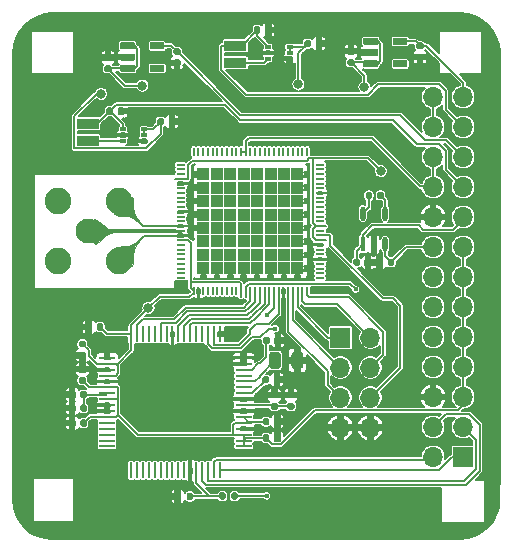
<source format=gtl>
G04 #@! TF.GenerationSoftware,KiCad,Pcbnew,(5.1.10)-1*
G04 #@! TF.CreationDate,2022-03-18T02:24:13-07:00*
G04 #@! TF.ProjectId,Chekov,4368656b-6f76-42e6-9b69-6361645f7063,rev?*
G04 #@! TF.SameCoordinates,Original*
G04 #@! TF.FileFunction,Copper,L1,Top*
G04 #@! TF.FilePolarity,Positive*
%FSLAX46Y46*%
G04 Gerber Fmt 4.6, Leading zero omitted, Abs format (unit mm)*
G04 Created by KiCad (PCBNEW (5.1.10)-1) date 2022-03-18 02:24:13*
%MOMM*%
%LPD*%
G01*
G04 APERTURE LIST*
G04 #@! TA.AperFunction,ComponentPad*
%ADD10O,1.700000X1.700000*%
G04 #@! TD*
G04 #@! TA.AperFunction,ComponentPad*
%ADD11R,1.700000X1.700000*%
G04 #@! TD*
G04 #@! TA.AperFunction,SMDPad,CuDef*
%ADD12O,0.457200X1.219200*%
G04 #@! TD*
G04 #@! TA.AperFunction,SMDPad,CuDef*
%ADD13R,0.457200X1.219200*%
G04 #@! TD*
G04 #@! TA.AperFunction,ComponentPad*
%ADD14C,0.568750*%
G04 #@! TD*
G04 #@! TA.AperFunction,SMDPad,CuDef*
%ADD15R,1.137500X1.137500*%
G04 #@! TD*
G04 #@! TA.AperFunction,SMDPad,CuDef*
%ADD16O,0.200000X0.800000*%
G04 #@! TD*
G04 #@! TA.AperFunction,SMDPad,CuDef*
%ADD17O,0.800000X0.200000*%
G04 #@! TD*
G04 #@! TA.AperFunction,SMDPad,CuDef*
%ADD18R,1.346200X0.279400*%
G04 #@! TD*
G04 #@! TA.AperFunction,SMDPad,CuDef*
%ADD19R,0.279400X1.346200*%
G04 #@! TD*
G04 #@! TA.AperFunction,SMDPad,CuDef*
%ADD20R,0.500000X0.300000*%
G04 #@! TD*
G04 #@! TA.AperFunction,SMDPad,CuDef*
%ADD21R,1.900000X0.850000*%
G04 #@! TD*
G04 #@! TA.AperFunction,ComponentPad*
%ADD22C,2.250000*%
G04 #@! TD*
G04 #@! TA.AperFunction,ComponentPad*
%ADD23C,2.100000*%
G04 #@! TD*
G04 #@! TA.AperFunction,ViaPad*
%ADD24C,0.406400*%
G04 #@! TD*
G04 #@! TA.AperFunction,ViaPad*
%ADD25C,0.812800*%
G04 #@! TD*
G04 #@! TA.AperFunction,Conductor*
%ADD26C,0.203200*%
G04 #@! TD*
G04 #@! TA.AperFunction,Conductor*
%ADD27C,0.350000*%
G04 #@! TD*
G04 #@! TA.AperFunction,Conductor*
%ADD28C,0.254000*%
G04 #@! TD*
G04 #@! TA.AperFunction,Conductor*
%ADD29C,0.127000*%
G04 #@! TD*
G04 #@! TA.AperFunction,Conductor*
%ADD30C,0.101600*%
G04 #@! TD*
G04 #@! TA.AperFunction,Conductor*
%ADD31C,0.025400*%
G04 #@! TD*
G04 APERTURE END LIST*
D10*
G04 #@! TO.P,J1,26*
G04 #@! TO.N,+VBAT*
X111988600Y-58115200D03*
G04 #@! TO.P,J1,25*
G04 #@! TO.N,/LDO_Out1.8*
X114528600Y-58115200D03*
G04 #@! TO.P,J1,24*
G04 #@! TO.N,+VBAT*
X111988600Y-60655200D03*
G04 #@! TO.P,J1,23*
G04 #@! TO.N,/Reg_Out1.8*
X114528600Y-60655200D03*
G04 #@! TO.P,J1,22*
G04 #@! TO.N,+VDDD*
X111988600Y-63195200D03*
G04 #@! TO.P,J1,21*
G04 #@! TO.N,/LDO_Out1.1*
X114528600Y-63195200D03*
G04 #@! TO.P,J1,20*
G04 #@! TO.N,+VDDD*
X111988600Y-65735200D03*
G04 #@! TO.P,J1,19*
G04 #@! TO.N,/Reg_Out1.1*
X114528600Y-65735200D03*
G04 #@! TO.P,J1,18*
G04 #@! TO.N,GND*
X111988600Y-68275200D03*
G04 #@! TO.P,J1,17*
G04 #@! TO.N,+VEXT*
X114528600Y-68275200D03*
G04 #@! TO.P,J1,16*
G04 #@! TO.N,/5V*
X111988600Y-70815200D03*
G04 #@! TO.P,J1,15*
G04 #@! TO.N,+VIN*
X114528600Y-70815200D03*
G04 #@! TO.P,J1,14*
G04 #@! TO.N,/LDO_In1.8*
X111988600Y-73355200D03*
G04 #@! TO.P,J1,13*
G04 #@! TO.N,+VIN*
X114528600Y-73355200D03*
G04 #@! TO.P,J1,12*
G04 #@! TO.N,/Reg_In1.8*
X111988600Y-75895200D03*
G04 #@! TO.P,J1,11*
G04 #@! TO.N,+VIN*
X114528600Y-75895200D03*
G04 #@! TO.P,J1,10*
G04 #@! TO.N,/LDO_In1.1*
X111988600Y-78435200D03*
G04 #@! TO.P,J1,9*
G04 #@! TO.N,+VIN*
X114528600Y-78435200D03*
G04 #@! TO.P,J1,8*
G04 #@! TO.N,/Reg_In1.1*
X111988600Y-80975200D03*
G04 #@! TO.P,J1,7*
G04 #@! TO.N,+VIN*
X114528600Y-80975200D03*
G04 #@! TO.P,J1,6*
G04 #@! TO.N,GND*
X111988600Y-83515200D03*
G04 #@! TO.P,J1,5*
G04 #@! TO.N,+VIN*
X114528600Y-83515200D03*
G04 #@! TO.P,J1,4*
G04 #@! TO.N,/E2Minus*
X111988600Y-86055200D03*
G04 #@! TO.P,J1,3*
G04 #@! TO.N,/E2Plus*
X114528600Y-86055200D03*
G04 #@! TO.P,J1,2*
G04 #@! TO.N,/E1Minus*
X111988600Y-88595200D03*
D11*
G04 #@! TO.P,J1,1*
G04 #@! TO.N,/E1Plus*
X114528600Y-88595200D03*
G04 #@! TD*
D12*
G04 #@! TO.P,U7,5*
G04 #@! TO.N,Net-(C24-Pad1)*
X106034799Y-67981200D03*
G04 #@! TO.P,U7,4*
G04 #@! TO.N,Net-(C24-Pad2)*
X107934801Y-67981200D03*
G04 #@! TO.P,U7,3*
G04 #@! TO.N,/5V*
X107934801Y-70601200D03*
G04 #@! TO.P,U7,2*
G04 #@! TO.N,GND*
X106984800Y-70601200D03*
D13*
G04 #@! TO.P,U7,1*
G04 #@! TO.N,+VEXT*
X106034799Y-70601200D03*
G04 #@! TD*
G04 #@! TO.P,C24,2*
G04 #@! TO.N,Net-(C24-Pad2)*
G04 #@! TA.AperFunction,SMDPad,CuDef*
G36*
G01*
X107235600Y-66616400D02*
X107235600Y-66276400D01*
G75*
G02*
X107375600Y-66136400I140000J0D01*
G01*
X107655600Y-66136400D01*
G75*
G02*
X107795600Y-66276400I0J-140000D01*
G01*
X107795600Y-66616400D01*
G75*
G02*
X107655600Y-66756400I-140000J0D01*
G01*
X107375600Y-66756400D01*
G75*
G02*
X107235600Y-66616400I0J140000D01*
G01*
G37*
G04 #@! TD.AperFunction*
G04 #@! TO.P,C24,1*
G04 #@! TO.N,Net-(C24-Pad1)*
G04 #@! TA.AperFunction,SMDPad,CuDef*
G36*
G01*
X106275600Y-66616400D02*
X106275600Y-66276400D01*
G75*
G02*
X106415600Y-66136400I140000J0D01*
G01*
X106695600Y-66136400D01*
G75*
G02*
X106835600Y-66276400I0J-140000D01*
G01*
X106835600Y-66616400D01*
G75*
G02*
X106695600Y-66756400I-140000J0D01*
G01*
X106415600Y-66756400D01*
G75*
G02*
X106275600Y-66616400I0J140000D01*
G01*
G37*
G04 #@! TD.AperFunction*
G04 #@! TD*
G04 #@! TO.P,C23,2*
G04 #@! TO.N,GND*
G04 #@! TA.AperFunction,SMDPad,CuDef*
G36*
G01*
X107750000Y-71940600D02*
X107750000Y-72280600D01*
G75*
G02*
X107610000Y-72420600I-140000J0D01*
G01*
X107330000Y-72420600D01*
G75*
G02*
X107190000Y-72280600I0J140000D01*
G01*
X107190000Y-71940600D01*
G75*
G02*
X107330000Y-71800600I140000J0D01*
G01*
X107610000Y-71800600D01*
G75*
G02*
X107750000Y-71940600I0J-140000D01*
G01*
G37*
G04 #@! TD.AperFunction*
G04 #@! TO.P,C23,1*
G04 #@! TO.N,/5V*
G04 #@! TA.AperFunction,SMDPad,CuDef*
G36*
G01*
X108710000Y-71940600D02*
X108710000Y-72280600D01*
G75*
G02*
X108570000Y-72420600I-140000J0D01*
G01*
X108290000Y-72420600D01*
G75*
G02*
X108150000Y-72280600I0J140000D01*
G01*
X108150000Y-71940600D01*
G75*
G02*
X108290000Y-71800600I140000J0D01*
G01*
X108570000Y-71800600D01*
G75*
G02*
X108710000Y-71940600I0J-140000D01*
G01*
G37*
G04 #@! TD.AperFunction*
G04 #@! TD*
G04 #@! TO.P,C22,2*
G04 #@! TO.N,GND*
G04 #@! TA.AperFunction,SMDPad,CuDef*
G36*
G01*
X106194200Y-72280600D02*
X106194200Y-71940600D01*
G75*
G02*
X106334200Y-71800600I140000J0D01*
G01*
X106614200Y-71800600D01*
G75*
G02*
X106754200Y-71940600I0J-140000D01*
G01*
X106754200Y-72280600D01*
G75*
G02*
X106614200Y-72420600I-140000J0D01*
G01*
X106334200Y-72420600D01*
G75*
G02*
X106194200Y-72280600I0J140000D01*
G01*
G37*
G04 #@! TD.AperFunction*
G04 #@! TO.P,C22,1*
G04 #@! TO.N,+VEXT*
G04 #@! TA.AperFunction,SMDPad,CuDef*
G36*
G01*
X105234200Y-72280600D02*
X105234200Y-71940600D01*
G75*
G02*
X105374200Y-71800600I140000J0D01*
G01*
X105654200Y-71800600D01*
G75*
G02*
X105794200Y-71940600I0J-140000D01*
G01*
X105794200Y-72280600D01*
G75*
G02*
X105654200Y-72420600I-140000J0D01*
G01*
X105374200Y-72420600D01*
G75*
G02*
X105234200Y-72280600I0J140000D01*
G01*
G37*
G04 #@! TD.AperFunction*
G04 #@! TD*
D14*
G04 #@! TO.P,U6,101*
G04 #@! TO.N,GND*
X100501250Y-72619250D03*
X100501250Y-71481750D03*
X100501250Y-70344250D03*
X100501250Y-69206750D03*
X100501250Y-68069250D03*
X100501250Y-66931750D03*
X100501250Y-65794250D03*
X100501250Y-64656750D03*
X99363750Y-72619250D03*
X99363750Y-71481750D03*
X99363750Y-70344250D03*
X99363750Y-69206750D03*
X99363750Y-68069250D03*
X99363750Y-66931750D03*
X99363750Y-65794250D03*
X99363750Y-64656750D03*
X98226250Y-72619250D03*
X98226250Y-71481750D03*
X98226250Y-70344250D03*
X98226250Y-69206750D03*
X98226250Y-68069250D03*
X98226250Y-66931750D03*
X98226250Y-65794250D03*
X98226250Y-64656750D03*
X97088750Y-72619250D03*
X97088750Y-71481750D03*
X97088750Y-70344250D03*
X97088750Y-69206750D03*
X97088750Y-68069250D03*
X97088750Y-66931750D03*
X97088750Y-65794250D03*
X97088750Y-64656750D03*
X95951250Y-72619250D03*
X95951250Y-71481750D03*
X95951250Y-70344250D03*
X95951250Y-69206750D03*
X95951250Y-68069250D03*
X95951250Y-66931750D03*
X95951250Y-65794250D03*
X95951250Y-64656750D03*
X94813750Y-72619250D03*
X94813750Y-71481750D03*
X94813750Y-70344250D03*
X94813750Y-69206750D03*
X94813750Y-68069250D03*
X94813750Y-66931750D03*
X94813750Y-65794250D03*
X94813750Y-64656750D03*
X93676250Y-72619250D03*
X93676250Y-71481750D03*
X93676250Y-70344250D03*
X93676250Y-69206750D03*
X93676250Y-68069250D03*
X93676250Y-66931750D03*
X93676250Y-65794250D03*
X93676250Y-64656750D03*
X92538750Y-72619250D03*
X92538750Y-71481750D03*
X92538750Y-70344250D03*
X92538750Y-69206750D03*
X92538750Y-68069250D03*
X92538750Y-66931750D03*
X92538750Y-65794250D03*
X92538750Y-64656750D03*
D15*
X100501250Y-72619250D03*
X100501250Y-71481750D03*
X100501250Y-70344250D03*
X100501250Y-69206750D03*
X100501250Y-68069250D03*
X100501250Y-66931750D03*
X100501250Y-65794250D03*
X100501250Y-64656750D03*
X99363750Y-72619250D03*
X99363750Y-71481750D03*
X99363750Y-70344250D03*
X99363750Y-69206750D03*
X99363750Y-68069250D03*
X99363750Y-66931750D03*
X99363750Y-65794250D03*
X99363750Y-64656750D03*
X98226250Y-72619250D03*
X98226250Y-71481750D03*
X98226250Y-70344250D03*
X98226250Y-69206750D03*
X98226250Y-68069250D03*
X98226250Y-66931750D03*
X98226250Y-65794250D03*
X98226250Y-64656750D03*
X97088750Y-72619250D03*
X97088750Y-71481750D03*
X97088750Y-70344250D03*
X97088750Y-69206750D03*
X97088750Y-68069250D03*
X97088750Y-66931750D03*
X97088750Y-65794250D03*
X97088750Y-64656750D03*
X95951250Y-72619250D03*
X95951250Y-71481750D03*
X95951250Y-70344250D03*
X95951250Y-69206750D03*
X95951250Y-68069250D03*
X95951250Y-66931750D03*
X95951250Y-65794250D03*
X95951250Y-64656750D03*
X94813750Y-72619250D03*
X94813750Y-71481750D03*
X94813750Y-70344250D03*
X94813750Y-69206750D03*
X94813750Y-68069250D03*
X94813750Y-66931750D03*
X94813750Y-65794250D03*
X94813750Y-64656750D03*
X93676250Y-72619250D03*
X93676250Y-71481750D03*
X93676250Y-70344250D03*
X93676250Y-69206750D03*
X93676250Y-68069250D03*
X93676250Y-66931750D03*
X93676250Y-65794250D03*
X93676250Y-64656750D03*
X92538750Y-72619250D03*
X92538750Y-71481750D03*
X92538750Y-70344250D03*
X92538750Y-69206750D03*
X92538750Y-68069250D03*
X92538750Y-66931750D03*
X92538750Y-65794250D03*
X92538750Y-64656750D03*
D16*
G04 #@! TO.P,U6,100*
G04 #@! TO.N,N/C*
X91720000Y-62738000D03*
G04 #@! TO.P,U6,99*
X92120000Y-62738000D03*
G04 #@! TO.P,U6,98*
X92520000Y-62738000D03*
G04 #@! TO.P,U6,97*
X92920000Y-62738000D03*
G04 #@! TO.P,U6,96*
X93320000Y-62738000D03*
G04 #@! TO.P,U6,95*
X93720000Y-62738000D03*
G04 #@! TO.P,U6,94*
X94120000Y-62738000D03*
G04 #@! TO.P,U6,93*
X94520000Y-62738000D03*
G04 #@! TO.P,U6,92*
X94920000Y-62738000D03*
G04 #@! TO.P,U6,91*
X95320000Y-62738000D03*
G04 #@! TO.P,U6,90*
G04 #@! TO.N,+VDDD*
X95720000Y-62738000D03*
G04 #@! TO.P,U6,89*
X96120000Y-62738000D03*
G04 #@! TO.P,U6,88*
G04 #@! TO.N,N/C*
X96520000Y-62738000D03*
G04 #@! TO.P,U6,87*
X96920000Y-62738000D03*
G04 #@! TO.P,U6,86*
X97320000Y-62738000D03*
G04 #@! TO.P,U6,85*
X97720000Y-62738000D03*
G04 #@! TO.P,U6,84*
X98120000Y-62738000D03*
G04 #@! TO.P,U6,83*
X98520000Y-62738000D03*
G04 #@! TO.P,U6,82*
X98920000Y-62738000D03*
G04 #@! TO.P,U6,81*
X99320000Y-62738000D03*
G04 #@! TO.P,U6,80*
X99720000Y-62738000D03*
G04 #@! TO.P,U6,79*
X100120000Y-62738000D03*
G04 #@! TO.P,U6,78*
X100520000Y-62738000D03*
G04 #@! TO.P,U6,77*
X100920000Y-62738000D03*
G04 #@! TO.P,U6,76*
X101320000Y-62738000D03*
D17*
G04 #@! TO.P,U6,75*
X102420000Y-63838000D03*
G04 #@! TO.P,U6,74*
X102420000Y-64238000D03*
G04 #@! TO.P,U6,73*
X102420000Y-64638000D03*
G04 #@! TO.P,U6,72*
X102420000Y-65038000D03*
G04 #@! TO.P,U6,71*
X102420000Y-65438000D03*
G04 #@! TO.P,U6,70*
X102420000Y-65838000D03*
G04 #@! TO.P,U6,69*
G04 #@! TO.N,GND*
X102420000Y-66238000D03*
G04 #@! TO.P,U6,68*
G04 #@! TO.N,N/C*
X102420000Y-66638000D03*
G04 #@! TO.P,U6,67*
X102420000Y-67038000D03*
G04 #@! TO.P,U6,66*
X102420000Y-67438000D03*
G04 #@! TO.P,U6,65*
X102420000Y-67838000D03*
G04 #@! TO.P,U6,64*
X102420000Y-68238000D03*
G04 #@! TO.P,U6,63*
X102420000Y-68638000D03*
G04 #@! TO.P,U6,62*
G04 #@! TO.N,+VBAT*
X102420000Y-69038000D03*
G04 #@! TO.P,U6,61*
G04 #@! TO.N,N/C*
X102420000Y-69438000D03*
G04 #@! TO.P,U6,60*
G04 #@! TO.N,/hRESET*
X102420000Y-69838000D03*
G04 #@! TO.P,U6,59*
G04 #@! TO.N,+VBAT*
X102420000Y-70238000D03*
G04 #@! TO.P,U6,58*
G04 #@! TO.N,GND*
X102420000Y-70638000D03*
G04 #@! TO.P,U6,57*
G04 #@! TO.N,N/C*
X102420000Y-71038000D03*
G04 #@! TO.P,U6,56*
X102420000Y-71438000D03*
G04 #@! TO.P,U6,55*
G04 #@! TO.N,GND*
X102420000Y-71838000D03*
G04 #@! TO.P,U6,54*
G04 #@! TO.N,N/C*
X102420000Y-72238000D03*
G04 #@! TO.P,U6,53*
X102420000Y-72638000D03*
G04 #@! TO.P,U6,52*
X102420000Y-73038000D03*
G04 #@! TO.P,U6,51*
X102420000Y-73438000D03*
D16*
G04 #@! TO.P,U6,50*
G04 #@! TO.N,/DATA*
X101320000Y-74538000D03*
G04 #@! TO.P,U6,49*
G04 #@! TO.N,/ENB*
X100920000Y-74538000D03*
G04 #@! TO.P,U6,48*
G04 #@! TO.N,/CLK*
X100520000Y-74538000D03*
G04 #@! TO.P,U6,47*
G04 #@! TO.N,/RsTx*
X100120000Y-74538000D03*
G04 #@! TO.P,U6,46*
G04 #@! TO.N,/RsRx*
X99720000Y-74538000D03*
G04 #@! TO.P,U6,45*
G04 #@! TO.N,GND*
X99320000Y-74538000D03*
G04 #@! TO.P,U6,44*
G04 #@! TO.N,/GPIO15*
X98920000Y-74538000D03*
G04 #@! TO.P,U6,43*
G04 #@! TO.N,/GPIO14*
X98520000Y-74538000D03*
G04 #@! TO.P,U6,42*
G04 #@! TO.N,/GPIO13*
X98120000Y-74538000D03*
G04 #@! TO.P,U6,41*
G04 #@! TO.N,/GPIO12*
X97720000Y-74538000D03*
G04 #@! TO.P,U6,40*
G04 #@! TO.N,/GPIO11*
X97320000Y-74538000D03*
G04 #@! TO.P,U6,39*
G04 #@! TO.N,/GPIO10*
X96920000Y-74538000D03*
G04 #@! TO.P,U6,38*
G04 #@! TO.N,/GPIO9*
X96520000Y-74538000D03*
G04 #@! TO.P,U6,37*
G04 #@! TO.N,/GPIO8*
X96120000Y-74538000D03*
G04 #@! TO.P,U6,36*
G04 #@! TO.N,+VBAT*
X95720000Y-74538000D03*
G04 #@! TO.P,U6,35*
G04 #@! TO.N,N/C*
X95320000Y-74538000D03*
G04 #@! TO.P,U6,34*
X94920000Y-74538000D03*
G04 #@! TO.P,U6,33*
X94520000Y-74538000D03*
G04 #@! TO.P,U6,32*
X94120000Y-74538000D03*
G04 #@! TO.P,U6,31*
X93720000Y-74538000D03*
G04 #@! TO.P,U6,30*
X93320000Y-74538000D03*
G04 #@! TO.P,U6,29*
X92920000Y-74538000D03*
G04 #@! TO.P,U6,28*
X92520000Y-74538000D03*
G04 #@! TO.P,U6,27*
G04 #@! TO.N,GND*
X92120000Y-74538000D03*
G04 #@! TO.P,U6,26*
G04 #@! TO.N,+VBAT*
X91720000Y-74538000D03*
D17*
G04 #@! TO.P,U6,25*
G04 #@! TO.N,N/C*
X90620000Y-73438000D03*
G04 #@! TO.P,U6,24*
X90620000Y-73038000D03*
G04 #@! TO.P,U6,23*
X90620000Y-72638000D03*
G04 #@! TO.P,U6,22*
X90620000Y-72238000D03*
G04 #@! TO.P,U6,21*
X90620000Y-71838000D03*
G04 #@! TO.P,U6,20*
X90620000Y-71438000D03*
G04 #@! TO.P,U6,19*
X90620000Y-71038000D03*
G04 #@! TO.P,U6,18*
X90620000Y-70638000D03*
G04 #@! TO.P,U6,17*
G04 #@! TO.N,+VBAT*
X90620000Y-70238000D03*
G04 #@! TO.P,U6,16*
G04 #@! TO.N,GND*
X90620000Y-69838000D03*
G04 #@! TO.P,U6,15*
G04 #@! TO.N,/Antenna*
X90620000Y-69438000D03*
G04 #@! TO.P,U6,14*
G04 #@! TO.N,GND*
X90620000Y-69038000D03*
G04 #@! TO.P,U6,13*
G04 #@! TO.N,N/C*
X90620000Y-68638000D03*
G04 #@! TO.P,U6,12*
X90620000Y-68238000D03*
G04 #@! TO.P,U6,11*
G04 #@! TO.N,GND*
X90620000Y-67838000D03*
G04 #@! TO.P,U6,10*
G04 #@! TO.N,N/C*
X90620000Y-67438000D03*
G04 #@! TO.P,U6,9*
X90620000Y-67038000D03*
G04 #@! TO.P,U6,8*
X90620000Y-66638000D03*
G04 #@! TO.P,U6,7*
X90620000Y-66238000D03*
G04 #@! TO.P,U6,6*
X90620000Y-65838000D03*
G04 #@! TO.P,U6,5*
G04 #@! TO.N,GND*
X90620000Y-65438000D03*
G04 #@! TO.P,U6,4*
G04 #@! TO.N,+VBAT*
X90620000Y-65038000D03*
G04 #@! TO.P,U6,3*
G04 #@! TO.N,N/C*
X90620000Y-64638000D03*
G04 #@! TO.P,U6,2*
X90620000Y-64238000D03*
G04 #@! TO.P,U6,1*
X90620000Y-63838000D03*
G04 #@! TD*
G04 #@! TO.P,R2,2*
G04 #@! TO.N,/uV*
G04 #@! TA.AperFunction,SMDPad,CuDef*
G36*
G01*
X91113580Y-92120300D02*
X91113580Y-91750300D01*
G75*
G02*
X91248580Y-91615300I135000J0D01*
G01*
X91518580Y-91615300D01*
G75*
G02*
X91653580Y-91750300I0J-135000D01*
G01*
X91653580Y-92120300D01*
G75*
G02*
X91518580Y-92255300I-135000J0D01*
G01*
X91248580Y-92255300D01*
G75*
G02*
X91113580Y-92120300I0J135000D01*
G01*
G37*
G04 #@! TD.AperFunction*
G04 #@! TO.P,R2,1*
G04 #@! TO.N,GND*
G04 #@! TA.AperFunction,SMDPad,CuDef*
G36*
G01*
X90093580Y-92120300D02*
X90093580Y-91750300D01*
G75*
G02*
X90228580Y-91615300I135000J0D01*
G01*
X90498580Y-91615300D01*
G75*
G02*
X90633580Y-91750300I0J-135000D01*
G01*
X90633580Y-92120300D01*
G75*
G02*
X90498580Y-92255300I-135000J0D01*
G01*
X90228580Y-92255300D01*
G75*
G02*
X90093580Y-92120300I0J135000D01*
G01*
G37*
G04 #@! TD.AperFunction*
G04 #@! TD*
G04 #@! TO.P,R1,2*
G04 #@! TO.N,/GPIO8*
G04 #@! TA.AperFunction,SMDPad,CuDef*
G36*
G01*
X94903260Y-92072040D02*
X94903260Y-91702040D01*
G75*
G02*
X95038260Y-91567040I135000J0D01*
G01*
X95308260Y-91567040D01*
G75*
G02*
X95443260Y-91702040I0J-135000D01*
G01*
X95443260Y-92072040D01*
G75*
G02*
X95308260Y-92207040I-135000J0D01*
G01*
X95038260Y-92207040D01*
G75*
G02*
X94903260Y-92072040I0J135000D01*
G01*
G37*
G04 #@! TD.AperFunction*
G04 #@! TO.P,R1,1*
G04 #@! TO.N,/uV*
G04 #@! TA.AperFunction,SMDPad,CuDef*
G36*
G01*
X93883260Y-92072040D02*
X93883260Y-91702040D01*
G75*
G02*
X94018260Y-91567040I135000J0D01*
G01*
X94288260Y-91567040D01*
G75*
G02*
X94423260Y-91702040I0J-135000D01*
G01*
X94423260Y-92072040D01*
G75*
G02*
X94288260Y-92207040I-135000J0D01*
G01*
X94018260Y-92207040D01*
G75*
G02*
X93883260Y-92072040I0J135000D01*
G01*
G37*
G04 #@! TD.AperFunction*
G04 #@! TD*
G04 #@! TO.P,C4,2*
G04 #@! TO.N,GND*
G04 #@! TA.AperFunction,SMDPad,CuDef*
G36*
G01*
X97764000Y-52621000D02*
X97764000Y-52281000D01*
G75*
G02*
X97904000Y-52141000I140000J0D01*
G01*
X98184000Y-52141000D01*
G75*
G02*
X98324000Y-52281000I0J-140000D01*
G01*
X98324000Y-52621000D01*
G75*
G02*
X98184000Y-52761000I-140000J0D01*
G01*
X97904000Y-52761000D01*
G75*
G02*
X97764000Y-52621000I0J140000D01*
G01*
G37*
G04 #@! TD.AperFunction*
G04 #@! TO.P,C4,1*
G04 #@! TO.N,/Reg_Out1.8*
G04 #@! TA.AperFunction,SMDPad,CuDef*
G36*
G01*
X96804000Y-52621000D02*
X96804000Y-52281000D01*
G75*
G02*
X96944000Y-52141000I140000J0D01*
G01*
X97224000Y-52141000D01*
G75*
G02*
X97364000Y-52281000I0J-140000D01*
G01*
X97364000Y-52621000D01*
G75*
G02*
X97224000Y-52761000I-140000J0D01*
G01*
X96944000Y-52761000D01*
G75*
G02*
X96804000Y-52621000I0J140000D01*
G01*
G37*
G04 #@! TD.AperFunction*
G04 #@! TD*
G04 #@! TO.P,C8,2*
G04 #@! TO.N,Net-(C8-Pad2)*
G04 #@! TA.AperFunction,SMDPad,CuDef*
G36*
G01*
X99092600Y-79938860D02*
X99092600Y-80888860D01*
G75*
G02*
X98842600Y-81138860I-250000J0D01*
G01*
X98342600Y-81138860D01*
G75*
G02*
X98092600Y-80888860I0J250000D01*
G01*
X98092600Y-79938860D01*
G75*
G02*
X98342600Y-79688860I250000J0D01*
G01*
X98842600Y-79688860D01*
G75*
G02*
X99092600Y-79938860I0J-250000D01*
G01*
G37*
G04 #@! TD.AperFunction*
G04 #@! TO.P,C8,1*
G04 #@! TO.N,GND*
G04 #@! TA.AperFunction,SMDPad,CuDef*
G36*
G01*
X100992600Y-79938860D02*
X100992600Y-80888860D01*
G75*
G02*
X100742600Y-81138860I-250000J0D01*
G01*
X100242600Y-81138860D01*
G75*
G02*
X99992600Y-80888860I0J250000D01*
G01*
X99992600Y-79938860D01*
G75*
G02*
X100242600Y-79688860I250000J0D01*
G01*
X100742600Y-79688860D01*
G75*
G02*
X100992600Y-79938860I0J-250000D01*
G01*
G37*
G04 #@! TD.AperFunction*
G04 #@! TD*
D10*
G04 #@! TO.P,J3,8*
G04 #@! TO.N,GND*
X106680000Y-86106000D03*
G04 #@! TO.P,J3,7*
X104140000Y-86106000D03*
G04 #@! TO.P,J3,6*
G04 #@! TO.N,/hRESET*
X106680000Y-83566000D03*
G04 #@! TO.P,J3,5*
G04 #@! TO.N,/RsRx*
X104140000Y-83566000D03*
G04 #@! TO.P,J3,4*
G04 #@! TO.N,/DATA*
X106680000Y-81026000D03*
G04 #@! TO.P,J3,3*
G04 #@! TO.N,/RsTx*
X104140000Y-81026000D03*
G04 #@! TO.P,J3,2*
G04 #@! TO.N,/ENB*
X106680000Y-78486000D03*
D11*
G04 #@! TO.P,J3,1*
G04 #@! TO.N,/CLK*
X104140000Y-78486000D03*
G04 #@! TD*
G04 #@! TO.P,U5,5*
G04 #@! TO.N,/LDO_Out1.8*
G04 #@! TA.AperFunction,SMDPad,CuDef*
G36*
G01*
X108600000Y-53659700D02*
X108600000Y-53152300D01*
G75*
G02*
X108641300Y-53111000I41300J0D01*
G01*
X109768700Y-53111000D01*
G75*
G02*
X109810000Y-53152300I0J-41300D01*
G01*
X109810000Y-53659700D01*
G75*
G02*
X109768700Y-53701000I-41300J0D01*
G01*
X108641300Y-53701000D01*
G75*
G02*
X108600000Y-53659700I0J41300D01*
G01*
G37*
G04 #@! TD.AperFunction*
G04 #@! TO.P,U5,4*
G04 #@! TO.N,N/C*
G04 #@! TA.AperFunction,SMDPad,CuDef*
G36*
G01*
X108600000Y-55559700D02*
X108600000Y-55052300D01*
G75*
G02*
X108641300Y-55011000I41300J0D01*
G01*
X109768700Y-55011000D01*
G75*
G02*
X109810000Y-55052300I0J-41300D01*
G01*
X109810000Y-55559700D01*
G75*
G02*
X109768700Y-55601000I-41300J0D01*
G01*
X108641300Y-55601000D01*
G75*
G02*
X108600000Y-55559700I0J41300D01*
G01*
G37*
G04 #@! TD.AperFunction*
G04 #@! TO.P,U5,3*
G04 #@! TO.N,/LDO_In1.8*
G04 #@! TA.AperFunction,SMDPad,CuDef*
G36*
G01*
X106090000Y-55559700D02*
X106090000Y-55052300D01*
G75*
G02*
X106131300Y-55011000I41300J0D01*
G01*
X107258700Y-55011000D01*
G75*
G02*
X107300000Y-55052300I0J-41300D01*
G01*
X107300000Y-55559700D01*
G75*
G02*
X107258700Y-55601000I-41300J0D01*
G01*
X106131300Y-55601000D01*
G75*
G02*
X106090000Y-55559700I0J41300D01*
G01*
G37*
G04 #@! TD.AperFunction*
G04 #@! TO.P,U5,2*
G04 #@! TO.N,GND*
G04 #@! TA.AperFunction,SMDPad,CuDef*
G36*
G01*
X106090000Y-54609700D02*
X106090000Y-54102300D01*
G75*
G02*
X106131300Y-54061000I41300J0D01*
G01*
X107258700Y-54061000D01*
G75*
G02*
X107300000Y-54102300I0J-41300D01*
G01*
X107300000Y-54609700D01*
G75*
G02*
X107258700Y-54651000I-41300J0D01*
G01*
X106131300Y-54651000D01*
G75*
G02*
X106090000Y-54609700I0J41300D01*
G01*
G37*
G04 #@! TD.AperFunction*
G04 #@! TO.P,U5,1*
G04 #@! TO.N,/LDO_In1.8*
G04 #@! TA.AperFunction,SMDPad,CuDef*
G36*
G01*
X106090000Y-53659700D02*
X106090000Y-53152300D01*
G75*
G02*
X106131300Y-53111000I41300J0D01*
G01*
X107258700Y-53111000D01*
G75*
G02*
X107300000Y-53152300I0J-41300D01*
G01*
X107300000Y-53659700D01*
G75*
G02*
X107258700Y-53701000I-41300J0D01*
G01*
X106131300Y-53701000D01*
G75*
G02*
X106090000Y-53659700I0J41300D01*
G01*
G37*
G04 #@! TD.AperFunction*
G04 #@! TD*
D18*
G04 #@! TO.P,U4,64*
G04 #@! TO.N,N/C*
X84391500Y-87697000D03*
G04 #@! TO.P,U4,63*
X84391500Y-87197001D03*
G04 #@! TO.P,U4,62*
X84391500Y-86697000D03*
G04 #@! TO.P,U4,61*
X84391500Y-86197001D03*
G04 #@! TO.P,U4,60*
X84391500Y-85696999D03*
G04 #@! TO.P,U4,59*
G04 #@! TO.N,+VIN*
X84391500Y-85197000D03*
G04 #@! TO.P,U4,58*
G04 #@! TO.N,GND*
X84391500Y-84697001D03*
G04 #@! TO.P,U4,57*
X84391500Y-84197000D03*
G04 #@! TO.P,U4,56*
G04 #@! TO.N,+VIN*
X84391500Y-83697000D03*
G04 #@! TO.P,U4,55*
G04 #@! TO.N,Net-(C19-Pad1)*
X84391500Y-83196999D03*
G04 #@! TO.P,U4,54*
G04 #@! TO.N,+VIN*
X84391500Y-82697000D03*
G04 #@! TO.P,U4,53*
G04 #@! TO.N,GND*
X84391500Y-82197001D03*
G04 #@! TO.P,U4,52*
G04 #@! TO.N,+VBAT*
X84391500Y-81696999D03*
G04 #@! TO.P,U4,51*
G04 #@! TO.N,GND*
X84391500Y-81197000D03*
G04 #@! TO.P,U4,50*
G04 #@! TO.N,+VBAT*
X84391500Y-80696999D03*
G04 #@! TO.P,U4,49*
G04 #@! TO.N,GND*
X84391500Y-80197000D03*
D19*
G04 #@! TO.P,U4,48*
G04 #@! TO.N,+VBAT*
X86420000Y-78168500D03*
G04 #@! TO.P,U4,47*
G04 #@! TO.N,/GPIO9*
X86919999Y-78168500D03*
G04 #@! TO.P,U4,46*
G04 #@! TO.N,N/C*
X87420000Y-78168500D03*
G04 #@! TO.P,U4,45*
X87919999Y-78168500D03*
G04 #@! TO.P,U4,44*
X88420001Y-78168500D03*
G04 #@! TO.P,U4,43*
G04 #@! TO.N,/GPIO10*
X88920000Y-78168500D03*
G04 #@! TO.P,U4,42*
G04 #@! TO.N,N/C*
X89419999Y-78168500D03*
G04 #@! TO.P,U4,41*
G04 #@! TO.N,GND*
X89920000Y-78168500D03*
G04 #@! TO.P,U4,40*
G04 #@! TO.N,/GPIO11*
X90420000Y-78168500D03*
G04 #@! TO.P,U4,39*
G04 #@! TO.N,/GPIO12*
X90920001Y-78168500D03*
G04 #@! TO.P,U4,38*
G04 #@! TO.N,/GPIO13*
X91420000Y-78168500D03*
G04 #@! TO.P,U4,37*
G04 #@! TO.N,N/C*
X91919999Y-78168500D03*
G04 #@! TO.P,U4,36*
G04 #@! TO.N,/GPIO14*
X92420001Y-78168500D03*
G04 #@! TO.P,U4,35*
X92920000Y-78168500D03*
G04 #@! TO.P,U4,34*
G04 #@! TO.N,/GPIO15*
X93420001Y-78168500D03*
G04 #@! TO.P,U4,33*
G04 #@! TO.N,GND*
X93920000Y-78168500D03*
D18*
G04 #@! TO.P,U4,32*
X95948500Y-80197000D03*
G04 #@! TO.P,U4,31*
X95948500Y-80696999D03*
G04 #@! TO.P,U4,30*
G04 #@! TO.N,Net-(C9-Pad2)*
X95948500Y-81197000D03*
G04 #@! TO.P,U4,29*
G04 #@! TO.N,N/C*
X95948500Y-81696999D03*
G04 #@! TO.P,U4,28*
G04 #@! TO.N,Net-(C8-Pad2)*
X95948500Y-82197001D03*
G04 #@! TO.P,U4,27*
G04 #@! TO.N,N/C*
X95948500Y-82697000D03*
G04 #@! TO.P,U4,26*
G04 #@! TO.N,Net-(C7-Pad2)*
X95948500Y-83196999D03*
G04 #@! TO.P,U4,25*
G04 #@! TO.N,GND*
X95948500Y-83697000D03*
G04 #@! TO.P,U4,24*
G04 #@! TO.N,Net-(C12-Pad1)*
X95948500Y-84197000D03*
G04 #@! TO.P,U4,23*
G04 #@! TO.N,GND*
X95948500Y-84697001D03*
G04 #@! TO.P,U4,22*
G04 #@! TO.N,+VIN*
X95948500Y-85197000D03*
G04 #@! TO.P,U4,21*
X95948500Y-85696999D03*
G04 #@! TO.P,U4,20*
G04 #@! TO.N,GND*
X95948500Y-86197001D03*
G04 #@! TO.P,U4,19*
G04 #@! TO.N,+VIN*
X95948500Y-86697000D03*
G04 #@! TO.P,U4,18*
X95948500Y-87197001D03*
G04 #@! TO.P,U4,17*
X95948500Y-87697000D03*
D19*
G04 #@! TO.P,U4,16*
G04 #@! TO.N,/E1Plus*
X93920000Y-89725500D03*
G04 #@! TO.P,U4,15*
G04 #@! TO.N,/E1Minus*
X93420001Y-89725500D03*
G04 #@! TO.P,U4,14*
G04 #@! TO.N,/E2Plus*
X92920000Y-89725500D03*
G04 #@! TO.P,U4,13*
G04 #@! TO.N,/E2Minus*
X92420001Y-89725500D03*
G04 #@! TO.P,U4,12*
G04 #@! TO.N,/uV*
X91919999Y-89725500D03*
G04 #@! TO.P,U4,11*
G04 #@! TO.N,GND*
X91420000Y-89725500D03*
G04 #@! TO.P,U4,10*
G04 #@! TO.N,N/C*
X90920001Y-89725500D03*
G04 #@! TO.P,U4,9*
X90420000Y-89725500D03*
G04 #@! TO.P,U4,8*
X89920000Y-89725500D03*
G04 #@! TO.P,U4,7*
X89419999Y-89725500D03*
G04 #@! TO.P,U4,6*
X88920000Y-89725500D03*
G04 #@! TO.P,U4,5*
X88420001Y-89725500D03*
G04 #@! TO.P,U4,4*
X87919999Y-89725500D03*
G04 #@! TO.P,U4,3*
X87420000Y-89725500D03*
G04 #@! TO.P,U4,2*
X86919999Y-89725500D03*
G04 #@! TO.P,U4,1*
X86420000Y-89725500D03*
G04 #@! TD*
G04 #@! TO.P,U3,5*
G04 #@! TO.N,/LDO_Out1.1*
G04 #@! TA.AperFunction,SMDPad,CuDef*
G36*
G01*
X88026000Y-54040700D02*
X88026000Y-53533300D01*
G75*
G02*
X88067300Y-53492000I41300J0D01*
G01*
X89194700Y-53492000D01*
G75*
G02*
X89236000Y-53533300I0J-41300D01*
G01*
X89236000Y-54040700D01*
G75*
G02*
X89194700Y-54082000I-41300J0D01*
G01*
X88067300Y-54082000D01*
G75*
G02*
X88026000Y-54040700I0J41300D01*
G01*
G37*
G04 #@! TD.AperFunction*
G04 #@! TO.P,U3,4*
G04 #@! TO.N,N/C*
G04 #@! TA.AperFunction,SMDPad,CuDef*
G36*
G01*
X88026000Y-55940700D02*
X88026000Y-55433300D01*
G75*
G02*
X88067300Y-55392000I41300J0D01*
G01*
X89194700Y-55392000D01*
G75*
G02*
X89236000Y-55433300I0J-41300D01*
G01*
X89236000Y-55940700D01*
G75*
G02*
X89194700Y-55982000I-41300J0D01*
G01*
X88067300Y-55982000D01*
G75*
G02*
X88026000Y-55940700I0J41300D01*
G01*
G37*
G04 #@! TD.AperFunction*
G04 #@! TO.P,U3,3*
G04 #@! TO.N,/LDO_In1.1*
G04 #@! TA.AperFunction,SMDPad,CuDef*
G36*
G01*
X85516000Y-55940700D02*
X85516000Y-55433300D01*
G75*
G02*
X85557300Y-55392000I41300J0D01*
G01*
X86684700Y-55392000D01*
G75*
G02*
X86726000Y-55433300I0J-41300D01*
G01*
X86726000Y-55940700D01*
G75*
G02*
X86684700Y-55982000I-41300J0D01*
G01*
X85557300Y-55982000D01*
G75*
G02*
X85516000Y-55940700I0J41300D01*
G01*
G37*
G04 #@! TD.AperFunction*
G04 #@! TO.P,U3,2*
G04 #@! TO.N,GND*
G04 #@! TA.AperFunction,SMDPad,CuDef*
G36*
G01*
X85516000Y-54990700D02*
X85516000Y-54483300D01*
G75*
G02*
X85557300Y-54442000I41300J0D01*
G01*
X86684700Y-54442000D01*
G75*
G02*
X86726000Y-54483300I0J-41300D01*
G01*
X86726000Y-54990700D01*
G75*
G02*
X86684700Y-55032000I-41300J0D01*
G01*
X85557300Y-55032000D01*
G75*
G02*
X85516000Y-54990700I0J41300D01*
G01*
G37*
G04 #@! TD.AperFunction*
G04 #@! TO.P,U3,1*
G04 #@! TO.N,/LDO_In1.1*
G04 #@! TA.AperFunction,SMDPad,CuDef*
G36*
G01*
X85516000Y-54040700D02*
X85516000Y-53533300D01*
G75*
G02*
X85557300Y-53492000I41300J0D01*
G01*
X86684700Y-53492000D01*
G75*
G02*
X86726000Y-53533300I0J-41300D01*
G01*
X86726000Y-54040700D01*
G75*
G02*
X86684700Y-54082000I-41300J0D01*
G01*
X85557300Y-54082000D01*
G75*
G02*
X85516000Y-54040700I0J41300D01*
G01*
G37*
G04 #@! TD.AperFunction*
G04 #@! TD*
D20*
G04 #@! TO.P,U2,6*
G04 #@! TO.N,/Reg_In1.8*
X99833000Y-53856000D03*
G04 #@! TO.P,U2,5*
X99833000Y-54356000D03*
G04 #@! TO.P,U2,4*
G04 #@! TO.N,GND*
X99833000Y-54856000D03*
G04 #@! TO.P,U2,3*
G04 #@! TO.N,Net-(L2-Pad2)*
X98033000Y-54856000D03*
G04 #@! TO.P,U2,2*
G04 #@! TO.N,GND*
X98033000Y-54356000D03*
G04 #@! TO.P,U2,1*
G04 #@! TO.N,/Reg_Out1.8*
X98033000Y-53856000D03*
G04 #@! TD*
G04 #@! TO.P,U1,6*
G04 #@! TO.N,/Reg_In1.1*
X87514000Y-60841000D03*
G04 #@! TO.P,U1,5*
X87514000Y-61341000D03*
G04 #@! TO.P,U1,4*
G04 #@! TO.N,GND*
X87514000Y-61841000D03*
G04 #@! TO.P,U1,3*
G04 #@! TO.N,Net-(L1-Pad2)*
X85714000Y-61841000D03*
G04 #@! TO.P,U1,2*
G04 #@! TO.N,GND*
X85714000Y-61341000D03*
G04 #@! TO.P,U1,1*
G04 #@! TO.N,/Reg_Out1.1*
X85714000Y-60841000D03*
G04 #@! TD*
D21*
G04 #@! TO.P,L2,2*
G04 #@! TO.N,Net-(L2-Pad2)*
X95250000Y-55208000D03*
G04 #@! TO.P,L2,1*
G04 #@! TO.N,/Reg_Out1.8*
X95250000Y-53758000D03*
G04 #@! TD*
G04 #@! TO.P,L1,2*
G04 #@! TO.N,Net-(L1-Pad2)*
X82767000Y-61812000D03*
G04 #@! TO.P,L1,1*
G04 #@! TO.N,/Reg_Out1.1*
X82767000Y-60362000D03*
G04 #@! TD*
D22*
G04 #@! TO.P,J2,S4*
G04 #@! TO.N,GND*
X85354000Y-66929000D03*
G04 #@! TO.P,J2,S3*
X85354000Y-72029000D03*
G04 #@! TO.P,J2,S2*
X80254000Y-72029000D03*
G04 #@! TO.P,J2,S1*
X80254000Y-66929000D03*
D23*
G04 #@! TO.P,J2,1*
G04 #@! TO.N,/Antenna*
X82804000Y-69479000D03*
G04 #@! TD*
G04 #@! TO.P,C21,2*
G04 #@! TO.N,/LDO_Out1.8*
G04 #@! TA.AperFunction,SMDPad,CuDef*
G36*
G01*
X111041000Y-54057000D02*
X110701000Y-54057000D01*
G75*
G02*
X110561000Y-53917000I0J140000D01*
G01*
X110561000Y-53637000D01*
G75*
G02*
X110701000Y-53497000I140000J0D01*
G01*
X111041000Y-53497000D01*
G75*
G02*
X111181000Y-53637000I0J-140000D01*
G01*
X111181000Y-53917000D01*
G75*
G02*
X111041000Y-54057000I-140000J0D01*
G01*
G37*
G04 #@! TD.AperFunction*
G04 #@! TO.P,C21,1*
G04 #@! TO.N,GND*
G04 #@! TA.AperFunction,SMDPad,CuDef*
G36*
G01*
X111041000Y-55017000D02*
X110701000Y-55017000D01*
G75*
G02*
X110561000Y-54877000I0J140000D01*
G01*
X110561000Y-54597000D01*
G75*
G02*
X110701000Y-54457000I140000J0D01*
G01*
X111041000Y-54457000D01*
G75*
G02*
X111181000Y-54597000I0J-140000D01*
G01*
X111181000Y-54877000D01*
G75*
G02*
X111041000Y-55017000I-140000J0D01*
G01*
G37*
G04 #@! TD.AperFunction*
G04 #@! TD*
G04 #@! TO.P,C20,2*
G04 #@! TO.N,GND*
G04 #@! TA.AperFunction,SMDPad,CuDef*
G36*
G01*
X81715000Y-84285000D02*
X81715000Y-84625000D01*
G75*
G02*
X81575000Y-84765000I-140000J0D01*
G01*
X81295000Y-84765000D01*
G75*
G02*
X81155000Y-84625000I0J140000D01*
G01*
X81155000Y-84285000D01*
G75*
G02*
X81295000Y-84145000I140000J0D01*
G01*
X81575000Y-84145000D01*
G75*
G02*
X81715000Y-84285000I0J-140000D01*
G01*
G37*
G04 #@! TD.AperFunction*
G04 #@! TO.P,C20,1*
G04 #@! TO.N,Net-(C19-Pad1)*
G04 #@! TA.AperFunction,SMDPad,CuDef*
G36*
G01*
X82675000Y-84285000D02*
X82675000Y-84625000D01*
G75*
G02*
X82535000Y-84765000I-140000J0D01*
G01*
X82255000Y-84765000D01*
G75*
G02*
X82115000Y-84625000I0J140000D01*
G01*
X82115000Y-84285000D01*
G75*
G02*
X82255000Y-84145000I140000J0D01*
G01*
X82535000Y-84145000D01*
G75*
G02*
X82675000Y-84285000I0J-140000D01*
G01*
G37*
G04 #@! TD.AperFunction*
G04 #@! TD*
G04 #@! TO.P,C19,2*
G04 #@! TO.N,GND*
G04 #@! TA.AperFunction,SMDPad,CuDef*
G36*
G01*
X81715000Y-83142000D02*
X81715000Y-83482000D01*
G75*
G02*
X81575000Y-83622000I-140000J0D01*
G01*
X81295000Y-83622000D01*
G75*
G02*
X81155000Y-83482000I0J140000D01*
G01*
X81155000Y-83142000D01*
G75*
G02*
X81295000Y-83002000I140000J0D01*
G01*
X81575000Y-83002000D01*
G75*
G02*
X81715000Y-83142000I0J-140000D01*
G01*
G37*
G04 #@! TD.AperFunction*
G04 #@! TO.P,C19,1*
G04 #@! TO.N,Net-(C19-Pad1)*
G04 #@! TA.AperFunction,SMDPad,CuDef*
G36*
G01*
X82675000Y-83142000D02*
X82675000Y-83482000D01*
G75*
G02*
X82535000Y-83622000I-140000J0D01*
G01*
X82255000Y-83622000D01*
G75*
G02*
X82115000Y-83482000I0J140000D01*
G01*
X82115000Y-83142000D01*
G75*
G02*
X82255000Y-83002000I140000J0D01*
G01*
X82535000Y-83002000D01*
G75*
G02*
X82675000Y-83142000I0J-140000D01*
G01*
G37*
G04 #@! TD.AperFunction*
G04 #@! TD*
G04 #@! TO.P,C18,2*
G04 #@! TO.N,GND*
G04 #@! TA.AperFunction,SMDPad,CuDef*
G36*
G01*
X83112000Y-77427000D02*
X83112000Y-77767000D01*
G75*
G02*
X82972000Y-77907000I-140000J0D01*
G01*
X82692000Y-77907000D01*
G75*
G02*
X82552000Y-77767000I0J140000D01*
G01*
X82552000Y-77427000D01*
G75*
G02*
X82692000Y-77287000I140000J0D01*
G01*
X82972000Y-77287000D01*
G75*
G02*
X83112000Y-77427000I0J-140000D01*
G01*
G37*
G04 #@! TD.AperFunction*
G04 #@! TO.P,C18,1*
G04 #@! TO.N,+VBAT*
G04 #@! TA.AperFunction,SMDPad,CuDef*
G36*
G01*
X84072000Y-77427000D02*
X84072000Y-77767000D01*
G75*
G02*
X83932000Y-77907000I-140000J0D01*
G01*
X83652000Y-77907000D01*
G75*
G02*
X83512000Y-77767000I0J140000D01*
G01*
X83512000Y-77427000D01*
G75*
G02*
X83652000Y-77287000I140000J0D01*
G01*
X83932000Y-77287000D01*
G75*
G02*
X84072000Y-77427000I0J-140000D01*
G01*
G37*
G04 #@! TD.AperFunction*
G04 #@! TD*
G04 #@! TO.P,C17,2*
G04 #@! TO.N,GND*
G04 #@! TA.AperFunction,SMDPad,CuDef*
G36*
G01*
X82126000Y-79702000D02*
X82466000Y-79702000D01*
G75*
G02*
X82606000Y-79842000I0J-140000D01*
G01*
X82606000Y-80122000D01*
G75*
G02*
X82466000Y-80262000I-140000J0D01*
G01*
X82126000Y-80262000D01*
G75*
G02*
X81986000Y-80122000I0J140000D01*
G01*
X81986000Y-79842000D01*
G75*
G02*
X82126000Y-79702000I140000J0D01*
G01*
G37*
G04 #@! TD.AperFunction*
G04 #@! TO.P,C17,1*
G04 #@! TO.N,+VBAT*
G04 #@! TA.AperFunction,SMDPad,CuDef*
G36*
G01*
X82126000Y-78742000D02*
X82466000Y-78742000D01*
G75*
G02*
X82606000Y-78882000I0J-140000D01*
G01*
X82606000Y-79162000D01*
G75*
G02*
X82466000Y-79302000I-140000J0D01*
G01*
X82126000Y-79302000D01*
G75*
G02*
X81986000Y-79162000I0J140000D01*
G01*
X81986000Y-78882000D01*
G75*
G02*
X82126000Y-78742000I140000J0D01*
G01*
G37*
G04 #@! TD.AperFunction*
G04 #@! TD*
G04 #@! TO.P,C16,2*
G04 #@! TO.N,GND*
G04 #@! TA.AperFunction,SMDPad,CuDef*
G36*
G01*
X81715000Y-85555000D02*
X81715000Y-85895000D01*
G75*
G02*
X81575000Y-86035000I-140000J0D01*
G01*
X81295000Y-86035000D01*
G75*
G02*
X81155000Y-85895000I0J140000D01*
G01*
X81155000Y-85555000D01*
G75*
G02*
X81295000Y-85415000I140000J0D01*
G01*
X81575000Y-85415000D01*
G75*
G02*
X81715000Y-85555000I0J-140000D01*
G01*
G37*
G04 #@! TD.AperFunction*
G04 #@! TO.P,C16,1*
G04 #@! TO.N,+VIN*
G04 #@! TA.AperFunction,SMDPad,CuDef*
G36*
G01*
X82675000Y-85555000D02*
X82675000Y-85895000D01*
G75*
G02*
X82535000Y-86035000I-140000J0D01*
G01*
X82255000Y-86035000D01*
G75*
G02*
X82115000Y-85895000I0J140000D01*
G01*
X82115000Y-85555000D01*
G75*
G02*
X82255000Y-85415000I140000J0D01*
G01*
X82535000Y-85415000D01*
G75*
G02*
X82675000Y-85555000I0J-140000D01*
G01*
G37*
G04 #@! TD.AperFunction*
G04 #@! TD*
G04 #@! TO.P,C15,2*
G04 #@! TO.N,GND*
G04 #@! TA.AperFunction,SMDPad,CuDef*
G36*
G01*
X82466000Y-81433000D02*
X82126000Y-81433000D01*
G75*
G02*
X81986000Y-81293000I0J140000D01*
G01*
X81986000Y-81013000D01*
G75*
G02*
X82126000Y-80873000I140000J0D01*
G01*
X82466000Y-80873000D01*
G75*
G02*
X82606000Y-81013000I0J-140000D01*
G01*
X82606000Y-81293000D01*
G75*
G02*
X82466000Y-81433000I-140000J0D01*
G01*
G37*
G04 #@! TD.AperFunction*
G04 #@! TO.P,C15,1*
G04 #@! TO.N,+VIN*
G04 #@! TA.AperFunction,SMDPad,CuDef*
G36*
G01*
X82466000Y-82393000D02*
X82126000Y-82393000D01*
G75*
G02*
X81986000Y-82253000I0J140000D01*
G01*
X81986000Y-81973000D01*
G75*
G02*
X82126000Y-81833000I140000J0D01*
G01*
X82466000Y-81833000D01*
G75*
G02*
X82606000Y-81973000I0J-140000D01*
G01*
X82606000Y-82253000D01*
G75*
G02*
X82466000Y-82393000I-140000J0D01*
G01*
G37*
G04 #@! TD.AperFunction*
G04 #@! TD*
G04 #@! TO.P,C14,2*
G04 #@! TO.N,GND*
G04 #@! TA.AperFunction,SMDPad,CuDef*
G36*
G01*
X105199000Y-54509000D02*
X104859000Y-54509000D01*
G75*
G02*
X104719000Y-54369000I0J140000D01*
G01*
X104719000Y-54089000D01*
G75*
G02*
X104859000Y-53949000I140000J0D01*
G01*
X105199000Y-53949000D01*
G75*
G02*
X105339000Y-54089000I0J-140000D01*
G01*
X105339000Y-54369000D01*
G75*
G02*
X105199000Y-54509000I-140000J0D01*
G01*
G37*
G04 #@! TD.AperFunction*
G04 #@! TO.P,C14,1*
G04 #@! TO.N,/LDO_In1.8*
G04 #@! TA.AperFunction,SMDPad,CuDef*
G36*
G01*
X105199000Y-55469000D02*
X104859000Y-55469000D01*
G75*
G02*
X104719000Y-55329000I0J140000D01*
G01*
X104719000Y-55049000D01*
G75*
G02*
X104859000Y-54909000I140000J0D01*
G01*
X105199000Y-54909000D01*
G75*
G02*
X105339000Y-55049000I0J-140000D01*
G01*
X105339000Y-55329000D01*
G75*
G02*
X105199000Y-55469000I-140000J0D01*
G01*
G37*
G04 #@! TD.AperFunction*
G04 #@! TD*
G04 #@! TO.P,C13,2*
G04 #@! TO.N,/LDO_Out1.1*
G04 #@! TA.AperFunction,SMDPad,CuDef*
G36*
G01*
X90467000Y-54537000D02*
X90127000Y-54537000D01*
G75*
G02*
X89987000Y-54397000I0J140000D01*
G01*
X89987000Y-54117000D01*
G75*
G02*
X90127000Y-53977000I140000J0D01*
G01*
X90467000Y-53977000D01*
G75*
G02*
X90607000Y-54117000I0J-140000D01*
G01*
X90607000Y-54397000D01*
G75*
G02*
X90467000Y-54537000I-140000J0D01*
G01*
G37*
G04 #@! TD.AperFunction*
G04 #@! TO.P,C13,1*
G04 #@! TO.N,GND*
G04 #@! TA.AperFunction,SMDPad,CuDef*
G36*
G01*
X90467000Y-55497000D02*
X90127000Y-55497000D01*
G75*
G02*
X89987000Y-55357000I0J140000D01*
G01*
X89987000Y-55077000D01*
G75*
G02*
X90127000Y-54937000I140000J0D01*
G01*
X90467000Y-54937000D01*
G75*
G02*
X90607000Y-55077000I0J-140000D01*
G01*
X90607000Y-55357000D01*
G75*
G02*
X90467000Y-55497000I-140000J0D01*
G01*
G37*
G04 #@! TD.AperFunction*
G04 #@! TD*
G04 #@! TO.P,C12,2*
G04 #@! TO.N,GND*
G04 #@! TA.AperFunction,SMDPad,CuDef*
G36*
G01*
X98722000Y-83620000D02*
X98382000Y-83620000D01*
G75*
G02*
X98242000Y-83480000I0J140000D01*
G01*
X98242000Y-83200000D01*
G75*
G02*
X98382000Y-83060000I140000J0D01*
G01*
X98722000Y-83060000D01*
G75*
G02*
X98862000Y-83200000I0J-140000D01*
G01*
X98862000Y-83480000D01*
G75*
G02*
X98722000Y-83620000I-140000J0D01*
G01*
G37*
G04 #@! TD.AperFunction*
G04 #@! TO.P,C12,1*
G04 #@! TO.N,Net-(C12-Pad1)*
G04 #@! TA.AperFunction,SMDPad,CuDef*
G36*
G01*
X98722000Y-84580000D02*
X98382000Y-84580000D01*
G75*
G02*
X98242000Y-84440000I0J140000D01*
G01*
X98242000Y-84160000D01*
G75*
G02*
X98382000Y-84020000I140000J0D01*
G01*
X98722000Y-84020000D01*
G75*
G02*
X98862000Y-84160000I0J-140000D01*
G01*
X98862000Y-84440000D01*
G75*
G02*
X98722000Y-84580000I-140000J0D01*
G01*
G37*
G04 #@! TD.AperFunction*
G04 #@! TD*
G04 #@! TO.P,C11,2*
G04 #@! TO.N,GND*
G04 #@! TA.AperFunction,SMDPad,CuDef*
G36*
G01*
X98526000Y-87165000D02*
X98526000Y-86825000D01*
G75*
G02*
X98666000Y-86685000I140000J0D01*
G01*
X98946000Y-86685000D01*
G75*
G02*
X99086000Y-86825000I0J-140000D01*
G01*
X99086000Y-87165000D01*
G75*
G02*
X98946000Y-87305000I-140000J0D01*
G01*
X98666000Y-87305000D01*
G75*
G02*
X98526000Y-87165000I0J140000D01*
G01*
G37*
G04 #@! TD.AperFunction*
G04 #@! TO.P,C11,1*
G04 #@! TO.N,+VIN*
G04 #@! TA.AperFunction,SMDPad,CuDef*
G36*
G01*
X97566000Y-87165000D02*
X97566000Y-86825000D01*
G75*
G02*
X97706000Y-86685000I140000J0D01*
G01*
X97986000Y-86685000D01*
G75*
G02*
X98126000Y-86825000I0J-140000D01*
G01*
X98126000Y-87165000D01*
G75*
G02*
X97986000Y-87305000I-140000J0D01*
G01*
X97706000Y-87305000D01*
G75*
G02*
X97566000Y-87165000I0J140000D01*
G01*
G37*
G04 #@! TD.AperFunction*
G04 #@! TD*
G04 #@! TO.P,C10,2*
G04 #@! TO.N,GND*
G04 #@! TA.AperFunction,SMDPad,CuDef*
G36*
G01*
X98526000Y-85768000D02*
X98526000Y-85428000D01*
G75*
G02*
X98666000Y-85288000I140000J0D01*
G01*
X98946000Y-85288000D01*
G75*
G02*
X99086000Y-85428000I0J-140000D01*
G01*
X99086000Y-85768000D01*
G75*
G02*
X98946000Y-85908000I-140000J0D01*
G01*
X98666000Y-85908000D01*
G75*
G02*
X98526000Y-85768000I0J140000D01*
G01*
G37*
G04 #@! TD.AperFunction*
G04 #@! TO.P,C10,1*
G04 #@! TO.N,+VIN*
G04 #@! TA.AperFunction,SMDPad,CuDef*
G36*
G01*
X97566000Y-85768000D02*
X97566000Y-85428000D01*
G75*
G02*
X97706000Y-85288000I140000J0D01*
G01*
X97986000Y-85288000D01*
G75*
G02*
X98126000Y-85428000I0J-140000D01*
G01*
X98126000Y-85768000D01*
G75*
G02*
X97986000Y-85908000I-140000J0D01*
G01*
X97706000Y-85908000D01*
G75*
G02*
X97566000Y-85768000I0J140000D01*
G01*
G37*
G04 #@! TD.AperFunction*
G04 #@! TD*
G04 #@! TO.P,C9,2*
G04 #@! TO.N,Net-(C9-Pad2)*
G04 #@! TA.AperFunction,SMDPad,CuDef*
G36*
G01*
X98174200Y-78570000D02*
X98174200Y-78910000D01*
G75*
G02*
X98034200Y-79050000I-140000J0D01*
G01*
X97754200Y-79050000D01*
G75*
G02*
X97614200Y-78910000I0J140000D01*
G01*
X97614200Y-78570000D01*
G75*
G02*
X97754200Y-78430000I140000J0D01*
G01*
X98034200Y-78430000D01*
G75*
G02*
X98174200Y-78570000I0J-140000D01*
G01*
G37*
G04 #@! TD.AperFunction*
G04 #@! TO.P,C9,1*
G04 #@! TO.N,GND*
G04 #@! TA.AperFunction,SMDPad,CuDef*
G36*
G01*
X99134200Y-78570000D02*
X99134200Y-78910000D01*
G75*
G02*
X98994200Y-79050000I-140000J0D01*
G01*
X98714200Y-79050000D01*
G75*
G02*
X98574200Y-78910000I0J140000D01*
G01*
X98574200Y-78570000D01*
G75*
G02*
X98714200Y-78430000I140000J0D01*
G01*
X98994200Y-78430000D01*
G75*
G02*
X99134200Y-78570000I0J-140000D01*
G01*
G37*
G04 #@! TD.AperFunction*
G04 #@! TD*
G04 #@! TO.P,C7,2*
G04 #@! TO.N,Net-(C7-Pad2)*
G04 #@! TA.AperFunction,SMDPad,CuDef*
G36*
G01*
X98098000Y-81872000D02*
X98098000Y-82212000D01*
G75*
G02*
X97958000Y-82352000I-140000J0D01*
G01*
X97678000Y-82352000D01*
G75*
G02*
X97538000Y-82212000I0J140000D01*
G01*
X97538000Y-81872000D01*
G75*
G02*
X97678000Y-81732000I140000J0D01*
G01*
X97958000Y-81732000D01*
G75*
G02*
X98098000Y-81872000I0J-140000D01*
G01*
G37*
G04 #@! TD.AperFunction*
G04 #@! TO.P,C7,1*
G04 #@! TO.N,GND*
G04 #@! TA.AperFunction,SMDPad,CuDef*
G36*
G01*
X99058000Y-81872000D02*
X99058000Y-82212000D01*
G75*
G02*
X98918000Y-82352000I-140000J0D01*
G01*
X98638000Y-82352000D01*
G75*
G02*
X98498000Y-82212000I0J140000D01*
G01*
X98498000Y-81872000D01*
G75*
G02*
X98638000Y-81732000I140000J0D01*
G01*
X98918000Y-81732000D01*
G75*
G02*
X99058000Y-81872000I0J-140000D01*
G01*
G37*
G04 #@! TD.AperFunction*
G04 #@! TD*
G04 #@! TO.P,C6,2*
G04 #@! TO.N,GND*
G04 #@! TA.AperFunction,SMDPad,CuDef*
G36*
G01*
X100119000Y-83620000D02*
X99779000Y-83620000D01*
G75*
G02*
X99639000Y-83480000I0J140000D01*
G01*
X99639000Y-83200000D01*
G75*
G02*
X99779000Y-83060000I140000J0D01*
G01*
X100119000Y-83060000D01*
G75*
G02*
X100259000Y-83200000I0J-140000D01*
G01*
X100259000Y-83480000D01*
G75*
G02*
X100119000Y-83620000I-140000J0D01*
G01*
G37*
G04 #@! TD.AperFunction*
G04 #@! TO.P,C6,1*
G04 #@! TO.N,Net-(C12-Pad1)*
G04 #@! TA.AperFunction,SMDPad,CuDef*
G36*
G01*
X100119000Y-84580000D02*
X99779000Y-84580000D01*
G75*
G02*
X99639000Y-84440000I0J140000D01*
G01*
X99639000Y-84160000D01*
G75*
G02*
X99779000Y-84020000I140000J0D01*
G01*
X100119000Y-84020000D01*
G75*
G02*
X100259000Y-84160000I0J-140000D01*
G01*
X100259000Y-84440000D01*
G75*
G02*
X100119000Y-84580000I-140000J0D01*
G01*
G37*
G04 #@! TD.AperFunction*
G04 #@! TD*
G04 #@! TO.P,C5,2*
G04 #@! TO.N,GND*
G04 #@! TA.AperFunction,SMDPad,CuDef*
G36*
G01*
X84625000Y-55045000D02*
X84285000Y-55045000D01*
G75*
G02*
X84145000Y-54905000I0J140000D01*
G01*
X84145000Y-54625000D01*
G75*
G02*
X84285000Y-54485000I140000J0D01*
G01*
X84625000Y-54485000D01*
G75*
G02*
X84765000Y-54625000I0J-140000D01*
G01*
X84765000Y-54905000D01*
G75*
G02*
X84625000Y-55045000I-140000J0D01*
G01*
G37*
G04 #@! TD.AperFunction*
G04 #@! TO.P,C5,1*
G04 #@! TO.N,/LDO_In1.1*
G04 #@! TA.AperFunction,SMDPad,CuDef*
G36*
G01*
X84625000Y-56005000D02*
X84285000Y-56005000D01*
G75*
G02*
X84145000Y-55865000I0J140000D01*
G01*
X84145000Y-55585000D01*
G75*
G02*
X84285000Y-55445000I140000J0D01*
G01*
X84625000Y-55445000D01*
G75*
G02*
X84765000Y-55585000I0J-140000D01*
G01*
X84765000Y-55865000D01*
G75*
G02*
X84625000Y-56005000I-140000J0D01*
G01*
G37*
G04 #@! TD.AperFunction*
G04 #@! TD*
G04 #@! TO.P,C3,2*
G04 #@! TO.N,GND*
G04 #@! TA.AperFunction,SMDPad,CuDef*
G36*
G01*
X85290000Y-59479000D02*
X85290000Y-59139000D01*
G75*
G02*
X85430000Y-58999000I140000J0D01*
G01*
X85710000Y-58999000D01*
G75*
G02*
X85850000Y-59139000I0J-140000D01*
G01*
X85850000Y-59479000D01*
G75*
G02*
X85710000Y-59619000I-140000J0D01*
G01*
X85430000Y-59619000D01*
G75*
G02*
X85290000Y-59479000I0J140000D01*
G01*
G37*
G04 #@! TD.AperFunction*
G04 #@! TO.P,C3,1*
G04 #@! TO.N,/Reg_Out1.1*
G04 #@! TA.AperFunction,SMDPad,CuDef*
G36*
G01*
X84330000Y-59479000D02*
X84330000Y-59139000D01*
G75*
G02*
X84470000Y-58999000I140000J0D01*
G01*
X84750000Y-58999000D01*
G75*
G02*
X84890000Y-59139000I0J-140000D01*
G01*
X84890000Y-59479000D01*
G75*
G02*
X84750000Y-59619000I-140000J0D01*
G01*
X84470000Y-59619000D01*
G75*
G02*
X84330000Y-59479000I0J140000D01*
G01*
G37*
G04 #@! TD.AperFunction*
G04 #@! TD*
G04 #@! TO.P,C2,2*
G04 #@! TO.N,GND*
G04 #@! TA.AperFunction,SMDPad,CuDef*
G36*
G01*
X102054000Y-53764000D02*
X102054000Y-53424000D01*
G75*
G02*
X102194000Y-53284000I140000J0D01*
G01*
X102474000Y-53284000D01*
G75*
G02*
X102614000Y-53424000I0J-140000D01*
G01*
X102614000Y-53764000D01*
G75*
G02*
X102474000Y-53904000I-140000J0D01*
G01*
X102194000Y-53904000D01*
G75*
G02*
X102054000Y-53764000I0J140000D01*
G01*
G37*
G04 #@! TD.AperFunction*
G04 #@! TO.P,C2,1*
G04 #@! TO.N,/Reg_In1.8*
G04 #@! TA.AperFunction,SMDPad,CuDef*
G36*
G01*
X101094000Y-53764000D02*
X101094000Y-53424000D01*
G75*
G02*
X101234000Y-53284000I140000J0D01*
G01*
X101514000Y-53284000D01*
G75*
G02*
X101654000Y-53424000I0J-140000D01*
G01*
X101654000Y-53764000D01*
G75*
G02*
X101514000Y-53904000I-140000J0D01*
G01*
X101234000Y-53904000D01*
G75*
G02*
X101094000Y-53764000I0J140000D01*
G01*
G37*
G04 #@! TD.AperFunction*
G04 #@! TD*
G04 #@! TO.P,C1,2*
G04 #@! TO.N,GND*
G04 #@! TA.AperFunction,SMDPad,CuDef*
G36*
G01*
X89608000Y-60368000D02*
X89608000Y-60028000D01*
G75*
G02*
X89748000Y-59888000I140000J0D01*
G01*
X90028000Y-59888000D01*
G75*
G02*
X90168000Y-60028000I0J-140000D01*
G01*
X90168000Y-60368000D01*
G75*
G02*
X90028000Y-60508000I-140000J0D01*
G01*
X89748000Y-60508000D01*
G75*
G02*
X89608000Y-60368000I0J140000D01*
G01*
G37*
G04 #@! TD.AperFunction*
G04 #@! TO.P,C1,1*
G04 #@! TO.N,/Reg_In1.1*
G04 #@! TA.AperFunction,SMDPad,CuDef*
G36*
G01*
X88648000Y-60368000D02*
X88648000Y-60028000D01*
G75*
G02*
X88788000Y-59888000I140000J0D01*
G01*
X89068000Y-59888000D01*
G75*
G02*
X89208000Y-60028000I0J-140000D01*
G01*
X89208000Y-60368000D01*
G75*
G02*
X89068000Y-60508000I-140000J0D01*
G01*
X88788000Y-60508000D01*
G75*
G02*
X88648000Y-60368000I0J140000D01*
G01*
G37*
G04 #@! TD.AperFunction*
G04 #@! TD*
D24*
G04 #@! TO.N,GND*
X89037160Y-76177140D03*
X107716320Y-75580240D03*
X109245400Y-69799200D03*
X82798920Y-91412060D03*
X101683820Y-58719720D03*
X97304860Y-86245700D03*
X96768920Y-79268320D03*
X95676720Y-77845920D03*
X108966000Y-66954400D03*
D25*
G04 #@! TO.N,+VBAT*
X107569000Y-64389000D03*
X87889678Y-75974538D03*
D24*
G04 #@! TO.N,/GPIO14*
X98637706Y-77724000D03*
X97917000Y-76581000D03*
D25*
G04 #@! TO.N,/Reg_In1.1*
X83883500Y-57848500D03*
G04 #@! TO.N,/Reg_In1.8*
X100584000Y-57023000D03*
G04 #@! TO.N,/LDO_In1.1*
X87376000Y-57150000D03*
G04 #@! TO.N,/LDO_In1.8*
X106172000Y-57277000D03*
D24*
G04 #@! TO.N,/GPIO8*
X105420160Y-74406760D03*
X97886520Y-91887040D03*
G04 #@! TD*
D26*
G04 #@! TO.N,GND*
X85354000Y-66939000D02*
X85407500Y-66992500D01*
X85354000Y-66929000D02*
X85354000Y-66939000D01*
X85407500Y-66992500D02*
X85344000Y-66929000D01*
X85354000Y-71999000D02*
X85407500Y-71945500D01*
X85354000Y-72029000D02*
X85354000Y-71999000D01*
X85344000Y-72009000D02*
X85407500Y-71945500D01*
X87463000Y-69038000D02*
X85354000Y-66929000D01*
X90620000Y-69038000D02*
X87463000Y-69038000D01*
X87475210Y-69907790D02*
X85354000Y-72029000D01*
X90252473Y-69907790D02*
X87475210Y-69907790D01*
X90322263Y-69838000D02*
X90252473Y-69907790D01*
X90620000Y-69838000D02*
X90322263Y-69838000D01*
G04 #@! TO.N,+VBAT*
X85115781Y-80696999D02*
X84391500Y-80696999D01*
X85293201Y-80874419D02*
X85115781Y-80696999D01*
X85293201Y-81519581D02*
X85293201Y-80874419D01*
X85115783Y-81696999D02*
X85293201Y-81519581D01*
X84391500Y-81696999D02*
X85115783Y-81696999D01*
X82834610Y-79560610D02*
X82296000Y-79022000D01*
X82834610Y-80016409D02*
X82834610Y-79560610D01*
X83515200Y-80696999D02*
X82834610Y-80016409D01*
X84391500Y-80696999D02*
X83515200Y-80696999D01*
X84363500Y-78168500D02*
X83792000Y-77597000D01*
X86420000Y-78168500D02*
X84363500Y-78168500D01*
X86420000Y-79544799D02*
X86420000Y-78168500D01*
X85267800Y-80696999D02*
X86420000Y-79544799D01*
X84391500Y-80696999D02*
X85267800Y-80696999D01*
X88826217Y-75038000D02*
X87889678Y-75974538D01*
X86420000Y-77444217D02*
X86420000Y-78168500D01*
X102539000Y-69038000D02*
X102920000Y-69038000D01*
X102920000Y-70238000D02*
X102316800Y-70238000D01*
X90484724Y-65038000D02*
X90120000Y-65038000D01*
X102920000Y-69038000D02*
X102316800Y-69038000D01*
X106458306Y-63278306D02*
X101828610Y-63278306D01*
X107569000Y-64389000D02*
X107569000Y-64389000D01*
X107569000Y-64389000D02*
X106458306Y-63278306D01*
X95720000Y-74787660D02*
X95714820Y-74782480D01*
X95720000Y-75038000D02*
X95720000Y-74787660D01*
X95714820Y-74404220D02*
X95717360Y-74401680D01*
X95714820Y-74782480D02*
X95714820Y-74404220D01*
X91450150Y-74268150D02*
X91720000Y-74538000D01*
X91223200Y-70238000D02*
X91450150Y-70464950D01*
X90620000Y-70238000D02*
X91223200Y-70238000D01*
X91720000Y-74673276D02*
X91720000Y-74538000D01*
X91355276Y-75038000D02*
X91720000Y-74673276D01*
X88826217Y-75038000D02*
X91355276Y-75038000D01*
X95597590Y-73812390D02*
X91450150Y-73812390D01*
X95720000Y-73934800D02*
X95597590Y-73812390D01*
X91450150Y-73812390D02*
X91450150Y-74268150D01*
X95720000Y-74538000D02*
X95720000Y-73934800D01*
X91450150Y-70464950D02*
X91450150Y-73812390D01*
X102055276Y-70238000D02*
X102420000Y-70238000D01*
X101791390Y-69974114D02*
X102055276Y-70238000D01*
X101791390Y-69301886D02*
X101791390Y-69974114D01*
X102055276Y-69038000D02*
X101791390Y-69301886D01*
X101791390Y-63315526D02*
X101828610Y-63278306D01*
X101791390Y-68774114D02*
X101791390Y-63315526D01*
X102055276Y-69038000D02*
X101791390Y-68774114D01*
X102420000Y-69038000D02*
X102055276Y-69038000D01*
X91223200Y-65038000D02*
X90620000Y-65038000D01*
X91248610Y-65012590D02*
X91223200Y-65038000D01*
X91248610Y-63868464D02*
X91248610Y-65012590D01*
X91594224Y-63522850D02*
X91248610Y-63868464D01*
X101299874Y-63522850D02*
X91594224Y-63522850D01*
X101507198Y-63315526D02*
X101299874Y-63522850D01*
X101791390Y-63315526D02*
X101507198Y-63315526D01*
X87889678Y-75974538D02*
X86420000Y-77444217D01*
X111988600Y-58115200D02*
X111988600Y-60655200D01*
G04 #@! TO.N,+VDDD*
X112014000Y-65659000D02*
X110871000Y-65659000D01*
X96383886Y-61609390D02*
X96120000Y-61873276D01*
X106821390Y-61609390D02*
X96383886Y-61609390D01*
X110871000Y-65659000D02*
X106821390Y-61609390D01*
X96120000Y-61873276D02*
X96120000Y-62738000D01*
X95720000Y-62738000D02*
X96120000Y-62738000D01*
X111988600Y-63195200D02*
X111988600Y-65735200D01*
G04 #@! TO.N,/RsTx*
X100120000Y-77006000D02*
X104140000Y-81026000D01*
X100120000Y-74538000D02*
X100120000Y-77006000D01*
G04 #@! TO.N,/RsRx*
X103061399Y-82487399D02*
X104140000Y-83566000D01*
X103061399Y-81318999D02*
X103061399Y-82487399D01*
X99720000Y-77977600D02*
X103061399Y-81318999D01*
X99720000Y-74538000D02*
X99720000Y-77977600D01*
G04 #@! TO.N,/GPIO10*
X88920000Y-77292200D02*
X88920000Y-78168500D01*
X90196450Y-77266799D02*
X88945401Y-77266799D01*
X91189618Y-76273630D02*
X90196450Y-77266799D01*
X96094432Y-76273630D02*
X91189618Y-76273630D01*
X96371242Y-75996820D02*
X96094432Y-76273630D01*
X88945401Y-77266799D02*
X88920000Y-77292200D01*
X96392891Y-75996820D02*
X96371242Y-75996820D01*
X96920000Y-75469711D02*
X96392891Y-75996820D01*
X96920000Y-74538000D02*
X96920000Y-75469711D01*
G04 #@! TO.N,/GPIO9*
X86919999Y-77444219D02*
X86919999Y-78168500D01*
X87427629Y-76936589D02*
X86919999Y-77444219D01*
X90059673Y-76936589D02*
X87427629Y-76936589D01*
X95957656Y-75943420D02*
X91052841Y-75943420D01*
X96234464Y-75666612D02*
X95957656Y-75943420D01*
X96256112Y-75666612D02*
X96234464Y-75666612D01*
X96520000Y-75402724D02*
X96256112Y-75666612D01*
X91052841Y-75943420D02*
X90059673Y-76936589D01*
X96520000Y-74538000D02*
X96520000Y-75402724D01*
G04 #@! TO.N,/GPIO13*
X91420000Y-77444217D02*
X91420000Y-78168500D01*
X91599957Y-77264260D02*
X91420000Y-77444217D01*
X96504760Y-77264260D02*
X91599957Y-77264260D01*
X96781570Y-76987450D02*
X96504760Y-77264260D01*
X96803220Y-76987450D02*
X96781570Y-76987450D01*
X98120000Y-75670670D02*
X96803220Y-76987450D01*
X98120000Y-74538000D02*
X98120000Y-75670670D01*
G04 #@! TO.N,/GPIO14*
X98637706Y-77724000D02*
X98637706Y-77724000D01*
X98078906Y-77724000D02*
X98637706Y-77724000D01*
X97369303Y-78433603D02*
X98078906Y-77724000D01*
X96662449Y-78433603D02*
X97369303Y-78433603D01*
X95695642Y-79400411D02*
X96662449Y-78433603D01*
X93308625Y-79400411D02*
X95695642Y-79400411D01*
X92920000Y-79011786D02*
X93308625Y-79400411D01*
X92920000Y-78168500D02*
X92920000Y-79011786D01*
X98520000Y-75978000D02*
X97917000Y-76581000D01*
X98520000Y-74538000D02*
X98520000Y-75978000D01*
G04 #@! TO.N,/GPIO15*
X93420001Y-79044800D02*
X93420001Y-78168500D01*
X93445402Y-79070201D02*
X93420001Y-79044800D01*
X95558865Y-79070201D02*
X93445402Y-79070201D01*
X96443801Y-78185265D02*
X95558865Y-79070201D01*
X96443801Y-77848459D02*
X96443801Y-78185265D01*
X96974602Y-77317658D02*
X96443801Y-77848459D01*
X98069342Y-77317658D02*
X96974602Y-77317658D01*
X98920000Y-76467000D02*
X98069342Y-77317658D01*
X98920000Y-74538000D02*
X98920000Y-76467000D01*
G04 #@! TO.N,/GPIO12*
X91463172Y-76934050D02*
X90920001Y-77477221D01*
X96367984Y-76934050D02*
X91463172Y-76934050D01*
X96644792Y-76657242D02*
X96367984Y-76934050D01*
X96666442Y-76657242D02*
X96644792Y-76657242D01*
X97720000Y-75603684D02*
X96666442Y-76657242D01*
X90920001Y-77477221D02*
X90920001Y-78168500D01*
X97720000Y-74538000D02*
X97720000Y-75603684D01*
G04 #@! TO.N,/GPIO11*
X90420000Y-77510236D02*
X90420000Y-78168500D01*
X91326395Y-76603840D02*
X90420000Y-77510236D01*
X96231208Y-76603840D02*
X91326395Y-76603840D01*
X96508014Y-76327034D02*
X96231208Y-76603840D01*
X96529664Y-76327034D02*
X96508014Y-76327034D01*
X97320000Y-75536698D02*
X96529664Y-76327034D01*
X97320000Y-74538000D02*
X97320000Y-75536698D01*
G04 #@! TO.N,Net-(L1-Pad2)*
X85685000Y-61812000D02*
X85714000Y-61841000D01*
X82767000Y-61812000D02*
X85685000Y-61812000D01*
G04 #@! TO.N,Net-(L2-Pad2)*
X97681000Y-55208000D02*
X98033000Y-54856000D01*
X95250000Y-55208000D02*
X97681000Y-55208000D01*
G04 #@! TO.N,/Reg_In1.1*
X87514000Y-61341000D02*
X87514000Y-60841000D01*
X88285000Y-60841000D02*
X88928000Y-60198000D01*
X87514000Y-60841000D02*
X88285000Y-60841000D01*
X88928000Y-61238482D02*
X88928000Y-60198000D01*
X81634119Y-62465601D02*
X87700881Y-62465601D01*
X81588399Y-62419881D02*
X81634119Y-62465601D01*
X81588399Y-59754119D02*
X81588399Y-62419881D01*
X87700881Y-62465601D02*
X88928000Y-61238482D01*
X83430518Y-57912000D02*
X81588399Y-59754119D01*
X83820000Y-57912000D02*
X83430518Y-57912000D01*
G04 #@! TO.N,/Reg_In1.8*
X101112000Y-53856000D02*
X101374000Y-53594000D01*
X99833000Y-53856000D02*
X101112000Y-53856000D01*
X99833000Y-54356000D02*
X99833000Y-53856000D01*
X100584000Y-54384000D02*
X101374000Y-53594000D01*
X100584000Y-57023000D02*
X100584000Y-54384000D01*
G04 #@! TO.N,/Reg_Out1.1*
X83557000Y-60362000D02*
X84610000Y-59309000D01*
X82767000Y-60362000D02*
X83557000Y-60362000D01*
X85714000Y-60413000D02*
X84610000Y-59309000D01*
X85714000Y-60841000D02*
X85714000Y-60413000D01*
X94343404Y-58770390D02*
X85148610Y-58770390D01*
X85148610Y-58770390D02*
X84610000Y-59309000D01*
X95644014Y-60071000D02*
X94343404Y-58770390D01*
X108583202Y-60071000D02*
X95644014Y-60071000D01*
X112506329Y-62116599D02*
X110628801Y-62116599D01*
X110628801Y-62116599D02*
X108583202Y-60071000D01*
X113067201Y-62677471D02*
X112506329Y-62116599D01*
X113067201Y-64273801D02*
X113067201Y-62677471D01*
X114528600Y-65735200D02*
X113067201Y-64273801D01*
G04 #@! TO.N,/Reg_Out1.8*
X97084000Y-52907000D02*
X98033000Y-53856000D01*
X97084000Y-52451000D02*
X97084000Y-52907000D01*
X95777000Y-53758000D02*
X97084000Y-52451000D01*
X95250000Y-53758000D02*
X95777000Y-53758000D01*
X94071399Y-55815881D02*
X96167518Y-57912000D01*
X94071399Y-53783401D02*
X94071399Y-55815881D01*
X94096800Y-53758000D02*
X94071399Y-53783401D01*
X95250000Y-53758000D02*
X94096800Y-53758000D01*
X106476802Y-57912000D02*
X96167518Y-57912000D01*
X107352203Y-57036599D02*
X106476802Y-57912000D01*
X112506329Y-57036599D02*
X107352203Y-57036599D01*
X113067201Y-57597471D02*
X112506329Y-57036599D01*
X113067201Y-59193801D02*
X113067201Y-57597471D01*
X114528600Y-60655200D02*
X113067201Y-59193801D01*
G04 #@! TO.N,Net-(C12-Pad1)*
X98449000Y-84197000D02*
X98552000Y-84300000D01*
X95948500Y-84197000D02*
X98449000Y-84197000D01*
X98552000Y-84300000D02*
X99949000Y-84300000D01*
G04 #@! TO.N,Net-(C7-Pad2)*
X96663001Y-83196999D02*
X97818000Y-82042000D01*
X95948500Y-83196999D02*
X96663001Y-83196999D01*
G04 #@! TO.N,Net-(C8-Pad2)*
X98262400Y-80766306D02*
X98262400Y-80365600D01*
X97309390Y-81697070D02*
X98592600Y-80413860D01*
X97309390Y-81806330D02*
X97309390Y-81697070D01*
X96918719Y-82197001D02*
X97309390Y-81806330D01*
X95948500Y-82197001D02*
X96918719Y-82197001D01*
G04 #@! TO.N,Net-(C9-Pad2)*
X95948500Y-81197000D02*
X96672781Y-81197000D01*
X97200721Y-80669060D02*
X97341760Y-80669060D01*
X96672781Y-81197000D02*
X97200721Y-80669060D01*
X97863990Y-78770210D02*
X97894200Y-78740000D01*
X97863990Y-80146830D02*
X97863990Y-78770210D01*
X97341760Y-80669060D02*
X97863990Y-80146830D01*
G04 #@! TO.N,+VIN*
X82880000Y-82697000D02*
X84391500Y-82697000D01*
X82296000Y-82113000D02*
X82880000Y-82697000D01*
X85115783Y-85197000D02*
X84391500Y-85197000D01*
X85293201Y-85019582D02*
X85115783Y-85197000D01*
X85293201Y-83722401D02*
X85293201Y-85019582D01*
X85267800Y-83697000D02*
X85293201Y-83722401D01*
X82923000Y-85197000D02*
X82395000Y-85725000D01*
X84391500Y-85197000D02*
X82923000Y-85197000D01*
X85267800Y-82697000D02*
X84391500Y-82697000D01*
X85293201Y-82722401D02*
X85267800Y-82697000D01*
X85293201Y-83671599D02*
X85293201Y-82722401D01*
X85267800Y-83697000D02*
X85293201Y-83671599D01*
X84391500Y-83697000D02*
X85267800Y-83697000D01*
X96349500Y-85598000D02*
X95948500Y-85197000D01*
X96294001Y-85696999D02*
X96393000Y-85598000D01*
X95948500Y-85696999D02*
X96294001Y-85696999D01*
X96393000Y-85598000D02*
X96349500Y-85598000D01*
X97846000Y-85598000D02*
X96393000Y-85598000D01*
X95948500Y-87697000D02*
X95948500Y-87197001D01*
X95948500Y-87197001D02*
X95948500Y-86697000D01*
X96150501Y-86995000D02*
X95948500Y-87197001D01*
X97846000Y-86995000D02*
X96150501Y-86995000D01*
X95224220Y-85696999D02*
X95948500Y-85696999D01*
X95046799Y-85874420D02*
X95224220Y-85696999D01*
X95046799Y-86671599D02*
X95046799Y-85874420D01*
X95072200Y-86697000D02*
X95046799Y-86671599D01*
X95948500Y-86697000D02*
X95072200Y-86697000D01*
X86970619Y-86697000D02*
X85293201Y-85019582D01*
X95072200Y-86697000D02*
X86970619Y-86697000D01*
X114528600Y-70815200D02*
X114528600Y-73355200D01*
X114528600Y-73355200D02*
X114528600Y-75895200D01*
X114528600Y-75895200D02*
X114528600Y-78435200D01*
X114528600Y-78435200D02*
X114528600Y-80975200D01*
X114528600Y-80975200D02*
X114528600Y-83515200D01*
X98384610Y-87533610D02*
X97846000Y-86995000D01*
X99098684Y-87533610D02*
X98384610Y-87533610D01*
X101985905Y-84646389D02*
X99098684Y-87533610D01*
X114083211Y-84646389D02*
X101985905Y-84646389D01*
X114528600Y-84201000D02*
X114083211Y-84646389D01*
X114528600Y-83515200D02*
X114528600Y-84201000D01*
G04 #@! TO.N,Net-(C19-Pad1)*
X84276499Y-83312000D02*
X84391500Y-83196999D01*
X82395000Y-83312000D02*
X84276499Y-83312000D01*
X82395000Y-84455000D02*
X82395000Y-83312000D01*
G04 #@! TO.N,/LDO_Out1.8*
X110500000Y-53406000D02*
X110871000Y-53777000D01*
X109205000Y-53406000D02*
X110500000Y-53406000D01*
X111392481Y-53777000D02*
X110871000Y-53777000D01*
X114528600Y-56913119D02*
X111392481Y-53777000D01*
X114528600Y-58115200D02*
X114528600Y-56913119D01*
G04 #@! TO.N,/LDO_Out1.1*
X89827000Y-53787000D02*
X90297000Y-54257000D01*
X88631000Y-53787000D02*
X89827000Y-53787000D01*
X113840994Y-63449208D02*
X114528600Y-63449208D01*
X113119789Y-61786389D02*
X114528600Y-63195200D01*
X111341789Y-61786389D02*
X113119789Y-61786389D01*
X95675330Y-59635330D02*
X109190730Y-59635330D01*
X109190730Y-59635330D02*
X111341789Y-61786389D01*
X90297000Y-54257000D02*
X95675330Y-59635330D01*
G04 #@! TO.N,/E2Minus*
X113067201Y-84976599D02*
X111988600Y-86055200D01*
X115937411Y-85867681D02*
X115046329Y-84976599D01*
X114744858Y-90957411D02*
X115937411Y-89764858D01*
X115046329Y-84976599D02*
X113067201Y-84976599D01*
X115937411Y-89764858D02*
X115937411Y-85867681D01*
X92775612Y-90957411D02*
X114744858Y-90957411D01*
X92420001Y-90601800D02*
X92775612Y-90957411D01*
X92420001Y-89725500D02*
X92420001Y-90601800D01*
G04 #@! TO.N,/E2Plus*
X115607201Y-89628081D02*
X115607201Y-87133801D01*
X114608081Y-90627201D02*
X115607201Y-89628081D01*
X92945401Y-90627201D02*
X114608081Y-90627201D01*
X115607201Y-87133801D02*
X114528600Y-86055200D01*
X92920000Y-90601800D02*
X92945401Y-90627201D01*
X92920000Y-89725500D02*
X92920000Y-90601800D01*
G04 #@! TO.N,/E1Plus*
X114351649Y-88759820D02*
X114056430Y-88759820D01*
G04 #@! TO.N,/E1Minus*
X111760001Y-88823799D02*
X111988600Y-88595200D01*
X93597419Y-88823799D02*
X111760001Y-88823799D01*
X93420001Y-89001217D02*
X93597419Y-88823799D01*
X93420001Y-89725500D02*
X93420001Y-89001217D01*
G04 #@! TO.N,/E1Plus*
X113584930Y-88595200D02*
X114528600Y-88595200D01*
X112454630Y-89725500D02*
X113584930Y-88595200D01*
X93920000Y-89725500D02*
X112454630Y-89725500D01*
G04 #@! TO.N,/Antenna*
X82900000Y-69438000D02*
X82804000Y-69342000D01*
X82804000Y-69469000D02*
X82835000Y-69438000D01*
X82804000Y-69479000D02*
X82804000Y-69469000D01*
D27*
X82804000Y-69479000D02*
X90110473Y-69479000D01*
D28*
X90620000Y-69438000D02*
X90151473Y-69438000D01*
D26*
G04 #@! TO.N,/hRESET*
X109220000Y-75773276D02*
X109220000Y-81026000D01*
X109220000Y-81026000D02*
X106680000Y-83566000D01*
X102420000Y-69838000D02*
X103284724Y-69838000D01*
X108595163Y-75148439D02*
X109220000Y-75773276D01*
X107720745Y-75148439D02*
X108595163Y-75148439D01*
X103284724Y-70712418D02*
X107720745Y-75148439D01*
X103284724Y-69838000D02*
X103284724Y-70712418D01*
G04 #@! TO.N,/DATA*
X107758601Y-77968271D02*
X104828330Y-75038000D01*
X107758601Y-79947399D02*
X107758601Y-77968271D01*
X106680000Y-81026000D02*
X107758601Y-79947399D01*
X101320000Y-74898920D02*
X101459080Y-75038000D01*
X101320000Y-74538000D02*
X101320000Y-74898920D01*
X104828330Y-75038000D02*
X101459080Y-75038000D01*
G04 #@! TO.N,/CLK*
X103086800Y-78486000D02*
X104140000Y-78486000D01*
X100520000Y-75919200D02*
X103086800Y-78486000D01*
X100520000Y-74538000D02*
X100520000Y-75919200D01*
G04 #@! TO.N,/ENB*
X103860610Y-75666610D02*
X106680000Y-78486000D01*
X101183886Y-75666610D02*
X103860610Y-75666610D01*
X100965000Y-75447724D02*
X101183886Y-75666610D01*
X100965000Y-75438000D02*
X100965000Y-75447724D01*
X100920000Y-75393000D02*
X100965000Y-75438000D01*
X100920000Y-74538000D02*
X100920000Y-75393000D01*
G04 #@! TO.N,/LDO_In1.1*
X84493000Y-55687000D02*
X84455000Y-55725000D01*
X86121000Y-55687000D02*
X84493000Y-55687000D01*
X86726000Y-55687000D02*
X86121000Y-55687000D01*
X86954610Y-55458390D02*
X86726000Y-55687000D01*
X86954610Y-54015610D02*
X86954610Y-55458390D01*
X86726000Y-53787000D02*
X86954610Y-54015610D01*
X86121000Y-53787000D02*
X86726000Y-53787000D01*
X85880000Y-57150000D02*
X84455000Y-55725000D01*
X87376000Y-57150000D02*
X87376000Y-57150000D01*
X87376000Y-57150000D02*
X85880000Y-57150000D01*
G04 #@! TO.N,/LDO_In1.8*
X106578000Y-55189000D02*
X106695000Y-55306000D01*
X105029000Y-55189000D02*
X106578000Y-55189000D01*
X107300000Y-53406000D02*
X106695000Y-53406000D01*
X107528610Y-53634610D02*
X107300000Y-53406000D01*
X107528610Y-55077390D02*
X107528610Y-53634610D01*
X107300000Y-55306000D02*
X107528610Y-55077390D01*
X106695000Y-55306000D02*
X107300000Y-55306000D01*
X106172000Y-56332000D02*
X105029000Y-55189000D01*
X106172000Y-57277000D02*
X106172000Y-56332000D01*
G04 #@! TO.N,/GPIO8*
X96120000Y-74434800D02*
X96148040Y-74406760D01*
X96120000Y-75038000D02*
X96120000Y-74434800D01*
X105420160Y-74406760D02*
X105420160Y-74406760D01*
X95173260Y-91887040D02*
X97886520Y-91887040D01*
X97886520Y-91887040D02*
X97886520Y-91887040D01*
X96120000Y-74173276D02*
X96120000Y-74538000D01*
X104922790Y-73909390D02*
X96383886Y-73909390D01*
X96383886Y-73909390D02*
X96120000Y-74173276D01*
X105420160Y-74406760D02*
X104922790Y-73909390D01*
G04 #@! TO.N,/uV*
X91919999Y-89725500D02*
X91919999Y-90802399D01*
X91919999Y-90802399D02*
X93040200Y-91922600D01*
X93040200Y-91922600D02*
X93040200Y-91922600D01*
X94117700Y-91922600D02*
X94153260Y-91887040D01*
X93040200Y-91922600D02*
X94117700Y-91922600D01*
X91396280Y-91922600D02*
X91383580Y-91935300D01*
X93040200Y-91922600D02*
X91396280Y-91922600D01*
G04 #@! TO.N,+VEXT*
X105514200Y-71121799D02*
X106034799Y-70601200D01*
X105514200Y-72110600D02*
X105514200Y-71121799D01*
X111136801Y-69353801D02*
X113704007Y-69353801D01*
X110764319Y-68981319D02*
X111136801Y-69353801D01*
X106841880Y-68981319D02*
X110764319Y-68981319D01*
X113704007Y-69353801D02*
X114528600Y-68529208D01*
X106034799Y-69788400D02*
X106841880Y-68981319D01*
X106034799Y-70601200D02*
X106034799Y-69788400D01*
G04 #@! TO.N,/5V*
X107934801Y-71615401D02*
X108430000Y-72110600D01*
X107934801Y-70601200D02*
X107934801Y-71615401D01*
X109725400Y-70815200D02*
X108430000Y-72110600D01*
X111988600Y-70815200D02*
X109725400Y-70815200D01*
G04 #@! TO.N,Net-(C24-Pad2)*
X107934801Y-66865601D02*
X107515600Y-66446400D01*
X107934801Y-67981200D02*
X107934801Y-66865601D01*
G04 #@! TO.N,Net-(C24-Pad1)*
X106555600Y-67460399D02*
X106034799Y-67981200D01*
X106555600Y-66446400D02*
X106555600Y-67460399D01*
G04 #@! TD*
D29*
G04 #@! TO.N,GND*
X114943603Y-51105562D02*
X115562691Y-51292476D01*
X116133684Y-51596078D01*
X116634836Y-52004808D01*
X117047052Y-52503091D01*
X117354631Y-53071947D01*
X117545865Y-53689722D01*
X117614657Y-54344237D01*
X117614700Y-54356560D01*
X117614701Y-89787695D01*
X117589423Y-92214347D01*
X117525038Y-92871002D01*
X117338124Y-93490091D01*
X117034519Y-94061089D01*
X116625795Y-94562234D01*
X116127513Y-94974450D01*
X115558648Y-95282033D01*
X114940877Y-95473266D01*
X114286364Y-95542057D01*
X114274039Y-95542100D01*
X79742397Y-95542100D01*
X79086998Y-95477838D01*
X78467909Y-95290924D01*
X77896911Y-94987319D01*
X77395766Y-94578595D01*
X76983550Y-94080313D01*
X76675967Y-93511448D01*
X76484734Y-92893677D01*
X76415943Y-92239164D01*
X76415905Y-92228164D01*
X76434433Y-90449400D01*
X78143100Y-90449400D01*
X78143100Y-94005400D01*
X78144320Y-94017788D01*
X78147934Y-94029700D01*
X78153802Y-94040679D01*
X78161699Y-94050301D01*
X78171321Y-94058198D01*
X78182300Y-94064066D01*
X78194212Y-94067680D01*
X78206600Y-94068900D01*
X81508600Y-94068900D01*
X81520988Y-94067680D01*
X81532900Y-94064066D01*
X81543879Y-94058198D01*
X81553501Y-94050301D01*
X81561398Y-94040679D01*
X81567266Y-94029700D01*
X81570880Y-94017788D01*
X81572100Y-94005400D01*
X81572100Y-92255300D01*
X89774544Y-92255300D01*
X89780674Y-92317541D01*
X89798829Y-92377390D01*
X89828311Y-92432547D01*
X89867987Y-92480893D01*
X89916333Y-92520569D01*
X89971490Y-92550051D01*
X90031339Y-92568206D01*
X90093580Y-92574336D01*
X90093705Y-92572800D01*
X90173080Y-92493425D01*
X90173080Y-92125800D01*
X89855455Y-92125800D01*
X89776080Y-92205175D01*
X89774544Y-92255300D01*
X81572100Y-92255300D01*
X81572100Y-91615300D01*
X89774544Y-91615300D01*
X89776080Y-91665425D01*
X89855455Y-91744800D01*
X90173080Y-91744800D01*
X90173080Y-91377175D01*
X90093705Y-91297800D01*
X90093580Y-91296264D01*
X90031339Y-91302394D01*
X89971490Y-91320549D01*
X89916333Y-91350031D01*
X89867987Y-91389707D01*
X89828311Y-91438053D01*
X89798829Y-91493210D01*
X89780674Y-91553059D01*
X89774544Y-91615300D01*
X81572100Y-91615300D01*
X81572100Y-90449400D01*
X81570880Y-90437012D01*
X81567266Y-90425100D01*
X81561398Y-90414121D01*
X81553501Y-90404499D01*
X81543879Y-90396602D01*
X81532900Y-90390734D01*
X81520988Y-90387120D01*
X81508600Y-90385900D01*
X78206600Y-90385900D01*
X78194212Y-90387120D01*
X78182300Y-90390734D01*
X78171321Y-90396602D01*
X78161699Y-90404499D01*
X78153802Y-90414121D01*
X78147934Y-90425100D01*
X78144320Y-90437012D01*
X78143100Y-90449400D01*
X76434433Y-90449400D01*
X76441176Y-89802105D01*
X76441300Y-89800849D01*
X76441300Y-89790226D01*
X76441410Y-89779666D01*
X76441300Y-89778416D01*
X76441300Y-89052400D01*
X86088879Y-89052400D01*
X86088879Y-90398600D01*
X86092557Y-90435944D01*
X86103450Y-90471854D01*
X86121139Y-90504948D01*
X86144945Y-90533955D01*
X86173952Y-90557761D01*
X86207046Y-90575450D01*
X86242956Y-90586343D01*
X86280300Y-90590021D01*
X86559700Y-90590021D01*
X86597044Y-90586343D01*
X86632954Y-90575450D01*
X86666048Y-90557761D01*
X86670000Y-90554518D01*
X86673951Y-90557761D01*
X86707045Y-90575450D01*
X86742955Y-90586343D01*
X86780299Y-90590021D01*
X87059699Y-90590021D01*
X87097043Y-90586343D01*
X87132953Y-90575450D01*
X87166047Y-90557761D01*
X87170000Y-90554517D01*
X87173952Y-90557761D01*
X87207046Y-90575450D01*
X87242956Y-90586343D01*
X87280300Y-90590021D01*
X87559700Y-90590021D01*
X87597044Y-90586343D01*
X87632954Y-90575450D01*
X87666048Y-90557761D01*
X87670000Y-90554518D01*
X87673951Y-90557761D01*
X87707045Y-90575450D01*
X87742955Y-90586343D01*
X87780299Y-90590021D01*
X88059699Y-90590021D01*
X88097043Y-90586343D01*
X88132953Y-90575450D01*
X88166047Y-90557761D01*
X88170000Y-90554517D01*
X88173953Y-90557761D01*
X88207047Y-90575450D01*
X88242957Y-90586343D01*
X88280301Y-90590021D01*
X88559701Y-90590021D01*
X88597045Y-90586343D01*
X88632955Y-90575450D01*
X88666049Y-90557761D01*
X88670001Y-90554518D01*
X88673952Y-90557761D01*
X88707046Y-90575450D01*
X88742956Y-90586343D01*
X88780300Y-90590021D01*
X89059700Y-90590021D01*
X89097044Y-90586343D01*
X89132954Y-90575450D01*
X89166048Y-90557761D01*
X89170000Y-90554518D01*
X89173951Y-90557761D01*
X89207045Y-90575450D01*
X89242955Y-90586343D01*
X89280299Y-90590021D01*
X89559699Y-90590021D01*
X89597043Y-90586343D01*
X89632953Y-90575450D01*
X89666047Y-90557761D01*
X89670000Y-90554517D01*
X89673952Y-90557761D01*
X89707046Y-90575450D01*
X89742956Y-90586343D01*
X89780300Y-90590021D01*
X90059700Y-90590021D01*
X90097044Y-90586343D01*
X90132954Y-90575450D01*
X90166048Y-90557761D01*
X90170000Y-90554518D01*
X90173952Y-90557761D01*
X90207046Y-90575450D01*
X90242956Y-90586343D01*
X90280300Y-90590021D01*
X90559700Y-90590021D01*
X90597044Y-90586343D01*
X90632954Y-90575450D01*
X90666048Y-90557761D01*
X90670001Y-90554517D01*
X90673953Y-90557761D01*
X90707047Y-90575450D01*
X90742957Y-90586343D01*
X90780301Y-90590021D01*
X91026803Y-90590021D01*
X91052565Y-90622030D01*
X91100530Y-90662165D01*
X91155403Y-90692172D01*
X91215076Y-90710898D01*
X91264425Y-90716100D01*
X91343800Y-90636725D01*
X91343800Y-89916000D01*
X91280300Y-89916000D01*
X91280300Y-89535000D01*
X91343800Y-89535000D01*
X91343800Y-88814275D01*
X91264425Y-88734900D01*
X91215076Y-88740102D01*
X91155403Y-88758828D01*
X91100530Y-88788835D01*
X91052565Y-88828970D01*
X91026803Y-88860979D01*
X90780301Y-88860979D01*
X90742957Y-88864657D01*
X90707047Y-88875550D01*
X90673953Y-88893239D01*
X90670001Y-88896483D01*
X90666048Y-88893239D01*
X90632954Y-88875550D01*
X90597044Y-88864657D01*
X90559700Y-88860979D01*
X90280300Y-88860979D01*
X90242956Y-88864657D01*
X90207046Y-88875550D01*
X90173952Y-88893239D01*
X90170000Y-88896482D01*
X90166048Y-88893239D01*
X90132954Y-88875550D01*
X90097044Y-88864657D01*
X90059700Y-88860979D01*
X89780300Y-88860979D01*
X89742956Y-88864657D01*
X89707046Y-88875550D01*
X89673952Y-88893239D01*
X89670000Y-88896483D01*
X89666047Y-88893239D01*
X89632953Y-88875550D01*
X89597043Y-88864657D01*
X89559699Y-88860979D01*
X89280299Y-88860979D01*
X89242955Y-88864657D01*
X89207045Y-88875550D01*
X89173951Y-88893239D01*
X89170000Y-88896482D01*
X89166048Y-88893239D01*
X89132954Y-88875550D01*
X89097044Y-88864657D01*
X89059700Y-88860979D01*
X88780300Y-88860979D01*
X88742956Y-88864657D01*
X88707046Y-88875550D01*
X88673952Y-88893239D01*
X88670001Y-88896482D01*
X88666049Y-88893239D01*
X88632955Y-88875550D01*
X88597045Y-88864657D01*
X88559701Y-88860979D01*
X88280301Y-88860979D01*
X88242957Y-88864657D01*
X88207047Y-88875550D01*
X88173953Y-88893239D01*
X88170000Y-88896483D01*
X88166047Y-88893239D01*
X88132953Y-88875550D01*
X88097043Y-88864657D01*
X88059699Y-88860979D01*
X87780299Y-88860979D01*
X87742955Y-88864657D01*
X87707045Y-88875550D01*
X87673951Y-88893239D01*
X87670000Y-88896482D01*
X87666048Y-88893239D01*
X87632954Y-88875550D01*
X87597044Y-88864657D01*
X87559700Y-88860979D01*
X87280300Y-88860979D01*
X87242956Y-88864657D01*
X87207046Y-88875550D01*
X87173952Y-88893239D01*
X87170000Y-88896483D01*
X87166047Y-88893239D01*
X87132953Y-88875550D01*
X87097043Y-88864657D01*
X87059699Y-88860979D01*
X86780299Y-88860979D01*
X86742955Y-88864657D01*
X86707045Y-88875550D01*
X86673951Y-88893239D01*
X86670000Y-88896482D01*
X86666048Y-88893239D01*
X86632954Y-88875550D01*
X86597044Y-88864657D01*
X86559700Y-88860979D01*
X86280300Y-88860979D01*
X86242956Y-88864657D01*
X86207046Y-88875550D01*
X86173952Y-88893239D01*
X86144945Y-88917045D01*
X86121139Y-88946052D01*
X86103450Y-88979146D01*
X86092557Y-89015056D01*
X86088879Y-89052400D01*
X76441300Y-89052400D01*
X76441300Y-86035000D01*
X80835964Y-86035000D01*
X80842094Y-86097241D01*
X80860249Y-86157090D01*
X80889731Y-86212247D01*
X80929407Y-86260593D01*
X80977753Y-86300269D01*
X81032910Y-86329751D01*
X81092759Y-86347906D01*
X81155000Y-86354036D01*
X81165125Y-86352500D01*
X81244500Y-86273125D01*
X81244500Y-85915500D01*
X80916875Y-85915500D01*
X80837500Y-85994875D01*
X80835964Y-86035000D01*
X76441300Y-86035000D01*
X76441300Y-85415000D01*
X80835964Y-85415000D01*
X80837500Y-85455125D01*
X80916875Y-85534500D01*
X81244500Y-85534500D01*
X81244500Y-85176875D01*
X81165125Y-85097500D01*
X81155000Y-85095964D01*
X81092759Y-85102094D01*
X81032910Y-85120249D01*
X80977753Y-85149731D01*
X80929407Y-85189407D01*
X80889731Y-85237753D01*
X80860249Y-85292910D01*
X80842094Y-85352759D01*
X80835964Y-85415000D01*
X76441300Y-85415000D01*
X76441300Y-84765000D01*
X80835964Y-84765000D01*
X80842094Y-84827241D01*
X80860249Y-84887090D01*
X80889731Y-84942247D01*
X80929407Y-84990593D01*
X80977753Y-85030269D01*
X81032910Y-85059751D01*
X81092759Y-85077906D01*
X81155000Y-85084036D01*
X81165125Y-85082500D01*
X81244500Y-85003125D01*
X81244500Y-84645500D01*
X80916875Y-84645500D01*
X80837500Y-84724875D01*
X80835964Y-84765000D01*
X76441300Y-84765000D01*
X76441300Y-83622000D01*
X80835964Y-83622000D01*
X80842094Y-83684241D01*
X80860249Y-83744090D01*
X80889731Y-83799247D01*
X80929407Y-83847593D01*
X80973160Y-83883500D01*
X80929407Y-83919407D01*
X80889731Y-83967753D01*
X80860249Y-84022910D01*
X80842094Y-84082759D01*
X80835964Y-84145000D01*
X80837500Y-84185125D01*
X80916875Y-84264500D01*
X81244500Y-84264500D01*
X81244500Y-83906875D01*
X81221125Y-83883500D01*
X81244500Y-83860125D01*
X81244500Y-83502500D01*
X80916875Y-83502500D01*
X80837500Y-83581875D01*
X80835964Y-83622000D01*
X76441300Y-83622000D01*
X76441300Y-83002000D01*
X80835964Y-83002000D01*
X80837500Y-83042125D01*
X80916875Y-83121500D01*
X81244500Y-83121500D01*
X81244500Y-82763875D01*
X81165125Y-82684500D01*
X81155000Y-82682964D01*
X81092759Y-82689094D01*
X81032910Y-82707249D01*
X80977753Y-82736731D01*
X80929407Y-82776407D01*
X80889731Y-82824753D01*
X80860249Y-82879910D01*
X80842094Y-82939759D01*
X80835964Y-83002000D01*
X76441300Y-83002000D01*
X76441300Y-80262000D01*
X81666964Y-80262000D01*
X81673094Y-80324241D01*
X81691249Y-80384090D01*
X81720731Y-80439247D01*
X81760407Y-80487593D01*
X81808753Y-80527269D01*
X81863910Y-80556751D01*
X81899345Y-80567500D01*
X81863910Y-80578249D01*
X81808753Y-80607731D01*
X81760407Y-80647407D01*
X81720731Y-80695753D01*
X81691249Y-80750910D01*
X81673094Y-80810759D01*
X81666964Y-80873000D01*
X81668500Y-80883125D01*
X81747875Y-80962500D01*
X82105500Y-80962500D01*
X82105500Y-80634875D01*
X82038125Y-80567500D01*
X82105500Y-80500125D01*
X82105500Y-80172500D01*
X81747875Y-80172500D01*
X81668500Y-80251875D01*
X81666964Y-80262000D01*
X76441300Y-80262000D01*
X76441300Y-77907000D01*
X82232964Y-77907000D01*
X82239094Y-77969241D01*
X82257249Y-78029090D01*
X82286731Y-78084247D01*
X82326407Y-78132593D01*
X82374753Y-78172269D01*
X82429910Y-78201751D01*
X82489759Y-78219906D01*
X82552000Y-78226036D01*
X82562125Y-78224500D01*
X82641500Y-78145125D01*
X82641500Y-77787500D01*
X82313875Y-77787500D01*
X82234500Y-77866875D01*
X82232964Y-77907000D01*
X76441300Y-77907000D01*
X76441300Y-77287000D01*
X82232964Y-77287000D01*
X82234500Y-77327125D01*
X82313875Y-77406500D01*
X82641500Y-77406500D01*
X82641500Y-77048875D01*
X82562125Y-76969500D01*
X82552000Y-76967964D01*
X82489759Y-76974094D01*
X82429910Y-76992249D01*
X82374753Y-77021731D01*
X82326407Y-77061407D01*
X82286731Y-77109753D01*
X82257249Y-77164910D01*
X82239094Y-77224759D01*
X82232964Y-77287000D01*
X76441300Y-77287000D01*
X76441300Y-74269432D01*
X78181200Y-74269432D01*
X78182387Y-74281823D01*
X78185969Y-74293745D01*
X78191808Y-74304739D01*
X78199680Y-74314382D01*
X78209281Y-74322305D01*
X78220244Y-74328202D01*
X78232147Y-74331847D01*
X78244700Y-74333100D01*
X90055700Y-74333100D01*
X90068088Y-74331880D01*
X90080000Y-74328266D01*
X90090979Y-74322398D01*
X90100601Y-74314501D01*
X90108498Y-74304879D01*
X90114366Y-74293900D01*
X90117980Y-74281988D01*
X90119200Y-74269768D01*
X90120843Y-73650359D01*
X90157826Y-73680710D01*
X90208293Y-73707685D01*
X90263052Y-73724296D01*
X90305735Y-73728500D01*
X90934265Y-73728500D01*
X90976948Y-73724296D01*
X91031707Y-73707685D01*
X91082174Y-73680710D01*
X91126408Y-73644408D01*
X91158051Y-73605851D01*
X91158051Y-73798034D01*
X91156637Y-73812390D01*
X91158050Y-73826736D01*
X91158050Y-74253812D01*
X91156638Y-74268150D01*
X91158050Y-74282488D01*
X91158050Y-74282496D01*
X91159227Y-74294438D01*
X91162277Y-74325411D01*
X91178979Y-74380472D01*
X91206103Y-74431216D01*
X91226924Y-74456586D01*
X91242606Y-74475695D01*
X91253747Y-74484838D01*
X91374546Y-74605638D01*
X91234285Y-74745900D01*
X88840552Y-74745900D01*
X88826216Y-74744488D01*
X88811880Y-74745900D01*
X88811871Y-74745900D01*
X88768955Y-74750127D01*
X88713894Y-74766829D01*
X88663150Y-74793953D01*
X88618672Y-74830455D01*
X88609524Y-74841602D01*
X88052745Y-75398381D01*
X87948468Y-75377638D01*
X87830888Y-75377638D01*
X87715569Y-75400577D01*
X87606940Y-75445572D01*
X87509177Y-75510896D01*
X87426036Y-75594037D01*
X87360712Y-75691800D01*
X87315717Y-75800429D01*
X87292778Y-75915748D01*
X87292778Y-76033328D01*
X87313521Y-76137605D01*
X86223602Y-77227524D01*
X86212455Y-77236672D01*
X86175953Y-77281151D01*
X86148829Y-77331895D01*
X86137561Y-77369042D01*
X86121139Y-77389052D01*
X86103450Y-77422146D01*
X86092557Y-77458056D01*
X86088879Y-77495400D01*
X86088879Y-77876400D01*
X84484492Y-77876400D01*
X84263421Y-77655330D01*
X84263421Y-77427000D01*
X84257053Y-77362343D01*
X84238193Y-77300171D01*
X84207566Y-77242872D01*
X84166350Y-77192650D01*
X84116128Y-77151434D01*
X84058829Y-77120807D01*
X83996657Y-77101947D01*
X83932000Y-77095579D01*
X83652000Y-77095579D01*
X83587343Y-77101947D01*
X83525171Y-77120807D01*
X83467872Y-77151434D01*
X83417650Y-77192650D01*
X83415836Y-77194860D01*
X83406751Y-77164910D01*
X83377269Y-77109753D01*
X83337593Y-77061407D01*
X83289247Y-77021731D01*
X83234090Y-76992249D01*
X83174241Y-76974094D01*
X83112000Y-76967964D01*
X83101875Y-76969500D01*
X83022500Y-77048875D01*
X83022500Y-77406500D01*
X83042500Y-77406500D01*
X83042500Y-77787500D01*
X83022500Y-77787500D01*
X83022500Y-78145125D01*
X83101875Y-78224500D01*
X83112000Y-78226036D01*
X83174241Y-78219906D01*
X83234090Y-78201751D01*
X83289247Y-78172269D01*
X83337593Y-78132593D01*
X83377269Y-78084247D01*
X83406751Y-78029090D01*
X83415836Y-77999140D01*
X83417650Y-78001350D01*
X83467872Y-78042566D01*
X83525171Y-78073193D01*
X83587343Y-78092053D01*
X83652000Y-78098421D01*
X83880329Y-78098421D01*
X84146811Y-78364903D01*
X84155955Y-78376045D01*
X84200433Y-78412547D01*
X84251177Y-78439671D01*
X84306238Y-78456373D01*
X84349154Y-78460600D01*
X84349161Y-78460600D01*
X84363499Y-78462012D01*
X84377837Y-78460600D01*
X86088879Y-78460600D01*
X86088879Y-78841600D01*
X86092557Y-78878944D01*
X86103450Y-78914854D01*
X86121139Y-78947948D01*
X86127900Y-78956187D01*
X86127900Y-79423807D01*
X85382100Y-80169608D01*
X85382100Y-80006498D01*
X85378418Y-80006498D01*
X85376898Y-79992076D01*
X85358172Y-79932403D01*
X85328165Y-79877530D01*
X85288030Y-79829565D01*
X85239308Y-79790352D01*
X85183872Y-79761398D01*
X85123852Y-79743815D01*
X85061556Y-79738279D01*
X84661375Y-79739800D01*
X84582000Y-79819175D01*
X84582000Y-80120800D01*
X84602000Y-80120800D01*
X84602000Y-80273200D01*
X84582000Y-80273200D01*
X84582000Y-80336700D01*
X84201000Y-80336700D01*
X84201000Y-80273200D01*
X84181000Y-80273200D01*
X84181000Y-80120800D01*
X84201000Y-80120800D01*
X84201000Y-79819175D01*
X84121625Y-79739800D01*
X83721444Y-79738279D01*
X83659148Y-79743815D01*
X83599128Y-79761398D01*
X83543692Y-79790352D01*
X83494970Y-79829565D01*
X83454835Y-79877530D01*
X83424828Y-79932403D01*
X83406102Y-79992076D01*
X83404582Y-80006498D01*
X83400900Y-80006498D01*
X83400900Y-80169607D01*
X83126710Y-79895418D01*
X83126710Y-79574956D01*
X83128123Y-79560610D01*
X83122483Y-79503348D01*
X83105781Y-79448287D01*
X83078657Y-79397543D01*
X83051300Y-79364208D01*
X83051299Y-79364207D01*
X83042155Y-79353065D01*
X83031013Y-79343921D01*
X82797421Y-79110329D01*
X82797421Y-78882000D01*
X82791053Y-78817343D01*
X82772193Y-78755171D01*
X82741566Y-78697872D01*
X82700350Y-78647650D01*
X82650128Y-78606434D01*
X82592829Y-78575807D01*
X82530657Y-78556947D01*
X82466000Y-78550579D01*
X82126000Y-78550579D01*
X82061343Y-78556947D01*
X81999171Y-78575807D01*
X81941872Y-78606434D01*
X81891650Y-78647650D01*
X81850434Y-78697872D01*
X81819807Y-78755171D01*
X81800947Y-78817343D01*
X81794579Y-78882000D01*
X81794579Y-79162000D01*
X81800947Y-79226657D01*
X81819807Y-79288829D01*
X81850434Y-79346128D01*
X81891650Y-79396350D01*
X81893860Y-79398164D01*
X81863910Y-79407249D01*
X81808753Y-79436731D01*
X81760407Y-79476407D01*
X81720731Y-79524753D01*
X81691249Y-79579910D01*
X81673094Y-79639759D01*
X81666964Y-79702000D01*
X81668500Y-79712125D01*
X81747875Y-79791500D01*
X82105500Y-79791500D01*
X82105500Y-79771500D01*
X82486500Y-79771500D01*
X82486500Y-79791500D01*
X82506500Y-79791500D01*
X82506500Y-80172500D01*
X82486500Y-80172500D01*
X82486500Y-80500125D01*
X82553875Y-80567500D01*
X82486500Y-80634875D01*
X82486500Y-80962500D01*
X82844125Y-80962500D01*
X82923500Y-80883125D01*
X82925036Y-80873000D01*
X82918906Y-80810759D01*
X82900751Y-80750910D01*
X82871269Y-80695753D01*
X82831593Y-80647407D01*
X82783247Y-80607731D01*
X82728090Y-80578249D01*
X82692655Y-80567500D01*
X82728090Y-80556751D01*
X82783247Y-80527269D01*
X82831593Y-80487593D01*
X82859138Y-80454029D01*
X83298509Y-80893400D01*
X83307655Y-80904544D01*
X83318797Y-80913688D01*
X83318798Y-80913689D01*
X83352133Y-80941046D01*
X83402877Y-80968170D01*
X83412672Y-80971141D01*
X83406102Y-80992076D01*
X83400900Y-81041425D01*
X83480275Y-81120800D01*
X84201000Y-81120800D01*
X84201000Y-81057300D01*
X84582000Y-81057300D01*
X84582000Y-81120800D01*
X84602000Y-81120800D01*
X84602000Y-81273200D01*
X84582000Y-81273200D01*
X84582000Y-81336700D01*
X84201000Y-81336700D01*
X84201000Y-81273200D01*
X83480275Y-81273200D01*
X83400900Y-81352575D01*
X83406102Y-81401924D01*
X83424828Y-81461597D01*
X83454835Y-81516470D01*
X83494970Y-81564435D01*
X83526979Y-81590197D01*
X83526979Y-81803804D01*
X83494970Y-81829566D01*
X83454835Y-81877531D01*
X83424828Y-81932404D01*
X83406102Y-81992077D01*
X83400900Y-82041426D01*
X83480275Y-82120801D01*
X84201000Y-82120801D01*
X84201000Y-82057301D01*
X84582000Y-82057301D01*
X84582000Y-82120801D01*
X85302725Y-82120801D01*
X85382100Y-82041426D01*
X85376898Y-81992077D01*
X85358172Y-81932404D01*
X85335298Y-81890575D01*
X85489600Y-81736273D01*
X85500746Y-81727126D01*
X85537248Y-81682648D01*
X85564372Y-81631904D01*
X85581074Y-81576843D01*
X85585301Y-81533927D01*
X85585301Y-81533919D01*
X85586713Y-81519581D01*
X85585301Y-81505243D01*
X85585301Y-80888765D01*
X85586714Y-80874419D01*
X85581074Y-80817157D01*
X85576340Y-80801550D01*
X86025315Y-80352575D01*
X94957900Y-80352575D01*
X94963102Y-80401924D01*
X94977247Y-80446999D01*
X94963102Y-80492075D01*
X94957900Y-80541424D01*
X95037275Y-80620799D01*
X95133530Y-80620799D01*
X95156128Y-80632602D01*
X95216148Y-80650185D01*
X95278444Y-80655721D01*
X95678625Y-80654200D01*
X95712026Y-80620799D01*
X95758000Y-80620799D01*
X95758000Y-80273200D01*
X95712026Y-80273200D01*
X95678625Y-80239799D01*
X95278444Y-80238278D01*
X95216148Y-80243814D01*
X95156128Y-80261397D01*
X95133530Y-80273200D01*
X95037275Y-80273200D01*
X94957900Y-80352575D01*
X86025315Y-80352575D01*
X86336465Y-80041425D01*
X94957900Y-80041425D01*
X95037275Y-80120800D01*
X95758000Y-80120800D01*
X95758000Y-79819175D01*
X96139000Y-79819175D01*
X96139000Y-80120800D01*
X96859725Y-80120800D01*
X96939100Y-80041425D01*
X96933898Y-79992076D01*
X96915172Y-79932403D01*
X96885165Y-79877530D01*
X96845030Y-79829565D01*
X96796308Y-79790352D01*
X96740872Y-79761398D01*
X96680852Y-79743815D01*
X96618556Y-79738279D01*
X96218375Y-79739800D01*
X96139000Y-79819175D01*
X95758000Y-79819175D01*
X95678625Y-79739800D01*
X95278444Y-79738279D01*
X95216148Y-79743815D01*
X95156128Y-79761398D01*
X95100692Y-79790352D01*
X95051970Y-79829565D01*
X95011835Y-79877530D01*
X94981828Y-79932403D01*
X94963102Y-79992076D01*
X94957900Y-80041425D01*
X86336465Y-80041425D01*
X86616404Y-79761487D01*
X86627545Y-79752344D01*
X86637795Y-79739855D01*
X86664047Y-79707866D01*
X86691171Y-79657122D01*
X86707873Y-79602061D01*
X86713513Y-79544799D01*
X86712100Y-79530453D01*
X86712100Y-79019983D01*
X86742955Y-79029343D01*
X86780299Y-79033021D01*
X87059699Y-79033021D01*
X87097043Y-79029343D01*
X87132953Y-79018450D01*
X87166047Y-79000761D01*
X87170000Y-78997517D01*
X87173952Y-79000761D01*
X87207046Y-79018450D01*
X87242956Y-79029343D01*
X87280300Y-79033021D01*
X87559700Y-79033021D01*
X87597044Y-79029343D01*
X87632954Y-79018450D01*
X87666048Y-79000761D01*
X87670000Y-78997518D01*
X87673951Y-79000761D01*
X87707045Y-79018450D01*
X87742955Y-79029343D01*
X87780299Y-79033021D01*
X88059699Y-79033021D01*
X88097043Y-79029343D01*
X88132953Y-79018450D01*
X88166047Y-79000761D01*
X88170000Y-78997517D01*
X88173953Y-79000761D01*
X88207047Y-79018450D01*
X88242957Y-79029343D01*
X88280301Y-79033021D01*
X88559701Y-79033021D01*
X88597045Y-79029343D01*
X88632955Y-79018450D01*
X88666049Y-79000761D01*
X88670001Y-78997518D01*
X88673952Y-79000761D01*
X88707046Y-79018450D01*
X88742956Y-79029343D01*
X88780300Y-79033021D01*
X89059700Y-79033021D01*
X89097044Y-79029343D01*
X89132954Y-79018450D01*
X89166048Y-79000761D01*
X89170000Y-78997518D01*
X89173951Y-79000761D01*
X89207045Y-79018450D01*
X89242955Y-79029343D01*
X89280299Y-79033021D01*
X89526803Y-79033021D01*
X89552565Y-79065030D01*
X89600530Y-79105165D01*
X89655403Y-79135172D01*
X89715076Y-79153898D01*
X89764425Y-79159100D01*
X89843800Y-79079725D01*
X89843800Y-78359000D01*
X89780300Y-78359000D01*
X89780300Y-77978000D01*
X89843800Y-77978000D01*
X89843800Y-77958000D01*
X89996200Y-77958000D01*
X89996200Y-77978000D01*
X90059700Y-77978000D01*
X90059700Y-78359000D01*
X89996200Y-78359000D01*
X89996200Y-79079725D01*
X90075575Y-79159100D01*
X90124924Y-79153898D01*
X90184597Y-79135172D01*
X90239470Y-79105165D01*
X90287435Y-79065030D01*
X90313197Y-79033021D01*
X90559700Y-79033021D01*
X90597044Y-79029343D01*
X90632954Y-79018450D01*
X90666048Y-79000761D01*
X90670001Y-78997517D01*
X90673953Y-79000761D01*
X90707047Y-79018450D01*
X90742957Y-79029343D01*
X90780301Y-79033021D01*
X91059701Y-79033021D01*
X91097045Y-79029343D01*
X91132955Y-79018450D01*
X91166049Y-79000761D01*
X91170001Y-78997518D01*
X91173952Y-79000761D01*
X91207046Y-79018450D01*
X91242956Y-79029343D01*
X91280300Y-79033021D01*
X91559700Y-79033021D01*
X91597044Y-79029343D01*
X91632954Y-79018450D01*
X91666048Y-79000761D01*
X91670000Y-78997518D01*
X91673951Y-79000761D01*
X91707045Y-79018450D01*
X91742955Y-79029343D01*
X91780299Y-79033021D01*
X92059699Y-79033021D01*
X92097043Y-79029343D01*
X92132953Y-79018450D01*
X92166047Y-79000761D01*
X92170000Y-78997517D01*
X92173953Y-79000761D01*
X92207047Y-79018450D01*
X92242957Y-79029343D01*
X92280301Y-79033021D01*
X92559701Y-79033021D01*
X92597045Y-79029343D01*
X92627313Y-79020162D01*
X92632127Y-79069047D01*
X92648829Y-79124108D01*
X92675953Y-79174852D01*
X92703048Y-79207867D01*
X92712456Y-79219331D01*
X92723598Y-79228475D01*
X93091936Y-79596814D01*
X93101080Y-79607956D01*
X93112222Y-79617100D01*
X93112223Y-79617101D01*
X93145558Y-79644458D01*
X93196302Y-79671582D01*
X93251363Y-79688284D01*
X93308625Y-79693924D01*
X93322971Y-79692511D01*
X95681304Y-79692511D01*
X95695642Y-79693923D01*
X95709980Y-79692511D01*
X95709988Y-79692511D01*
X95752904Y-79688284D01*
X95807965Y-79671582D01*
X95858709Y-79644458D01*
X95903187Y-79607956D01*
X95912340Y-79596803D01*
X96783440Y-78725703D01*
X97354965Y-78725703D01*
X97369303Y-78727115D01*
X97383641Y-78725703D01*
X97383649Y-78725703D01*
X97422779Y-78721849D01*
X97422779Y-78910000D01*
X97429147Y-78974657D01*
X97448007Y-79036829D01*
X97478634Y-79094128D01*
X97519850Y-79144350D01*
X97570072Y-79185566D01*
X97571891Y-79186538D01*
X97571890Y-80025838D01*
X97220769Y-80376960D01*
X97215067Y-80376960D01*
X97200721Y-80375547D01*
X97186375Y-80376960D01*
X97143459Y-80381187D01*
X97088398Y-80397889D01*
X97037654Y-80425013D01*
X96993176Y-80461515D01*
X96984032Y-80472657D01*
X96939100Y-80517589D01*
X96939100Y-80506497D01*
X96935418Y-80506497D01*
X96933898Y-80492075D01*
X96919753Y-80446999D01*
X96933898Y-80401924D01*
X96939100Y-80352575D01*
X96859725Y-80273200D01*
X96763470Y-80273200D01*
X96740872Y-80261397D01*
X96680852Y-80243814D01*
X96618556Y-80238278D01*
X96218375Y-80239799D01*
X96184974Y-80273200D01*
X96139000Y-80273200D01*
X96139000Y-80620799D01*
X96159000Y-80620799D01*
X96159000Y-80773199D01*
X96139000Y-80773199D01*
X96139000Y-80836699D01*
X95758000Y-80836699D01*
X95758000Y-80773199D01*
X95037275Y-80773199D01*
X94957900Y-80852574D01*
X94963102Y-80901923D01*
X94981828Y-80961596D01*
X95011835Y-81016469D01*
X95051970Y-81064434D01*
X95083979Y-81090196D01*
X95083979Y-81336700D01*
X95087657Y-81374044D01*
X95098550Y-81409954D01*
X95116239Y-81443048D01*
X95119482Y-81447000D01*
X95116239Y-81450951D01*
X95098550Y-81484045D01*
X95087657Y-81519955D01*
X95083979Y-81557299D01*
X95083979Y-81836699D01*
X95087657Y-81874043D01*
X95098550Y-81909953D01*
X95116239Y-81943047D01*
X95119483Y-81947000D01*
X95116239Y-81950953D01*
X95098550Y-81984047D01*
X95087657Y-82019957D01*
X95083979Y-82057301D01*
X95083979Y-82336701D01*
X95087657Y-82374045D01*
X95098550Y-82409955D01*
X95116239Y-82443049D01*
X95119482Y-82447001D01*
X95116239Y-82450952D01*
X95098550Y-82484046D01*
X95087657Y-82519956D01*
X95083979Y-82557300D01*
X95083979Y-82836700D01*
X95087657Y-82874044D01*
X95098550Y-82909954D01*
X95116239Y-82943048D01*
X95119482Y-82947000D01*
X95116239Y-82950951D01*
X95098550Y-82984045D01*
X95087657Y-83019955D01*
X95083979Y-83057299D01*
X95083979Y-83303803D01*
X95051970Y-83329565D01*
X95011835Y-83377530D01*
X94981828Y-83432403D01*
X94963102Y-83492076D01*
X94957900Y-83541425D01*
X95037275Y-83620800D01*
X95758000Y-83620800D01*
X95758000Y-83557300D01*
X96139000Y-83557300D01*
X96139000Y-83620800D01*
X96859725Y-83620800D01*
X96939100Y-83541425D01*
X96933898Y-83492076D01*
X96915172Y-83432403D01*
X96888840Y-83384251D01*
X97213091Y-83060000D01*
X97922964Y-83060000D01*
X97924500Y-83070125D01*
X98003875Y-83149500D01*
X98361500Y-83149500D01*
X98361500Y-82821875D01*
X98742500Y-82821875D01*
X98742500Y-83149500D01*
X99100125Y-83149500D01*
X99179500Y-83070125D01*
X99181036Y-83060000D01*
X99319964Y-83060000D01*
X99321500Y-83070125D01*
X99400875Y-83149500D01*
X99758500Y-83149500D01*
X99758500Y-82821875D01*
X100139500Y-82821875D01*
X100139500Y-83149500D01*
X100497125Y-83149500D01*
X100576500Y-83070125D01*
X100578036Y-83060000D01*
X100571906Y-82997759D01*
X100553751Y-82937910D01*
X100524269Y-82882753D01*
X100484593Y-82834407D01*
X100436247Y-82794731D01*
X100381090Y-82765249D01*
X100321241Y-82747094D01*
X100259000Y-82740964D01*
X100218875Y-82742500D01*
X100139500Y-82821875D01*
X99758500Y-82821875D01*
X99679125Y-82742500D01*
X99639000Y-82740964D01*
X99576759Y-82747094D01*
X99516910Y-82765249D01*
X99461753Y-82794731D01*
X99413407Y-82834407D01*
X99373731Y-82882753D01*
X99344249Y-82937910D01*
X99326094Y-82997759D01*
X99319964Y-83060000D01*
X99181036Y-83060000D01*
X99174906Y-82997759D01*
X99156751Y-82937910D01*
X99127269Y-82882753D01*
X99087593Y-82834407D01*
X99039247Y-82794731D01*
X98984090Y-82765249D01*
X98924241Y-82747094D01*
X98862000Y-82740964D01*
X98821875Y-82742500D01*
X98742500Y-82821875D01*
X98361500Y-82821875D01*
X98282125Y-82742500D01*
X98242000Y-82740964D01*
X98179759Y-82747094D01*
X98119910Y-82765249D01*
X98064753Y-82794731D01*
X98016407Y-82834407D01*
X97976731Y-82882753D01*
X97947249Y-82937910D01*
X97929094Y-82997759D01*
X97922964Y-83060000D01*
X97213091Y-83060000D01*
X97729670Y-82543421D01*
X97958000Y-82543421D01*
X98022657Y-82537053D01*
X98084829Y-82518193D01*
X98142128Y-82487566D01*
X98192350Y-82446350D01*
X98194164Y-82444140D01*
X98203249Y-82474090D01*
X98232731Y-82529247D01*
X98272407Y-82577593D01*
X98320753Y-82617269D01*
X98375910Y-82646751D01*
X98435759Y-82664906D01*
X98498000Y-82671036D01*
X98508125Y-82669500D01*
X98587500Y-82590125D01*
X98587500Y-82232500D01*
X98968500Y-82232500D01*
X98968500Y-82590125D01*
X99047875Y-82669500D01*
X99058000Y-82671036D01*
X99120241Y-82664906D01*
X99180090Y-82646751D01*
X99235247Y-82617269D01*
X99283593Y-82577593D01*
X99323269Y-82529247D01*
X99352751Y-82474090D01*
X99370906Y-82414241D01*
X99377036Y-82352000D01*
X99375500Y-82311875D01*
X99296125Y-82232500D01*
X98968500Y-82232500D01*
X98587500Y-82232500D01*
X98567500Y-82232500D01*
X98567500Y-81851500D01*
X98587500Y-81851500D01*
X98587500Y-81493875D01*
X98968500Y-81493875D01*
X98968500Y-81851500D01*
X99296125Y-81851500D01*
X99375500Y-81772125D01*
X99377036Y-81732000D01*
X99370906Y-81669759D01*
X99352751Y-81609910D01*
X99323269Y-81554753D01*
X99283593Y-81506407D01*
X99235247Y-81466731D01*
X99180090Y-81437249D01*
X99120241Y-81419094D01*
X99058000Y-81412964D01*
X99047875Y-81414500D01*
X98968500Y-81493875D01*
X98587500Y-81493875D01*
X98508125Y-81414500D01*
X98498000Y-81412964D01*
X98435759Y-81419094D01*
X98375910Y-81437249D01*
X98320753Y-81466731D01*
X98272407Y-81506407D01*
X98232731Y-81554753D01*
X98203249Y-81609910D01*
X98194164Y-81639860D01*
X98192350Y-81637650D01*
X98142128Y-81596434D01*
X98084829Y-81565807D01*
X98022657Y-81546947D01*
X97958000Y-81540579D01*
X97878972Y-81540579D01*
X98140568Y-81278984D01*
X98173675Y-81296680D01*
X98256483Y-81321799D01*
X98342600Y-81330281D01*
X98842600Y-81330281D01*
X98928717Y-81321799D01*
X99011525Y-81296680D01*
X99087840Y-81255888D01*
X99154732Y-81200992D01*
X99205721Y-81138860D01*
X99673564Y-81138860D01*
X99679694Y-81201101D01*
X99697849Y-81260950D01*
X99727331Y-81316107D01*
X99767007Y-81364453D01*
X99815353Y-81404129D01*
X99870510Y-81433611D01*
X99930359Y-81451766D01*
X99992600Y-81457896D01*
X100222725Y-81456360D01*
X100302100Y-81376985D01*
X100302100Y-80604360D01*
X100683100Y-80604360D01*
X100683100Y-81376985D01*
X100762475Y-81456360D01*
X100992600Y-81457896D01*
X101054841Y-81451766D01*
X101114690Y-81433611D01*
X101169847Y-81404129D01*
X101218193Y-81364453D01*
X101257869Y-81316107D01*
X101287351Y-81260950D01*
X101305506Y-81201101D01*
X101311636Y-81138860D01*
X101310100Y-80683735D01*
X101230725Y-80604360D01*
X100683100Y-80604360D01*
X100302100Y-80604360D01*
X99754475Y-80604360D01*
X99675100Y-80683735D01*
X99673564Y-81138860D01*
X99205721Y-81138860D01*
X99209628Y-81134100D01*
X99250420Y-81057785D01*
X99275539Y-80974977D01*
X99284021Y-80888860D01*
X99284021Y-79938860D01*
X99275539Y-79852743D01*
X99250420Y-79769935D01*
X99209628Y-79693620D01*
X99205722Y-79688860D01*
X99673564Y-79688860D01*
X99675100Y-80143985D01*
X99754475Y-80223360D01*
X100302100Y-80223360D01*
X100302100Y-79450735D01*
X100222725Y-79371360D01*
X99992600Y-79369824D01*
X99930359Y-79375954D01*
X99870510Y-79394109D01*
X99815353Y-79423591D01*
X99767007Y-79463267D01*
X99727331Y-79511613D01*
X99697849Y-79566770D01*
X99679694Y-79626619D01*
X99673564Y-79688860D01*
X99205722Y-79688860D01*
X99154732Y-79626728D01*
X99087840Y-79571832D01*
X99011525Y-79531040D01*
X98928717Y-79505921D01*
X98842600Y-79497439D01*
X98342600Y-79497439D01*
X98256483Y-79505921D01*
X98173675Y-79531040D01*
X98156090Y-79540440D01*
X98156090Y-79217691D01*
X98161029Y-79216193D01*
X98218328Y-79185566D01*
X98268550Y-79144350D01*
X98270364Y-79142140D01*
X98279449Y-79172090D01*
X98308931Y-79227247D01*
X98348607Y-79275593D01*
X98396953Y-79315269D01*
X98452110Y-79344751D01*
X98511959Y-79362906D01*
X98574200Y-79369036D01*
X98584325Y-79367500D01*
X98663700Y-79288125D01*
X98663700Y-78930500D01*
X99044700Y-78930500D01*
X99044700Y-79288125D01*
X99124075Y-79367500D01*
X99134200Y-79369036D01*
X99196441Y-79362906D01*
X99256290Y-79344751D01*
X99311447Y-79315269D01*
X99359793Y-79275593D01*
X99399469Y-79227247D01*
X99428951Y-79172090D01*
X99447106Y-79112241D01*
X99453236Y-79050000D01*
X99451700Y-79009875D01*
X99372325Y-78930500D01*
X99044700Y-78930500D01*
X98663700Y-78930500D01*
X98643700Y-78930500D01*
X98643700Y-78549500D01*
X98663700Y-78549500D01*
X98663700Y-78191875D01*
X99044700Y-78191875D01*
X99044700Y-78549500D01*
X99372325Y-78549500D01*
X99451700Y-78470125D01*
X99453236Y-78430000D01*
X99447106Y-78367759D01*
X99428951Y-78307910D01*
X99399469Y-78252753D01*
X99359793Y-78204407D01*
X99311447Y-78164731D01*
X99256290Y-78135249D01*
X99196441Y-78117094D01*
X99134200Y-78110964D01*
X99124075Y-78112500D01*
X99044700Y-78191875D01*
X98663700Y-78191875D01*
X98587190Y-78115365D01*
X98598930Y-78117700D01*
X98676482Y-78117700D01*
X98752544Y-78102570D01*
X98824193Y-78072892D01*
X98888675Y-78029807D01*
X98943513Y-77974969D01*
X98986598Y-77910487D01*
X99016276Y-77838838D01*
X99031406Y-77762776D01*
X99031406Y-77685224D01*
X99016276Y-77609162D01*
X98986598Y-77537513D01*
X98943513Y-77473031D01*
X98888675Y-77418193D01*
X98824193Y-77375108D01*
X98752544Y-77345430D01*
X98676482Y-77330300D01*
X98598930Y-77330300D01*
X98522868Y-77345430D01*
X98451219Y-77375108D01*
X98386737Y-77418193D01*
X98373030Y-77431900D01*
X98368191Y-77431900D01*
X99116398Y-76683693D01*
X99127545Y-76674545D01*
X99164047Y-76630067D01*
X99191171Y-76579323D01*
X99207873Y-76524262D01*
X99212100Y-76481346D01*
X99212100Y-76481339D01*
X99213512Y-76467001D01*
X99212100Y-76452663D01*
X99212100Y-75243004D01*
X99218888Y-75243071D01*
X99283500Y-75174149D01*
X99283500Y-74728500D01*
X99220000Y-74728500D01*
X99220000Y-74347500D01*
X99283500Y-74347500D01*
X99283500Y-74327500D01*
X99356500Y-74327500D01*
X99356500Y-74347500D01*
X99420000Y-74347500D01*
X99420000Y-74728500D01*
X99356500Y-74728500D01*
X99356500Y-75174149D01*
X99421112Y-75243071D01*
X99427900Y-75243004D01*
X99427901Y-77963252D01*
X99426488Y-77977600D01*
X99432127Y-78034861D01*
X99448829Y-78089922D01*
X99475953Y-78140666D01*
X99495703Y-78164731D01*
X99512456Y-78185145D01*
X99523598Y-78194289D01*
X100731572Y-79402263D01*
X100683100Y-79450735D01*
X100683100Y-80223360D01*
X101230725Y-80223360D01*
X101310100Y-80143985D01*
X101310649Y-79981340D01*
X102769299Y-81439991D01*
X102769300Y-82473051D01*
X102767887Y-82487399D01*
X102773526Y-82544660D01*
X102790228Y-82599721D01*
X102817352Y-82650465D01*
X102832974Y-82669500D01*
X102853855Y-82694944D01*
X102864997Y-82704088D01*
X103224380Y-83063471D01*
X103217920Y-83073138D01*
X103139485Y-83262497D01*
X103099500Y-83463520D01*
X103099500Y-83668480D01*
X103139485Y-83869503D01*
X103217920Y-84058862D01*
X103331791Y-84229280D01*
X103456800Y-84354289D01*
X102000242Y-84354289D01*
X101985904Y-84352877D01*
X101971566Y-84354289D01*
X101971559Y-84354289D01*
X101928643Y-84358516D01*
X101873582Y-84375218D01*
X101822838Y-84402342D01*
X101778360Y-84438844D01*
X101769212Y-84449991D01*
X99403500Y-86815703D01*
X99403500Y-86804498D01*
X99324127Y-86804498D01*
X99403500Y-86725125D01*
X99405036Y-86685000D01*
X99398906Y-86622759D01*
X99380751Y-86562910D01*
X99351269Y-86507753D01*
X99311593Y-86459407D01*
X99263247Y-86419731D01*
X99208090Y-86390249D01*
X99148241Y-86372094D01*
X99086000Y-86365964D01*
X99075875Y-86367500D01*
X98996500Y-86446875D01*
X98996500Y-86804500D01*
X99016500Y-86804500D01*
X99016500Y-87185500D01*
X98996500Y-87185500D01*
X98996500Y-87205500D01*
X98615500Y-87205500D01*
X98615500Y-87185500D01*
X98595500Y-87185500D01*
X98595500Y-86804500D01*
X98615500Y-86804500D01*
X98615500Y-86446875D01*
X98536125Y-86367500D01*
X98526000Y-86365964D01*
X98463759Y-86372094D01*
X98403910Y-86390249D01*
X98348753Y-86419731D01*
X98300407Y-86459407D01*
X98260731Y-86507753D01*
X98231249Y-86562910D01*
X98222164Y-86592860D01*
X98220350Y-86590650D01*
X98170128Y-86549434D01*
X98112829Y-86518807D01*
X98050657Y-86499947D01*
X97986000Y-86493579D01*
X97706000Y-86493579D01*
X97641343Y-86499947D01*
X97579171Y-86518807D01*
X97521872Y-86549434D01*
X97471650Y-86590650D01*
X97430434Y-86640872D01*
X97399807Y-86698171D01*
X97398372Y-86702900D01*
X96813021Y-86702900D01*
X96813021Y-86590198D01*
X96845030Y-86564436D01*
X96885165Y-86516471D01*
X96915172Y-86461598D01*
X96933898Y-86401925D01*
X96939100Y-86352576D01*
X96859725Y-86273201D01*
X96139000Y-86273201D01*
X96139000Y-86336701D01*
X95758000Y-86336701D01*
X95758000Y-86273201D01*
X95738000Y-86273201D01*
X95738000Y-86120801D01*
X95758000Y-86120801D01*
X95758000Y-86057301D01*
X96139000Y-86057301D01*
X96139000Y-86120801D01*
X96859725Y-86120801D01*
X96939100Y-86041426D01*
X96933898Y-85992077D01*
X96915172Y-85932404D01*
X96892038Y-85890100D01*
X97398372Y-85890100D01*
X97399807Y-85894829D01*
X97430434Y-85952128D01*
X97471650Y-86002350D01*
X97521872Y-86043566D01*
X97579171Y-86074193D01*
X97641343Y-86093053D01*
X97706000Y-86099421D01*
X97986000Y-86099421D01*
X98050657Y-86093053D01*
X98112829Y-86074193D01*
X98170128Y-86043566D01*
X98220350Y-86002350D01*
X98222164Y-86000140D01*
X98231249Y-86030090D01*
X98260731Y-86085247D01*
X98300407Y-86133593D01*
X98348753Y-86173269D01*
X98403910Y-86202751D01*
X98463759Y-86220906D01*
X98526000Y-86227036D01*
X98536125Y-86225500D01*
X98615500Y-86146125D01*
X98615500Y-85788500D01*
X98996500Y-85788500D01*
X98996500Y-86146125D01*
X99075875Y-86225500D01*
X99086000Y-86227036D01*
X99148241Y-86220906D01*
X99208090Y-86202751D01*
X99263247Y-86173269D01*
X99311593Y-86133593D01*
X99351269Y-86085247D01*
X99380751Y-86030090D01*
X99398906Y-85970241D01*
X99405036Y-85908000D01*
X99403500Y-85867875D01*
X99324125Y-85788500D01*
X98996500Y-85788500D01*
X98615500Y-85788500D01*
X98595500Y-85788500D01*
X98595500Y-85407500D01*
X98615500Y-85407500D01*
X98615500Y-85049875D01*
X98996500Y-85049875D01*
X98996500Y-85407500D01*
X99324125Y-85407500D01*
X99403500Y-85328125D01*
X99405036Y-85288000D01*
X99398906Y-85225759D01*
X99380751Y-85165910D01*
X99351269Y-85110753D01*
X99311593Y-85062407D01*
X99263247Y-85022731D01*
X99208090Y-84993249D01*
X99148241Y-84975094D01*
X99086000Y-84968964D01*
X99075875Y-84970500D01*
X98996500Y-85049875D01*
X98615500Y-85049875D01*
X98536125Y-84970500D01*
X98526000Y-84968964D01*
X98463759Y-84975094D01*
X98403910Y-84993249D01*
X98348753Y-85022731D01*
X98300407Y-85062407D01*
X98260731Y-85110753D01*
X98231249Y-85165910D01*
X98222164Y-85195860D01*
X98220350Y-85193650D01*
X98170128Y-85152434D01*
X98112829Y-85121807D01*
X98050657Y-85102947D01*
X97986000Y-85096579D01*
X97706000Y-85096579D01*
X97641343Y-85102947D01*
X97579171Y-85121807D01*
X97521872Y-85152434D01*
X97471650Y-85193650D01*
X97430434Y-85243872D01*
X97399807Y-85301171D01*
X97398372Y-85305900D01*
X96813021Y-85305900D01*
X96813021Y-85090198D01*
X96845030Y-85064436D01*
X96885165Y-85016471D01*
X96915172Y-84961598D01*
X96933898Y-84901925D01*
X96939100Y-84852576D01*
X96859725Y-84773201D01*
X96139000Y-84773201D01*
X96139000Y-84836701D01*
X95758000Y-84836701D01*
X95758000Y-84773201D01*
X95037275Y-84773201D01*
X94957900Y-84852576D01*
X94963102Y-84901925D01*
X94981828Y-84961598D01*
X95011835Y-85016471D01*
X95051970Y-85064436D01*
X95083979Y-85090198D01*
X95083979Y-85336700D01*
X95087657Y-85374044D01*
X95098550Y-85409954D01*
X95108115Y-85427849D01*
X95061153Y-85452952D01*
X95016675Y-85489454D01*
X95007523Y-85500606D01*
X94850397Y-85657731D01*
X94839255Y-85666875D01*
X94830111Y-85678017D01*
X94830109Y-85678019D01*
X94802752Y-85711354D01*
X94775628Y-85762098D01*
X94758926Y-85817159D01*
X94753287Y-85874420D01*
X94754700Y-85888768D01*
X94754699Y-86404900D01*
X87091610Y-86404900D01*
X85585301Y-84898591D01*
X85585301Y-83852575D01*
X94957900Y-83852575D01*
X94963102Y-83901924D01*
X94981828Y-83961597D01*
X95011835Y-84016470D01*
X95051970Y-84064435D01*
X95083979Y-84090197D01*
X95083979Y-84303804D01*
X95051970Y-84329566D01*
X95011835Y-84377531D01*
X94981828Y-84432404D01*
X94963102Y-84492077D01*
X94957900Y-84541426D01*
X95037275Y-84620801D01*
X95758000Y-84620801D01*
X95758000Y-84557301D01*
X96139000Y-84557301D01*
X96139000Y-84620801D01*
X96859725Y-84620801D01*
X96939100Y-84541426D01*
X96933898Y-84492077D01*
X96932964Y-84489100D01*
X98055415Y-84489100D01*
X98056947Y-84504657D01*
X98075807Y-84566829D01*
X98106434Y-84624128D01*
X98147650Y-84674350D01*
X98197872Y-84715566D01*
X98255171Y-84746193D01*
X98317343Y-84765053D01*
X98382000Y-84771421D01*
X98722000Y-84771421D01*
X98786657Y-84765053D01*
X98848829Y-84746193D01*
X98906128Y-84715566D01*
X98956350Y-84674350D01*
X98997566Y-84624128D01*
X99014685Y-84592100D01*
X99486315Y-84592100D01*
X99503434Y-84624128D01*
X99544650Y-84674350D01*
X99594872Y-84715566D01*
X99652171Y-84746193D01*
X99714343Y-84765053D01*
X99779000Y-84771421D01*
X100119000Y-84771421D01*
X100183657Y-84765053D01*
X100245829Y-84746193D01*
X100303128Y-84715566D01*
X100353350Y-84674350D01*
X100394566Y-84624128D01*
X100425193Y-84566829D01*
X100444053Y-84504657D01*
X100450421Y-84440000D01*
X100450421Y-84160000D01*
X100444053Y-84095343D01*
X100425193Y-84033171D01*
X100394566Y-83975872D01*
X100353350Y-83925650D01*
X100351140Y-83923836D01*
X100381090Y-83914751D01*
X100436247Y-83885269D01*
X100484593Y-83845593D01*
X100524269Y-83797247D01*
X100553751Y-83742090D01*
X100571906Y-83682241D01*
X100578036Y-83620000D01*
X100576500Y-83609875D01*
X100497125Y-83530500D01*
X100139500Y-83530500D01*
X100139500Y-83550500D01*
X99758500Y-83550500D01*
X99758500Y-83530500D01*
X99400875Y-83530500D01*
X99321500Y-83609875D01*
X99319964Y-83620000D01*
X99326094Y-83682241D01*
X99344249Y-83742090D01*
X99373731Y-83797247D01*
X99413407Y-83845593D01*
X99461753Y-83885269D01*
X99516910Y-83914751D01*
X99546860Y-83923836D01*
X99544650Y-83925650D01*
X99503434Y-83975872D01*
X99486315Y-84007900D01*
X99014685Y-84007900D01*
X98997566Y-83975872D01*
X98956350Y-83925650D01*
X98954140Y-83923836D01*
X98984090Y-83914751D01*
X99039247Y-83885269D01*
X99087593Y-83845593D01*
X99127269Y-83797247D01*
X99156751Y-83742090D01*
X99174906Y-83682241D01*
X99181036Y-83620000D01*
X99179500Y-83609875D01*
X99100125Y-83530500D01*
X98742500Y-83530500D01*
X98742500Y-83550500D01*
X98361500Y-83550500D01*
X98361500Y-83530500D01*
X98003875Y-83530500D01*
X97924500Y-83609875D01*
X97922964Y-83620000D01*
X97929094Y-83682241D01*
X97947249Y-83742090D01*
X97976731Y-83797247D01*
X98016407Y-83845593D01*
X98064753Y-83885269D01*
X98101480Y-83904900D01*
X96932964Y-83904900D01*
X96933898Y-83901924D01*
X96939100Y-83852575D01*
X96859725Y-83773200D01*
X96139000Y-83773200D01*
X96139000Y-83836700D01*
X95758000Y-83836700D01*
X95758000Y-83773200D01*
X95037275Y-83773200D01*
X94957900Y-83852575D01*
X85585301Y-83852575D01*
X85585301Y-83736736D01*
X85586713Y-83722400D01*
X85585301Y-83708065D01*
X85585301Y-83708055D01*
X85584212Y-83697000D01*
X85585301Y-83685945D01*
X85585301Y-83685935D01*
X85586713Y-83671600D01*
X85585301Y-83657264D01*
X85585301Y-82736731D01*
X85586713Y-82722400D01*
X85585301Y-82708065D01*
X85585301Y-82708055D01*
X85581074Y-82665139D01*
X85564372Y-82610078D01*
X85537248Y-82559334D01*
X85500746Y-82514856D01*
X85489599Y-82505708D01*
X85484493Y-82500602D01*
X85475345Y-82489455D01*
X85430867Y-82452953D01*
X85380123Y-82425829D01*
X85370329Y-82422858D01*
X85376898Y-82401925D01*
X85382100Y-82352576D01*
X85302725Y-82273201D01*
X84582000Y-82273201D01*
X84582000Y-82336701D01*
X84201000Y-82336701D01*
X84201000Y-82273201D01*
X83480275Y-82273201D01*
X83400900Y-82352576D01*
X83406102Y-82401925D01*
X83407036Y-82404900D01*
X83000992Y-82404900D01*
X82797421Y-82201329D01*
X82797421Y-81973000D01*
X82791053Y-81908343D01*
X82772193Y-81846171D01*
X82741566Y-81788872D01*
X82700350Y-81738650D01*
X82698140Y-81736836D01*
X82728090Y-81727751D01*
X82783247Y-81698269D01*
X82831593Y-81658593D01*
X82871269Y-81610247D01*
X82900751Y-81555090D01*
X82918906Y-81495241D01*
X82925036Y-81433000D01*
X82923500Y-81422875D01*
X82844125Y-81343500D01*
X82486500Y-81343500D01*
X82486500Y-81363500D01*
X82105500Y-81363500D01*
X82105500Y-81343500D01*
X81747875Y-81343500D01*
X81668500Y-81422875D01*
X81666964Y-81433000D01*
X81673094Y-81495241D01*
X81691249Y-81555090D01*
X81720731Y-81610247D01*
X81760407Y-81658593D01*
X81808753Y-81698269D01*
X81863910Y-81727751D01*
X81893860Y-81736836D01*
X81891650Y-81738650D01*
X81850434Y-81788872D01*
X81819807Y-81846171D01*
X81800947Y-81908343D01*
X81794579Y-81973000D01*
X81794579Y-82253000D01*
X81800947Y-82317657D01*
X81819807Y-82379829D01*
X81850434Y-82437128D01*
X81891650Y-82487350D01*
X81941872Y-82528566D01*
X81999171Y-82559193D01*
X82061343Y-82578053D01*
X82126000Y-82584421D01*
X82354330Y-82584421D01*
X82585457Y-82815548D01*
X82535000Y-82810579D01*
X82255000Y-82810579D01*
X82190343Y-82816947D01*
X82128171Y-82835807D01*
X82070872Y-82866434D01*
X82020650Y-82907650D01*
X82018836Y-82909860D01*
X82009751Y-82879910D01*
X81980269Y-82824753D01*
X81940593Y-82776407D01*
X81892247Y-82736731D01*
X81837090Y-82707249D01*
X81777241Y-82689094D01*
X81715000Y-82682964D01*
X81704875Y-82684500D01*
X81625500Y-82763875D01*
X81625500Y-83121500D01*
X81645500Y-83121500D01*
X81645500Y-83502500D01*
X81625500Y-83502500D01*
X81625500Y-83860125D01*
X81648875Y-83883500D01*
X81625500Y-83906875D01*
X81625500Y-84264500D01*
X81645500Y-84264500D01*
X81645500Y-84645500D01*
X81625500Y-84645500D01*
X81625500Y-85003125D01*
X81704875Y-85082500D01*
X81715000Y-85084036D01*
X81777241Y-85077906D01*
X81837090Y-85059751D01*
X81892247Y-85030269D01*
X81940593Y-84990593D01*
X81980269Y-84942247D01*
X82009751Y-84887090D01*
X82018836Y-84857140D01*
X82020650Y-84859350D01*
X82070872Y-84900566D01*
X82128171Y-84931193D01*
X82190343Y-84950053D01*
X82255000Y-84956421D01*
X82535000Y-84956421D01*
X82599657Y-84950053D01*
X82661829Y-84931193D01*
X82719128Y-84900566D01*
X82769350Y-84859350D01*
X82810566Y-84809128D01*
X82841193Y-84751829D01*
X82860053Y-84689657D01*
X82866421Y-84625000D01*
X82866421Y-84352575D01*
X83400900Y-84352575D01*
X83406102Y-84401924D01*
X83420247Y-84447000D01*
X83406102Y-84492077D01*
X83400900Y-84541426D01*
X83480275Y-84620801D01*
X83576534Y-84620801D01*
X83599128Y-84632602D01*
X83659148Y-84650185D01*
X83721444Y-84655721D01*
X84121625Y-84654200D01*
X84155024Y-84620801D01*
X84201000Y-84620801D01*
X84201000Y-84273200D01*
X84155024Y-84273200D01*
X84121625Y-84239801D01*
X83721444Y-84238280D01*
X83659148Y-84243816D01*
X83599128Y-84261399D01*
X83576534Y-84273200D01*
X83480275Y-84273200D01*
X83400900Y-84352575D01*
X82866421Y-84352575D01*
X82866421Y-84285000D01*
X82860053Y-84220343D01*
X82841193Y-84158171D01*
X82810566Y-84100872D01*
X82769350Y-84050650D01*
X82719128Y-84009434D01*
X82687100Y-83992315D01*
X82687100Y-83774685D01*
X82719128Y-83757566D01*
X82769350Y-83716350D01*
X82810566Y-83666128D01*
X82841193Y-83608829D01*
X82842628Y-83604100D01*
X83526979Y-83604100D01*
X83526979Y-83803803D01*
X83494970Y-83829565D01*
X83454835Y-83877530D01*
X83424828Y-83932403D01*
X83406102Y-83992076D01*
X83400900Y-84041425D01*
X83480275Y-84120800D01*
X84201000Y-84120800D01*
X84201000Y-84057300D01*
X84582000Y-84057300D01*
X84582000Y-84120800D01*
X84602000Y-84120800D01*
X84602000Y-84273200D01*
X84582000Y-84273200D01*
X84582000Y-84620801D01*
X84602000Y-84620801D01*
X84602000Y-84773201D01*
X84582000Y-84773201D01*
X84582000Y-84836701D01*
X84201000Y-84836701D01*
X84201000Y-84773201D01*
X83480275Y-84773201D01*
X83400900Y-84852576D01*
X83406102Y-84901925D01*
X83407036Y-84904900D01*
X82937346Y-84904900D01*
X82923000Y-84903487D01*
X82908654Y-84904900D01*
X82865738Y-84909127D01*
X82810677Y-84925829D01*
X82759933Y-84952953D01*
X82715455Y-84989455D01*
X82706311Y-85000597D01*
X82483329Y-85223579D01*
X82255000Y-85223579D01*
X82190343Y-85229947D01*
X82128171Y-85248807D01*
X82070872Y-85279434D01*
X82020650Y-85320650D01*
X82018836Y-85322860D01*
X82009751Y-85292910D01*
X81980269Y-85237753D01*
X81940593Y-85189407D01*
X81892247Y-85149731D01*
X81837090Y-85120249D01*
X81777241Y-85102094D01*
X81715000Y-85095964D01*
X81704875Y-85097500D01*
X81625500Y-85176875D01*
X81625500Y-85534500D01*
X81645500Y-85534500D01*
X81645500Y-85915500D01*
X81625500Y-85915500D01*
X81625500Y-86273125D01*
X81704875Y-86352500D01*
X81715000Y-86354036D01*
X81777241Y-86347906D01*
X81837090Y-86329751D01*
X81892247Y-86300269D01*
X81940593Y-86260593D01*
X81980269Y-86212247D01*
X82009751Y-86157090D01*
X82018836Y-86127140D01*
X82020650Y-86129350D01*
X82070872Y-86170566D01*
X82128171Y-86201193D01*
X82190343Y-86220053D01*
X82255000Y-86226421D01*
X82535000Y-86226421D01*
X82599657Y-86220053D01*
X82661829Y-86201193D01*
X82719128Y-86170566D01*
X82769350Y-86129350D01*
X82810566Y-86079128D01*
X82841193Y-86021829D01*
X82860053Y-85959657D01*
X82866421Y-85895000D01*
X82866421Y-85666671D01*
X83043992Y-85489100D01*
X83540017Y-85489100D01*
X83530657Y-85519955D01*
X83526979Y-85557299D01*
X83526979Y-85836699D01*
X83530657Y-85874043D01*
X83541550Y-85909953D01*
X83559239Y-85943047D01*
X83562483Y-85947000D01*
X83559239Y-85950953D01*
X83541550Y-85984047D01*
X83530657Y-86019957D01*
X83526979Y-86057301D01*
X83526979Y-86336701D01*
X83530657Y-86374045D01*
X83541550Y-86409955D01*
X83559239Y-86443049D01*
X83562482Y-86447001D01*
X83559239Y-86450952D01*
X83541550Y-86484046D01*
X83530657Y-86519956D01*
X83526979Y-86557300D01*
X83526979Y-86836700D01*
X83530657Y-86874044D01*
X83541550Y-86909954D01*
X83559239Y-86943048D01*
X83562483Y-86947001D01*
X83559239Y-86950953D01*
X83541550Y-86984047D01*
X83530657Y-87019957D01*
X83526979Y-87057301D01*
X83526979Y-87336701D01*
X83530657Y-87374045D01*
X83541550Y-87409955D01*
X83559239Y-87443049D01*
X83562482Y-87447001D01*
X83559239Y-87450952D01*
X83541550Y-87484046D01*
X83530657Y-87519956D01*
X83526979Y-87557300D01*
X83526979Y-87836700D01*
X83530657Y-87874044D01*
X83541550Y-87909954D01*
X83559239Y-87943048D01*
X83583045Y-87972055D01*
X83612052Y-87995861D01*
X83645146Y-88013550D01*
X83681056Y-88024443D01*
X83718400Y-88028121D01*
X85064600Y-88028121D01*
X85101944Y-88024443D01*
X85137854Y-88013550D01*
X85170948Y-87995861D01*
X85199955Y-87972055D01*
X85223761Y-87943048D01*
X85241450Y-87909954D01*
X85252343Y-87874044D01*
X85256021Y-87836700D01*
X85256021Y-87557300D01*
X85252343Y-87519956D01*
X85241450Y-87484046D01*
X85223761Y-87450952D01*
X85220518Y-87447001D01*
X85223761Y-87443049D01*
X85241450Y-87409955D01*
X85252343Y-87374045D01*
X85256021Y-87336701D01*
X85256021Y-87057301D01*
X85252343Y-87019957D01*
X85241450Y-86984047D01*
X85223761Y-86950953D01*
X85220517Y-86947001D01*
X85223761Y-86943048D01*
X85241450Y-86909954D01*
X85252343Y-86874044D01*
X85256021Y-86836700D01*
X85256021Y-86557300D01*
X85252343Y-86519956D01*
X85241450Y-86484046D01*
X85223761Y-86450952D01*
X85220518Y-86447001D01*
X85223761Y-86443049D01*
X85241450Y-86409955D01*
X85252343Y-86374045D01*
X85256021Y-86336701D01*
X85256021Y-86057301D01*
X85252343Y-86019957D01*
X85241450Y-85984047D01*
X85223761Y-85950953D01*
X85220517Y-85947000D01*
X85223761Y-85943047D01*
X85241450Y-85909953D01*
X85252343Y-85874043D01*
X85256021Y-85836699D01*
X85256021Y-85557299D01*
X85252343Y-85519955D01*
X85241450Y-85484045D01*
X85231885Y-85466151D01*
X85278850Y-85441047D01*
X85291332Y-85430804D01*
X86753926Y-86893398D01*
X86763074Y-86904545D01*
X86807552Y-86941047D01*
X86858296Y-86968171D01*
X86913357Y-86984873D01*
X86956273Y-86989100D01*
X86956282Y-86989100D01*
X86970618Y-86990512D01*
X86984954Y-86989100D01*
X95057864Y-86989100D01*
X95072199Y-86990512D01*
X95086535Y-86989100D01*
X95097017Y-86989100D01*
X95087657Y-87019957D01*
X95083979Y-87057301D01*
X95083979Y-87336701D01*
X95087657Y-87374045D01*
X95098550Y-87409955D01*
X95116239Y-87443049D01*
X95119482Y-87447001D01*
X95116239Y-87450952D01*
X95098550Y-87484046D01*
X95087657Y-87519956D01*
X95083979Y-87557300D01*
X95083979Y-87836700D01*
X95087657Y-87874044D01*
X95098550Y-87909954D01*
X95116239Y-87943048D01*
X95140045Y-87972055D01*
X95169052Y-87995861D01*
X95202146Y-88013550D01*
X95238056Y-88024443D01*
X95275400Y-88028121D01*
X96621600Y-88028121D01*
X96658944Y-88024443D01*
X96694854Y-88013550D01*
X96727948Y-87995861D01*
X96756955Y-87972055D01*
X96780761Y-87943048D01*
X96798450Y-87909954D01*
X96809343Y-87874044D01*
X96813021Y-87836700D01*
X96813021Y-87557300D01*
X96809343Y-87519956D01*
X96798450Y-87484046D01*
X96780761Y-87450952D01*
X96777518Y-87447001D01*
X96780761Y-87443049D01*
X96798450Y-87409955D01*
X96809343Y-87374045D01*
X96813021Y-87336701D01*
X96813021Y-87287100D01*
X97398372Y-87287100D01*
X97399807Y-87291829D01*
X97430434Y-87349128D01*
X97471650Y-87399350D01*
X97521872Y-87440566D01*
X97579171Y-87471193D01*
X97641343Y-87490053D01*
X97706000Y-87496421D01*
X97934329Y-87496421D01*
X98167921Y-87730013D01*
X98177065Y-87741155D01*
X98188207Y-87750299D01*
X98188208Y-87750300D01*
X98221543Y-87777657D01*
X98272287Y-87804781D01*
X98327348Y-87821483D01*
X98384610Y-87827123D01*
X98398956Y-87825710D01*
X99084346Y-87825710D01*
X99098684Y-87827122D01*
X99113022Y-87825710D01*
X99113030Y-87825710D01*
X99155946Y-87821483D01*
X99211007Y-87804781D01*
X99261751Y-87777657D01*
X99306229Y-87741155D01*
X99315377Y-87730008D01*
X100571041Y-86474344D01*
X103032129Y-86474344D01*
X103096150Y-86628931D01*
X103218226Y-86822528D01*
X103375725Y-86988589D01*
X103562595Y-87120733D01*
X103771654Y-87213881D01*
X103949500Y-87178488D01*
X103949500Y-86296500D01*
X104330500Y-86296500D01*
X104330500Y-87178488D01*
X104508346Y-87213881D01*
X104717405Y-87120733D01*
X104904275Y-86988589D01*
X105061774Y-86822528D01*
X105183850Y-86628931D01*
X105247871Y-86474344D01*
X105572129Y-86474344D01*
X105636150Y-86628931D01*
X105758226Y-86822528D01*
X105915725Y-86988589D01*
X106102595Y-87120733D01*
X106311654Y-87213881D01*
X106489500Y-87178488D01*
X106489500Y-86296500D01*
X106870500Y-86296500D01*
X106870500Y-87178488D01*
X107048346Y-87213881D01*
X107257405Y-87120733D01*
X107444275Y-86988589D01*
X107601774Y-86822528D01*
X107723850Y-86628931D01*
X107787871Y-86474344D01*
X107751320Y-86296500D01*
X106870500Y-86296500D01*
X106489500Y-86296500D01*
X105608680Y-86296500D01*
X105572129Y-86474344D01*
X105247871Y-86474344D01*
X105211320Y-86296500D01*
X104330500Y-86296500D01*
X103949500Y-86296500D01*
X103068680Y-86296500D01*
X103032129Y-86474344D01*
X100571041Y-86474344D01*
X101307729Y-85737656D01*
X103032129Y-85737656D01*
X103068680Y-85915500D01*
X103949500Y-85915500D01*
X103949500Y-85033512D01*
X104330500Y-85033512D01*
X104330500Y-85915500D01*
X105211320Y-85915500D01*
X105247871Y-85737656D01*
X105572129Y-85737656D01*
X105608680Y-85915500D01*
X106489500Y-85915500D01*
X106489500Y-85033512D01*
X106870500Y-85033512D01*
X106870500Y-85915500D01*
X107751320Y-85915500D01*
X107787871Y-85737656D01*
X107723850Y-85583069D01*
X107601774Y-85389472D01*
X107444275Y-85223411D01*
X107257405Y-85091267D01*
X107048346Y-84998119D01*
X106870500Y-85033512D01*
X106489500Y-85033512D01*
X106311654Y-84998119D01*
X106102595Y-85091267D01*
X105915725Y-85223411D01*
X105758226Y-85389472D01*
X105636150Y-85583069D01*
X105572129Y-85737656D01*
X105247871Y-85737656D01*
X105183850Y-85583069D01*
X105061774Y-85389472D01*
X104904275Y-85223411D01*
X104717405Y-85091267D01*
X104508346Y-84998119D01*
X104330500Y-85033512D01*
X103949500Y-85033512D01*
X103771654Y-84998119D01*
X103562595Y-85091267D01*
X103375725Y-85223411D01*
X103218226Y-85389472D01*
X103096150Y-85583069D01*
X103032129Y-85737656D01*
X101307729Y-85737656D01*
X102106896Y-84938489D01*
X112692220Y-84938489D01*
X112491129Y-85139580D01*
X112481462Y-85133120D01*
X112292103Y-85054685D01*
X112091080Y-85014700D01*
X111886120Y-85014700D01*
X111685097Y-85054685D01*
X111495738Y-85133120D01*
X111325320Y-85246991D01*
X111180391Y-85391920D01*
X111066520Y-85562338D01*
X110988085Y-85751697D01*
X110948100Y-85952720D01*
X110948100Y-86157680D01*
X110988085Y-86358703D01*
X111066520Y-86548062D01*
X111180391Y-86718480D01*
X111325320Y-86863409D01*
X111495738Y-86977280D01*
X111685097Y-87055715D01*
X111886120Y-87095700D01*
X112091080Y-87095700D01*
X112292103Y-87055715D01*
X112481462Y-86977280D01*
X112651880Y-86863409D01*
X112796809Y-86718480D01*
X112910680Y-86548062D01*
X112989115Y-86358703D01*
X113029100Y-86157680D01*
X113029100Y-85952720D01*
X112989115Y-85751697D01*
X112910680Y-85562338D01*
X112904220Y-85552671D01*
X113188192Y-85268699D01*
X113843612Y-85268699D01*
X113720391Y-85391920D01*
X113606520Y-85562338D01*
X113528085Y-85751697D01*
X113488100Y-85952720D01*
X113488100Y-86157680D01*
X113528085Y-86358703D01*
X113606520Y-86548062D01*
X113720391Y-86718480D01*
X113865320Y-86863409D01*
X114035738Y-86977280D01*
X114225097Y-87055715D01*
X114426120Y-87095700D01*
X114631080Y-87095700D01*
X114832103Y-87055715D01*
X115021462Y-86977280D01*
X115031129Y-86970820D01*
X115315102Y-87254793D01*
X115315102Y-87553779D01*
X113678600Y-87553779D01*
X113641256Y-87557457D01*
X113605346Y-87568350D01*
X113572252Y-87586039D01*
X113543245Y-87609845D01*
X113519439Y-87638852D01*
X113501750Y-87671946D01*
X113490857Y-87707856D01*
X113487179Y-87745200D01*
X113487179Y-88319609D01*
X113472607Y-88324029D01*
X113421863Y-88351153D01*
X113377385Y-88387655D01*
X113368241Y-88398797D01*
X113019104Y-88747934D01*
X113029100Y-88697680D01*
X113029100Y-88492720D01*
X112989115Y-88291697D01*
X112910680Y-88102338D01*
X112796809Y-87931920D01*
X112651880Y-87786991D01*
X112481462Y-87673120D01*
X112292103Y-87594685D01*
X112091080Y-87554700D01*
X111886120Y-87554700D01*
X111685097Y-87594685D01*
X111495738Y-87673120D01*
X111325320Y-87786991D01*
X111180391Y-87931920D01*
X111066520Y-88102338D01*
X110988085Y-88291697D01*
X110948100Y-88492720D01*
X110948100Y-88531699D01*
X93611757Y-88531699D01*
X93597419Y-88530287D01*
X93583081Y-88531699D01*
X93583073Y-88531699D01*
X93540157Y-88535926D01*
X93485096Y-88552628D01*
X93434352Y-88579752D01*
X93389874Y-88616254D01*
X93380726Y-88627401D01*
X93223599Y-88784528D01*
X93212457Y-88793672D01*
X93203313Y-88804814D01*
X93203311Y-88804816D01*
X93175954Y-88838151D01*
X93150850Y-88885116D01*
X93132954Y-88875550D01*
X93097044Y-88864657D01*
X93059700Y-88860979D01*
X92780300Y-88860979D01*
X92742956Y-88864657D01*
X92707046Y-88875550D01*
X92673952Y-88893239D01*
X92670001Y-88896482D01*
X92666049Y-88893239D01*
X92632955Y-88875550D01*
X92597045Y-88864657D01*
X92559701Y-88860979D01*
X92280301Y-88860979D01*
X92242957Y-88864657D01*
X92207047Y-88875550D01*
X92173953Y-88893239D01*
X92170000Y-88896483D01*
X92166047Y-88893239D01*
X92132953Y-88875550D01*
X92097043Y-88864657D01*
X92059699Y-88860979D01*
X91813197Y-88860979D01*
X91787435Y-88828970D01*
X91739470Y-88788835D01*
X91684597Y-88758828D01*
X91624924Y-88740102D01*
X91575575Y-88734900D01*
X91496200Y-88814275D01*
X91496200Y-89535000D01*
X91559700Y-89535000D01*
X91559700Y-89916000D01*
X91496200Y-89916000D01*
X91496200Y-90636725D01*
X91575575Y-90716100D01*
X91624924Y-90710898D01*
X91627900Y-90709964D01*
X91627900Y-90788051D01*
X91626487Y-90802399D01*
X91632126Y-90859660D01*
X91648828Y-90914721D01*
X91652031Y-90920713D01*
X91675953Y-90965466D01*
X91712455Y-91009944D01*
X91723597Y-91019088D01*
X92335008Y-91630500D01*
X91821706Y-91630500D01*
X91820154Y-91625384D01*
X91789989Y-91568950D01*
X91749395Y-91519485D01*
X91699930Y-91478891D01*
X91643496Y-91448726D01*
X91582262Y-91430151D01*
X91518580Y-91423879D01*
X91248580Y-91423879D01*
X91184898Y-91430151D01*
X91123664Y-91448726D01*
X91067230Y-91478891D01*
X91017765Y-91519485D01*
X90977171Y-91568950D01*
X90952582Y-91614953D01*
X90946486Y-91553059D01*
X90928331Y-91493210D01*
X90898849Y-91438053D01*
X90859173Y-91389707D01*
X90810827Y-91350031D01*
X90755670Y-91320549D01*
X90695821Y-91302394D01*
X90633580Y-91296264D01*
X90633455Y-91297800D01*
X90554080Y-91377175D01*
X90554080Y-91744800D01*
X90574080Y-91744800D01*
X90574080Y-92125800D01*
X90554080Y-92125800D01*
X90554080Y-92493425D01*
X90633455Y-92572800D01*
X90633580Y-92574336D01*
X90695821Y-92568206D01*
X90755670Y-92550051D01*
X90810827Y-92520569D01*
X90859173Y-92480893D01*
X90898849Y-92432547D01*
X90928331Y-92377390D01*
X90946486Y-92317541D01*
X90952582Y-92255647D01*
X90977171Y-92301650D01*
X91017765Y-92351115D01*
X91067230Y-92391709D01*
X91123664Y-92421874D01*
X91184898Y-92440449D01*
X91248580Y-92446721D01*
X91518580Y-92446721D01*
X91582262Y-92440449D01*
X91643496Y-92421874D01*
X91699930Y-92391709D01*
X91749395Y-92351115D01*
X91789989Y-92301650D01*
X91820154Y-92245216D01*
X91829411Y-92214700D01*
X93025863Y-92214700D01*
X93040199Y-92216112D01*
X93054535Y-92214700D01*
X93726170Y-92214700D01*
X93746851Y-92253390D01*
X93787445Y-92302855D01*
X93836910Y-92343449D01*
X93893344Y-92373614D01*
X93954578Y-92392189D01*
X94018260Y-92398461D01*
X94288260Y-92398461D01*
X94351942Y-92392189D01*
X94413176Y-92373614D01*
X94469610Y-92343449D01*
X94519075Y-92302855D01*
X94559669Y-92253390D01*
X94589834Y-92196956D01*
X94608409Y-92135722D01*
X94614681Y-92072040D01*
X94614681Y-91702040D01*
X94711839Y-91702040D01*
X94711839Y-92072040D01*
X94718111Y-92135722D01*
X94736686Y-92196956D01*
X94766851Y-92253390D01*
X94807445Y-92302855D01*
X94856910Y-92343449D01*
X94913344Y-92373614D01*
X94974578Y-92392189D01*
X95038260Y-92398461D01*
X95308260Y-92398461D01*
X95371942Y-92392189D01*
X95433176Y-92373614D01*
X95489610Y-92343449D01*
X95539075Y-92302855D01*
X95579669Y-92253390D01*
X95609834Y-92196956D01*
X95615238Y-92179140D01*
X97621844Y-92179140D01*
X97635551Y-92192847D01*
X97700033Y-92235932D01*
X97771682Y-92265610D01*
X97847744Y-92280740D01*
X97925296Y-92280740D01*
X98001358Y-92265610D01*
X98073007Y-92235932D01*
X98137489Y-92192847D01*
X98192327Y-92138009D01*
X98235412Y-92073527D01*
X98265090Y-92001878D01*
X98280220Y-91925816D01*
X98280220Y-91848264D01*
X98265090Y-91772202D01*
X98235412Y-91700553D01*
X98192327Y-91636071D01*
X98137489Y-91581233D01*
X98073007Y-91538148D01*
X98001358Y-91508470D01*
X97925296Y-91493340D01*
X97847744Y-91493340D01*
X97771682Y-91508470D01*
X97700033Y-91538148D01*
X97635551Y-91581233D01*
X97621844Y-91594940D01*
X95615238Y-91594940D01*
X95609834Y-91577124D01*
X95579669Y-91520690D01*
X95539075Y-91471225D01*
X95489610Y-91430631D01*
X95433176Y-91400466D01*
X95371942Y-91381891D01*
X95308260Y-91375619D01*
X95038260Y-91375619D01*
X94974578Y-91381891D01*
X94913344Y-91400466D01*
X94856910Y-91430631D01*
X94807445Y-91471225D01*
X94766851Y-91520690D01*
X94736686Y-91577124D01*
X94718111Y-91638358D01*
X94711839Y-91702040D01*
X94614681Y-91702040D01*
X94608409Y-91638358D01*
X94589834Y-91577124D01*
X94559669Y-91520690D01*
X94519075Y-91471225D01*
X94469610Y-91430631D01*
X94413176Y-91400466D01*
X94351942Y-91381891D01*
X94288260Y-91375619D01*
X94018260Y-91375619D01*
X93954578Y-91381891D01*
X93893344Y-91400466D01*
X93836910Y-91430631D01*
X93787445Y-91471225D01*
X93746851Y-91520690D01*
X93716686Y-91577124D01*
X93700495Y-91630500D01*
X93161192Y-91630500D01*
X92781077Y-91250386D01*
X92789958Y-91249511D01*
X112687100Y-91249511D01*
X112687100Y-94132400D01*
X112688320Y-94144788D01*
X112691934Y-94156700D01*
X112697802Y-94167679D01*
X112705699Y-94177301D01*
X112715321Y-94185198D01*
X112726300Y-94191066D01*
X112738212Y-94194680D01*
X112750600Y-94195900D01*
X116306600Y-94195900D01*
X116318988Y-94194680D01*
X116330900Y-94191066D01*
X116341879Y-94185198D01*
X116351501Y-94177301D01*
X116359398Y-94167679D01*
X116365266Y-94156700D01*
X116368880Y-94144788D01*
X116370100Y-94132400D01*
X116370100Y-90576400D01*
X116368880Y-90564012D01*
X116365266Y-90552100D01*
X116359398Y-90541121D01*
X116351501Y-90531499D01*
X116341879Y-90523602D01*
X116330900Y-90517734D01*
X116318988Y-90514120D01*
X116306600Y-90512900D01*
X115602461Y-90512900D01*
X116133815Y-89981546D01*
X116144956Y-89972403D01*
X116181458Y-89927925D01*
X116208582Y-89877181D01*
X116225284Y-89822120D01*
X116229511Y-89779204D01*
X116229511Y-89779203D01*
X116230924Y-89764858D01*
X116229511Y-89750512D01*
X116229511Y-85882016D01*
X116230923Y-85867680D01*
X116229511Y-85853344D01*
X116229511Y-85853335D01*
X116225284Y-85810419D01*
X116208582Y-85755358D01*
X116181458Y-85704614D01*
X116144956Y-85660136D01*
X116133809Y-85650988D01*
X115263022Y-84780201D01*
X115253874Y-84769054D01*
X115209396Y-84732552D01*
X115158652Y-84705428D01*
X115103591Y-84688726D01*
X115060675Y-84684499D01*
X115060667Y-84684499D01*
X115046329Y-84683087D01*
X115031991Y-84684499D01*
X114458192Y-84684499D01*
X114586991Y-84555700D01*
X114631080Y-84555700D01*
X114832103Y-84515715D01*
X115021462Y-84437280D01*
X115191880Y-84323409D01*
X115336809Y-84178480D01*
X115450680Y-84008062D01*
X115529115Y-83818703D01*
X115569100Y-83617680D01*
X115569100Y-83412720D01*
X115529115Y-83211697D01*
X115450680Y-83022338D01*
X115336809Y-82851920D01*
X115191880Y-82706991D01*
X115021462Y-82593120D01*
X114832103Y-82514685D01*
X114820700Y-82512417D01*
X114820700Y-81977983D01*
X114832103Y-81975715D01*
X115021462Y-81897280D01*
X115191880Y-81783409D01*
X115336809Y-81638480D01*
X115450680Y-81468062D01*
X115529115Y-81278703D01*
X115569100Y-81077680D01*
X115569100Y-80872720D01*
X115529115Y-80671697D01*
X115450680Y-80482338D01*
X115336809Y-80311920D01*
X115191880Y-80166991D01*
X115021462Y-80053120D01*
X114832103Y-79974685D01*
X114820700Y-79972417D01*
X114820700Y-79437983D01*
X114832103Y-79435715D01*
X115021462Y-79357280D01*
X115191880Y-79243409D01*
X115336809Y-79098480D01*
X115450680Y-78928062D01*
X115529115Y-78738703D01*
X115569100Y-78537680D01*
X115569100Y-78332720D01*
X115529115Y-78131697D01*
X115450680Y-77942338D01*
X115336809Y-77771920D01*
X115191880Y-77626991D01*
X115021462Y-77513120D01*
X114832103Y-77434685D01*
X114820700Y-77432417D01*
X114820700Y-76897983D01*
X114832103Y-76895715D01*
X115021462Y-76817280D01*
X115191880Y-76703409D01*
X115336809Y-76558480D01*
X115450680Y-76388062D01*
X115529115Y-76198703D01*
X115569100Y-75997680D01*
X115569100Y-75792720D01*
X115529115Y-75591697D01*
X115450680Y-75402338D01*
X115336809Y-75231920D01*
X115191880Y-75086991D01*
X115021462Y-74973120D01*
X114832103Y-74894685D01*
X114820700Y-74892417D01*
X114820700Y-74357983D01*
X114832103Y-74355715D01*
X115021462Y-74277280D01*
X115191880Y-74163409D01*
X115336809Y-74018480D01*
X115450680Y-73848062D01*
X115529115Y-73658703D01*
X115569100Y-73457680D01*
X115569100Y-73252720D01*
X115529115Y-73051697D01*
X115450680Y-72862338D01*
X115336809Y-72691920D01*
X115191880Y-72546991D01*
X115021462Y-72433120D01*
X114832103Y-72354685D01*
X114820700Y-72352417D01*
X114820700Y-71817983D01*
X114832103Y-71815715D01*
X115021462Y-71737280D01*
X115191880Y-71623409D01*
X115336809Y-71478480D01*
X115450680Y-71308062D01*
X115529115Y-71118703D01*
X115569100Y-70917680D01*
X115569100Y-70712720D01*
X115529115Y-70511697D01*
X115450680Y-70322338D01*
X115336809Y-70151920D01*
X115191880Y-70006991D01*
X115021462Y-69893120D01*
X114832103Y-69814685D01*
X114631080Y-69774700D01*
X114426120Y-69774700D01*
X114225097Y-69814685D01*
X114035738Y-69893120D01*
X113865320Y-70006991D01*
X113720391Y-70151920D01*
X113606520Y-70322338D01*
X113528085Y-70511697D01*
X113488100Y-70712720D01*
X113488100Y-70917680D01*
X113528085Y-71118703D01*
X113606520Y-71308062D01*
X113720391Y-71478480D01*
X113865320Y-71623409D01*
X114035738Y-71737280D01*
X114225097Y-71815715D01*
X114236500Y-71817983D01*
X114236501Y-72352417D01*
X114225097Y-72354685D01*
X114035738Y-72433120D01*
X113865320Y-72546991D01*
X113720391Y-72691920D01*
X113606520Y-72862338D01*
X113528085Y-73051697D01*
X113488100Y-73252720D01*
X113488100Y-73457680D01*
X113528085Y-73658703D01*
X113606520Y-73848062D01*
X113720391Y-74018480D01*
X113865320Y-74163409D01*
X114035738Y-74277280D01*
X114225097Y-74355715D01*
X114236500Y-74357983D01*
X114236501Y-74892417D01*
X114225097Y-74894685D01*
X114035738Y-74973120D01*
X113865320Y-75086991D01*
X113720391Y-75231920D01*
X113606520Y-75402338D01*
X113528085Y-75591697D01*
X113488100Y-75792720D01*
X113488100Y-75997680D01*
X113528085Y-76198703D01*
X113606520Y-76388062D01*
X113720391Y-76558480D01*
X113865320Y-76703409D01*
X114035738Y-76817280D01*
X114225097Y-76895715D01*
X114236500Y-76897983D01*
X114236501Y-77432417D01*
X114225097Y-77434685D01*
X114035738Y-77513120D01*
X113865320Y-77626991D01*
X113720391Y-77771920D01*
X113606520Y-77942338D01*
X113528085Y-78131697D01*
X113488100Y-78332720D01*
X113488100Y-78537680D01*
X113528085Y-78738703D01*
X113606520Y-78928062D01*
X113720391Y-79098480D01*
X113865320Y-79243409D01*
X114035738Y-79357280D01*
X114225097Y-79435715D01*
X114236500Y-79437983D01*
X114236501Y-79972417D01*
X114225097Y-79974685D01*
X114035738Y-80053120D01*
X113865320Y-80166991D01*
X113720391Y-80311920D01*
X113606520Y-80482338D01*
X113528085Y-80671697D01*
X113488100Y-80872720D01*
X113488100Y-81077680D01*
X113528085Y-81278703D01*
X113606520Y-81468062D01*
X113720391Y-81638480D01*
X113865320Y-81783409D01*
X114035738Y-81897280D01*
X114225097Y-81975715D01*
X114236500Y-81977983D01*
X114236501Y-82512417D01*
X114225097Y-82514685D01*
X114035738Y-82593120D01*
X113865320Y-82706991D01*
X113720391Y-82851920D01*
X113606520Y-83022338D01*
X113528085Y-83211697D01*
X113488100Y-83412720D01*
X113488100Y-83617680D01*
X113528085Y-83818703D01*
X113606520Y-84008062D01*
X113720391Y-84178480D01*
X113865320Y-84323409D01*
X113911535Y-84354289D01*
X112794132Y-84354289D01*
X112910374Y-84231728D01*
X113032450Y-84038131D01*
X113096471Y-83883544D01*
X113059920Y-83705700D01*
X112179100Y-83705700D01*
X112179100Y-83725700D01*
X111798100Y-83725700D01*
X111798100Y-83705700D01*
X110917280Y-83705700D01*
X110880729Y-83883544D01*
X110944750Y-84038131D01*
X111066826Y-84231728D01*
X111183068Y-84354289D01*
X107363200Y-84354289D01*
X107488209Y-84229280D01*
X107602080Y-84058862D01*
X107680515Y-83869503D01*
X107720500Y-83668480D01*
X107720500Y-83463520D01*
X107680515Y-83262497D01*
X107632615Y-83146856D01*
X110880729Y-83146856D01*
X110917280Y-83324700D01*
X111798100Y-83324700D01*
X111798100Y-82442712D01*
X112179100Y-82442712D01*
X112179100Y-83324700D01*
X113059920Y-83324700D01*
X113096471Y-83146856D01*
X113032450Y-82992269D01*
X112910374Y-82798672D01*
X112752875Y-82632611D01*
X112566005Y-82500467D01*
X112356946Y-82407319D01*
X112179100Y-82442712D01*
X111798100Y-82442712D01*
X111620254Y-82407319D01*
X111411195Y-82500467D01*
X111224325Y-82632611D01*
X111066826Y-82798672D01*
X110944750Y-82992269D01*
X110880729Y-83146856D01*
X107632615Y-83146856D01*
X107602080Y-83073138D01*
X107595620Y-83063471D01*
X109416403Y-81242689D01*
X109427545Y-81233545D01*
X109464047Y-81189067D01*
X109491171Y-81138323D01*
X109507873Y-81083262D01*
X109512100Y-81040346D01*
X109512100Y-81040337D01*
X109513512Y-81026001D01*
X109512100Y-81011665D01*
X109512100Y-80872720D01*
X110948100Y-80872720D01*
X110948100Y-81077680D01*
X110988085Y-81278703D01*
X111066520Y-81468062D01*
X111180391Y-81638480D01*
X111325320Y-81783409D01*
X111495738Y-81897280D01*
X111685097Y-81975715D01*
X111886120Y-82015700D01*
X112091080Y-82015700D01*
X112292103Y-81975715D01*
X112481462Y-81897280D01*
X112651880Y-81783409D01*
X112796809Y-81638480D01*
X112910680Y-81468062D01*
X112989115Y-81278703D01*
X113029100Y-81077680D01*
X113029100Y-80872720D01*
X112989115Y-80671697D01*
X112910680Y-80482338D01*
X112796809Y-80311920D01*
X112651880Y-80166991D01*
X112481462Y-80053120D01*
X112292103Y-79974685D01*
X112091080Y-79934700D01*
X111886120Y-79934700D01*
X111685097Y-79974685D01*
X111495738Y-80053120D01*
X111325320Y-80166991D01*
X111180391Y-80311920D01*
X111066520Y-80482338D01*
X110988085Y-80671697D01*
X110948100Y-80872720D01*
X109512100Y-80872720D01*
X109512100Y-78332720D01*
X110948100Y-78332720D01*
X110948100Y-78537680D01*
X110988085Y-78738703D01*
X111066520Y-78928062D01*
X111180391Y-79098480D01*
X111325320Y-79243409D01*
X111495738Y-79357280D01*
X111685097Y-79435715D01*
X111886120Y-79475700D01*
X112091080Y-79475700D01*
X112292103Y-79435715D01*
X112481462Y-79357280D01*
X112651880Y-79243409D01*
X112796809Y-79098480D01*
X112910680Y-78928062D01*
X112989115Y-78738703D01*
X113029100Y-78537680D01*
X113029100Y-78332720D01*
X112989115Y-78131697D01*
X112910680Y-77942338D01*
X112796809Y-77771920D01*
X112651880Y-77626991D01*
X112481462Y-77513120D01*
X112292103Y-77434685D01*
X112091080Y-77394700D01*
X111886120Y-77394700D01*
X111685097Y-77434685D01*
X111495738Y-77513120D01*
X111325320Y-77626991D01*
X111180391Y-77771920D01*
X111066520Y-77942338D01*
X110988085Y-78131697D01*
X110948100Y-78332720D01*
X109512100Y-78332720D01*
X109512100Y-75792720D01*
X110948100Y-75792720D01*
X110948100Y-75997680D01*
X110988085Y-76198703D01*
X111066520Y-76388062D01*
X111180391Y-76558480D01*
X111325320Y-76703409D01*
X111495738Y-76817280D01*
X111685097Y-76895715D01*
X111886120Y-76935700D01*
X112091080Y-76935700D01*
X112292103Y-76895715D01*
X112481462Y-76817280D01*
X112651880Y-76703409D01*
X112796809Y-76558480D01*
X112910680Y-76388062D01*
X112989115Y-76198703D01*
X113029100Y-75997680D01*
X113029100Y-75792720D01*
X112989115Y-75591697D01*
X112910680Y-75402338D01*
X112796809Y-75231920D01*
X112651880Y-75086991D01*
X112481462Y-74973120D01*
X112292103Y-74894685D01*
X112091080Y-74854700D01*
X111886120Y-74854700D01*
X111685097Y-74894685D01*
X111495738Y-74973120D01*
X111325320Y-75086991D01*
X111180391Y-75231920D01*
X111066520Y-75402338D01*
X110988085Y-75591697D01*
X110948100Y-75792720D01*
X109512100Y-75792720D01*
X109512100Y-75787614D01*
X109513512Y-75773276D01*
X109512100Y-75758938D01*
X109512100Y-75758930D01*
X109507873Y-75716014D01*
X109491171Y-75660953D01*
X109464047Y-75610209D01*
X109456116Y-75600545D01*
X109436690Y-75576874D01*
X109436689Y-75576873D01*
X109427545Y-75565731D01*
X109416404Y-75556588D01*
X108811856Y-74952041D01*
X108802708Y-74940894D01*
X108758230Y-74904392D01*
X108707486Y-74877268D01*
X108652425Y-74860566D01*
X108609509Y-74856339D01*
X108609501Y-74856339D01*
X108595163Y-74854927D01*
X108580825Y-74856339D01*
X107841737Y-74856339D01*
X106238118Y-73252720D01*
X110948100Y-73252720D01*
X110948100Y-73457680D01*
X110988085Y-73658703D01*
X111066520Y-73848062D01*
X111180391Y-74018480D01*
X111325320Y-74163409D01*
X111495738Y-74277280D01*
X111685097Y-74355715D01*
X111886120Y-74395700D01*
X112091080Y-74395700D01*
X112292103Y-74355715D01*
X112481462Y-74277280D01*
X112651880Y-74163409D01*
X112796809Y-74018480D01*
X112910680Y-73848062D01*
X112989115Y-73658703D01*
X113029100Y-73457680D01*
X113029100Y-73252720D01*
X112989115Y-73051697D01*
X112910680Y-72862338D01*
X112796809Y-72691920D01*
X112651880Y-72546991D01*
X112481462Y-72433120D01*
X112292103Y-72354685D01*
X112091080Y-72314700D01*
X111886120Y-72314700D01*
X111685097Y-72354685D01*
X111495738Y-72433120D01*
X111325320Y-72546991D01*
X111180391Y-72691920D01*
X111066520Y-72862338D01*
X110988085Y-73051697D01*
X110948100Y-73252720D01*
X106238118Y-73252720D01*
X105597418Y-72612021D01*
X105654200Y-72612021D01*
X105718857Y-72605653D01*
X105781029Y-72586793D01*
X105838328Y-72556166D01*
X105888550Y-72514950D01*
X105890364Y-72512740D01*
X105899449Y-72542690D01*
X105928931Y-72597847D01*
X105968607Y-72646193D01*
X106016953Y-72685869D01*
X106072110Y-72715351D01*
X106131959Y-72733506D01*
X106194200Y-72739636D01*
X106204325Y-72738100D01*
X106283700Y-72658725D01*
X106283700Y-72301100D01*
X106664700Y-72301100D01*
X106664700Y-72658725D01*
X106744075Y-72738100D01*
X106754200Y-72739636D01*
X106816441Y-72733506D01*
X106876290Y-72715351D01*
X106931447Y-72685869D01*
X106972100Y-72652506D01*
X107012753Y-72685869D01*
X107067910Y-72715351D01*
X107127759Y-72733506D01*
X107190000Y-72739636D01*
X107200125Y-72738100D01*
X107279500Y-72658725D01*
X107279500Y-72301100D01*
X106664700Y-72301100D01*
X106283700Y-72301100D01*
X106263700Y-72301100D01*
X106263700Y-71920100D01*
X106283700Y-71920100D01*
X106283700Y-71562475D01*
X106664700Y-71562475D01*
X106664700Y-71920100D01*
X107279500Y-71920100D01*
X107279500Y-71562475D01*
X107200125Y-71483100D01*
X107190000Y-71481564D01*
X107127759Y-71487694D01*
X107067910Y-71505849D01*
X107012753Y-71535331D01*
X106972100Y-71568694D01*
X106931447Y-71535331D01*
X106876290Y-71505849D01*
X106816441Y-71487694D01*
X106754200Y-71481564D01*
X106744075Y-71483100D01*
X106664700Y-71562475D01*
X106283700Y-71562475D01*
X106204325Y-71483100D01*
X106194200Y-71481564D01*
X106131959Y-71487694D01*
X106072110Y-71505849D01*
X106016953Y-71535331D01*
X105968607Y-71575007D01*
X105928931Y-71623353D01*
X105899449Y-71678510D01*
X105890364Y-71708460D01*
X105888550Y-71706250D01*
X105838328Y-71665034D01*
X105806300Y-71647915D01*
X105806300Y-71402221D01*
X106263399Y-71402221D01*
X106300743Y-71398543D01*
X106336653Y-71387650D01*
X106369747Y-71369961D01*
X106398754Y-71346155D01*
X106422560Y-71317148D01*
X106440249Y-71284054D01*
X106451142Y-71248144D01*
X106454820Y-71210800D01*
X106454820Y-71207498D01*
X106486358Y-71275578D01*
X106553171Y-71367182D01*
X106636571Y-71443991D01*
X106740301Y-71470509D01*
X106819700Y-71418748D01*
X106819700Y-70791700D01*
X106774300Y-70791700D01*
X106774300Y-70410700D01*
X106819700Y-70410700D01*
X106819700Y-69783652D01*
X107149900Y-69783652D01*
X107149900Y-70410700D01*
X107195300Y-70410700D01*
X107195300Y-70791700D01*
X107149900Y-70791700D01*
X107149900Y-71418748D01*
X107229299Y-71470509D01*
X107333029Y-71443991D01*
X107416429Y-71367182D01*
X107483242Y-71275578D01*
X107530900Y-71172700D01*
X107530900Y-71094466D01*
X107545731Y-71143358D01*
X107584648Y-71216166D01*
X107637020Y-71279982D01*
X107642702Y-71284645D01*
X107642702Y-71601053D01*
X107641289Y-71615401D01*
X107646928Y-71672662D01*
X107660500Y-71717404D01*
X107660500Y-71920100D01*
X107680500Y-71920100D01*
X107680500Y-72301100D01*
X107660500Y-72301100D01*
X107660500Y-72658725D01*
X107739875Y-72738100D01*
X107750000Y-72739636D01*
X107812241Y-72733506D01*
X107872090Y-72715351D01*
X107927247Y-72685869D01*
X107975593Y-72646193D01*
X108015269Y-72597847D01*
X108044751Y-72542690D01*
X108053836Y-72512740D01*
X108055650Y-72514950D01*
X108105872Y-72556166D01*
X108163171Y-72586793D01*
X108225343Y-72605653D01*
X108290000Y-72612021D01*
X108570000Y-72612021D01*
X108634657Y-72605653D01*
X108696829Y-72586793D01*
X108754128Y-72556166D01*
X108804350Y-72514950D01*
X108845566Y-72464728D01*
X108876193Y-72407429D01*
X108895053Y-72345257D01*
X108901421Y-72280600D01*
X108901421Y-72052270D01*
X109846391Y-71107300D01*
X110985817Y-71107300D01*
X110988085Y-71118703D01*
X111066520Y-71308062D01*
X111180391Y-71478480D01*
X111325320Y-71623409D01*
X111495738Y-71737280D01*
X111685097Y-71815715D01*
X111886120Y-71855700D01*
X112091080Y-71855700D01*
X112292103Y-71815715D01*
X112481462Y-71737280D01*
X112651880Y-71623409D01*
X112796809Y-71478480D01*
X112910680Y-71308062D01*
X112989115Y-71118703D01*
X113029100Y-70917680D01*
X113029100Y-70712720D01*
X112989115Y-70511697D01*
X112910680Y-70322338D01*
X112796809Y-70151920D01*
X112651880Y-70006991D01*
X112481462Y-69893120D01*
X112292103Y-69814685D01*
X112091080Y-69774700D01*
X111886120Y-69774700D01*
X111685097Y-69814685D01*
X111495738Y-69893120D01*
X111325320Y-70006991D01*
X111180391Y-70151920D01*
X111066520Y-70322338D01*
X110988085Y-70511697D01*
X110985817Y-70523100D01*
X109739735Y-70523100D01*
X109725399Y-70521688D01*
X109711063Y-70523100D01*
X109711054Y-70523100D01*
X109668138Y-70527327D01*
X109613077Y-70544029D01*
X109562333Y-70571153D01*
X109517855Y-70607655D01*
X109508707Y-70618802D01*
X108518330Y-71609179D01*
X108341670Y-71609179D01*
X108226901Y-71494410D01*
X108226901Y-71284645D01*
X108232583Y-71279982D01*
X108284955Y-71216166D01*
X108323872Y-71143358D01*
X108347836Y-71064358D01*
X108353901Y-71002780D01*
X108353901Y-70199620D01*
X108347836Y-70138042D01*
X108323872Y-70059042D01*
X108284955Y-69986234D01*
X108232583Y-69922418D01*
X108168766Y-69870046D01*
X108095958Y-69831129D01*
X108016958Y-69807165D01*
X107934801Y-69799073D01*
X107852643Y-69807165D01*
X107773643Y-69831129D01*
X107700835Y-69870046D01*
X107637019Y-69922418D01*
X107584647Y-69986235D01*
X107545730Y-70059043D01*
X107530900Y-70107932D01*
X107530900Y-70029700D01*
X107483242Y-69926822D01*
X107416429Y-69835218D01*
X107333029Y-69758409D01*
X107229299Y-69731891D01*
X107149900Y-69783652D01*
X106819700Y-69783652D01*
X106740301Y-69731891D01*
X106636571Y-69758409D01*
X106553171Y-69835218D01*
X106486358Y-69926822D01*
X106454820Y-69994902D01*
X106454820Y-69991600D01*
X106451142Y-69954256D01*
X106440249Y-69918346D01*
X106422560Y-69885252D01*
X106398754Y-69856245D01*
X106388478Y-69847812D01*
X106962872Y-69273419D01*
X110643328Y-69273419D01*
X110920108Y-69550199D01*
X110929256Y-69561346D01*
X110973734Y-69597848D01*
X111024478Y-69624972D01*
X111079539Y-69641674D01*
X111122455Y-69645901D01*
X111122462Y-69645901D01*
X111136800Y-69647313D01*
X111151138Y-69645901D01*
X113689669Y-69645901D01*
X113704007Y-69647313D01*
X113718345Y-69645901D01*
X113718353Y-69645901D01*
X113761269Y-69641674D01*
X113816330Y-69624972D01*
X113867074Y-69597848D01*
X113911552Y-69561346D01*
X113920700Y-69550199D01*
X114203946Y-69266954D01*
X114225097Y-69275715D01*
X114426120Y-69315700D01*
X114631080Y-69315700D01*
X114832103Y-69275715D01*
X115021462Y-69197280D01*
X115191880Y-69083409D01*
X115336809Y-68938480D01*
X115450680Y-68768062D01*
X115529115Y-68578703D01*
X115569100Y-68377680D01*
X115569100Y-68172720D01*
X115529115Y-67971697D01*
X115450680Y-67782338D01*
X115336809Y-67611920D01*
X115191880Y-67466991D01*
X115021462Y-67353120D01*
X114832103Y-67274685D01*
X114631080Y-67234700D01*
X114426120Y-67234700D01*
X114225097Y-67274685D01*
X114035738Y-67353120D01*
X113865320Y-67466991D01*
X113720391Y-67611920D01*
X113606520Y-67782338D01*
X113528085Y-67971697D01*
X113488100Y-68172720D01*
X113488100Y-68377680D01*
X113528085Y-68578703D01*
X113606520Y-68768062D01*
X113714722Y-68929995D01*
X113583016Y-69061701D01*
X112844009Y-69061701D01*
X112910374Y-68991728D01*
X113032450Y-68798131D01*
X113096471Y-68643544D01*
X113059920Y-68465700D01*
X112179100Y-68465700D01*
X112179100Y-68485700D01*
X111798100Y-68485700D01*
X111798100Y-68465700D01*
X110917280Y-68465700D01*
X110880729Y-68643544D01*
X110917317Y-68731890D01*
X110876642Y-68710148D01*
X110821581Y-68693446D01*
X110778665Y-68689219D01*
X110778657Y-68689219D01*
X110764319Y-68687807D01*
X110749981Y-68689219D01*
X108196957Y-68689219D01*
X108232583Y-68659982D01*
X108284955Y-68596166D01*
X108323872Y-68523358D01*
X108347836Y-68444358D01*
X108353901Y-68382780D01*
X108353901Y-67906856D01*
X110880729Y-67906856D01*
X110917280Y-68084700D01*
X111798100Y-68084700D01*
X111798100Y-67202712D01*
X112179100Y-67202712D01*
X112179100Y-68084700D01*
X113059920Y-68084700D01*
X113096471Y-67906856D01*
X113032450Y-67752269D01*
X112910374Y-67558672D01*
X112752875Y-67392611D01*
X112566005Y-67260467D01*
X112356946Y-67167319D01*
X112179100Y-67202712D01*
X111798100Y-67202712D01*
X111620254Y-67167319D01*
X111411195Y-67260467D01*
X111224325Y-67392611D01*
X111066826Y-67558672D01*
X110944750Y-67752269D01*
X110880729Y-67906856D01*
X108353901Y-67906856D01*
X108353901Y-67579620D01*
X108347836Y-67518042D01*
X108323872Y-67439042D01*
X108284955Y-67366234D01*
X108232583Y-67302418D01*
X108226901Y-67297755D01*
X108226901Y-66879947D01*
X108228314Y-66865601D01*
X108222674Y-66808339D01*
X108205972Y-66753278D01*
X108178848Y-66702534D01*
X108151491Y-66669199D01*
X108151490Y-66669198D01*
X108142346Y-66658056D01*
X108131204Y-66648912D01*
X107987021Y-66504729D01*
X107987021Y-66276400D01*
X107980653Y-66211743D01*
X107961793Y-66149571D01*
X107931166Y-66092272D01*
X107889950Y-66042050D01*
X107839728Y-66000834D01*
X107782429Y-65970207D01*
X107720257Y-65951347D01*
X107655600Y-65944979D01*
X107375600Y-65944979D01*
X107310943Y-65951347D01*
X107248771Y-65970207D01*
X107191472Y-66000834D01*
X107141250Y-66042050D01*
X107100034Y-66092272D01*
X107069407Y-66149571D01*
X107050547Y-66211743D01*
X107044179Y-66276400D01*
X107044179Y-66616400D01*
X107050547Y-66681057D01*
X107069407Y-66743229D01*
X107100034Y-66800528D01*
X107141250Y-66850750D01*
X107191472Y-66891966D01*
X107248771Y-66922593D01*
X107310943Y-66941453D01*
X107375600Y-66947821D01*
X107603929Y-66947821D01*
X107642702Y-66986594D01*
X107642702Y-67297754D01*
X107637019Y-67302418D01*
X107584647Y-67366235D01*
X107545730Y-67439043D01*
X107521766Y-67518043D01*
X107515701Y-67579621D01*
X107515702Y-68382780D01*
X107521767Y-68444358D01*
X107545731Y-68523358D01*
X107584648Y-68596166D01*
X107637020Y-68659982D01*
X107672646Y-68689219D01*
X106856226Y-68689219D01*
X106841880Y-68687806D01*
X106784618Y-68693446D01*
X106729557Y-68710148D01*
X106678813Y-68737272D01*
X106663922Y-68749493D01*
X106634335Y-68773774D01*
X106625191Y-68784916D01*
X105838397Y-69571711D01*
X105827255Y-69580855D01*
X105818111Y-69591997D01*
X105818109Y-69591999D01*
X105790752Y-69625334D01*
X105763628Y-69676078D01*
X105746926Y-69731139D01*
X105741287Y-69788400D01*
X105742700Y-69802748D01*
X105742700Y-69811791D01*
X105732945Y-69814750D01*
X105699851Y-69832439D01*
X105670844Y-69856245D01*
X105647038Y-69885252D01*
X105629349Y-69918346D01*
X105618456Y-69954256D01*
X105614778Y-69991600D01*
X105614778Y-70608130D01*
X105317798Y-70905110D01*
X105306656Y-70914254D01*
X105297512Y-70925396D01*
X105297510Y-70925398D01*
X105270153Y-70958733D01*
X105243029Y-71009477D01*
X105226327Y-71064538D01*
X105220688Y-71121799D01*
X105222101Y-71136147D01*
X105222100Y-71647914D01*
X105190072Y-71665034D01*
X105139850Y-71706250D01*
X105098634Y-71756472D01*
X105068007Y-71813771D01*
X105049147Y-71875943D01*
X105042779Y-71940600D01*
X105042779Y-72057382D01*
X103576824Y-70591427D01*
X103576824Y-69852346D01*
X103578237Y-69838000D01*
X103572597Y-69780738D01*
X103555895Y-69725677D01*
X103528771Y-69674933D01*
X103492269Y-69630455D01*
X103447791Y-69593953D01*
X103397047Y-69566829D01*
X103341986Y-69550127D01*
X103299070Y-69545900D01*
X103284724Y-69544487D01*
X103270378Y-69545900D01*
X102990840Y-69545900D01*
X103006296Y-69494948D01*
X103011905Y-69438000D01*
X103006296Y-69381052D01*
X102989685Y-69326293D01*
X102987759Y-69322689D01*
X103032323Y-69309171D01*
X103083067Y-69282047D01*
X103127545Y-69245545D01*
X103164047Y-69201067D01*
X103191171Y-69150323D01*
X103207873Y-69095262D01*
X103213513Y-69038000D01*
X103207873Y-68980738D01*
X103191171Y-68925677D01*
X103164047Y-68874933D01*
X103127545Y-68830455D01*
X103083067Y-68793953D01*
X103032323Y-68766829D01*
X102987759Y-68753311D01*
X102989685Y-68749707D01*
X103006296Y-68694948D01*
X103011905Y-68638000D01*
X103006296Y-68581052D01*
X102989685Y-68526293D01*
X102962710Y-68475826D01*
X102931667Y-68438000D01*
X102962710Y-68400174D01*
X102989685Y-68349707D01*
X103006296Y-68294948D01*
X103011905Y-68238000D01*
X103006296Y-68181052D01*
X102989685Y-68126293D01*
X102962710Y-68075826D01*
X102931667Y-68038000D01*
X102962710Y-68000174D01*
X102989685Y-67949707D01*
X103006296Y-67894948D01*
X103011905Y-67838000D01*
X103006296Y-67781052D01*
X102989685Y-67726293D01*
X102962710Y-67675826D01*
X102931667Y-67638000D01*
X102962710Y-67600174D01*
X102973695Y-67579621D01*
X105615699Y-67579621D01*
X105615700Y-68382780D01*
X105621765Y-68444358D01*
X105645729Y-68523358D01*
X105684646Y-68596166D01*
X105737018Y-68659982D01*
X105800834Y-68712354D01*
X105873642Y-68751271D01*
X105952642Y-68775235D01*
X106034799Y-68783327D01*
X106116957Y-68775235D01*
X106195957Y-68751271D01*
X106268765Y-68712354D01*
X106332581Y-68659982D01*
X106384953Y-68596166D01*
X106423870Y-68523358D01*
X106447834Y-68444358D01*
X106453899Y-68382780D01*
X106453899Y-67975191D01*
X106752003Y-67677088D01*
X106763145Y-67667944D01*
X106782461Y-67644408D01*
X106799647Y-67623466D01*
X106826771Y-67572722D01*
X106843473Y-67517661D01*
X106849113Y-67460399D01*
X106847700Y-67446053D01*
X106847700Y-66909085D01*
X106879728Y-66891966D01*
X106929950Y-66850750D01*
X106971166Y-66800528D01*
X107001793Y-66743229D01*
X107020653Y-66681057D01*
X107027021Y-66616400D01*
X107027021Y-66276400D01*
X107020653Y-66211743D01*
X107001793Y-66149571D01*
X106971166Y-66092272D01*
X106929950Y-66042050D01*
X106879728Y-66000834D01*
X106822429Y-65970207D01*
X106760257Y-65951347D01*
X106695600Y-65944979D01*
X106415600Y-65944979D01*
X106350943Y-65951347D01*
X106288771Y-65970207D01*
X106231472Y-66000834D01*
X106181250Y-66042050D01*
X106140034Y-66092272D01*
X106109407Y-66149571D01*
X106090547Y-66211743D01*
X106084179Y-66276400D01*
X106084179Y-66616400D01*
X106090547Y-66681057D01*
X106109407Y-66743229D01*
X106140034Y-66800528D01*
X106181250Y-66850750D01*
X106231472Y-66891966D01*
X106263500Y-66909086D01*
X106263501Y-67247233D01*
X106195956Y-67211129D01*
X106116956Y-67187165D01*
X106034799Y-67179073D01*
X105952641Y-67187165D01*
X105873641Y-67211129D01*
X105800833Y-67250046D01*
X105737017Y-67302418D01*
X105684645Y-67366235D01*
X105645728Y-67439043D01*
X105621764Y-67518043D01*
X105615699Y-67579621D01*
X102973695Y-67579621D01*
X102989685Y-67549707D01*
X103006296Y-67494948D01*
X103011905Y-67438000D01*
X103006296Y-67381052D01*
X102989685Y-67326293D01*
X102962710Y-67275826D01*
X102931667Y-67238000D01*
X102962710Y-67200174D01*
X102989685Y-67149707D01*
X103006296Y-67094948D01*
X103011905Y-67038000D01*
X103006296Y-66981052D01*
X102989685Y-66926293D01*
X102962710Y-66875826D01*
X102931667Y-66838000D01*
X102962710Y-66800174D01*
X102989685Y-66749707D01*
X103006296Y-66694948D01*
X103011905Y-66638000D01*
X103007202Y-66590247D01*
X103013030Y-66586248D01*
X103075339Y-66522389D01*
X103123993Y-66447601D01*
X103125071Y-66339112D01*
X103056149Y-66274500D01*
X102610500Y-66274500D01*
X102610500Y-66338000D01*
X102229500Y-66338000D01*
X102229500Y-66274500D01*
X102209500Y-66274500D01*
X102209500Y-66201500D01*
X102229500Y-66201500D01*
X102229500Y-66138000D01*
X102610500Y-66138000D01*
X102610500Y-66201500D01*
X103056149Y-66201500D01*
X103125071Y-66136888D01*
X103123993Y-66028399D01*
X103075339Y-65953611D01*
X103013030Y-65889752D01*
X103007202Y-65885753D01*
X103011905Y-65838000D01*
X103006296Y-65781052D01*
X102989685Y-65726293D01*
X102962710Y-65675826D01*
X102931667Y-65638000D01*
X102962710Y-65600174D01*
X102989685Y-65549707D01*
X103006296Y-65494948D01*
X103011905Y-65438000D01*
X103006296Y-65381052D01*
X102989685Y-65326293D01*
X102962710Y-65275826D01*
X102931667Y-65238000D01*
X102962710Y-65200174D01*
X102989685Y-65149707D01*
X103006296Y-65094948D01*
X103011905Y-65038000D01*
X103006296Y-64981052D01*
X102989685Y-64926293D01*
X102962710Y-64875826D01*
X102931667Y-64838000D01*
X102962710Y-64800174D01*
X102989685Y-64749707D01*
X103006296Y-64694948D01*
X103011905Y-64638000D01*
X103006296Y-64581052D01*
X102989685Y-64526293D01*
X102962710Y-64475826D01*
X102931667Y-64438000D01*
X102962710Y-64400174D01*
X102989685Y-64349707D01*
X103006296Y-64294948D01*
X103011905Y-64238000D01*
X103006296Y-64181052D01*
X102989685Y-64126293D01*
X102962710Y-64075826D01*
X102931667Y-64038000D01*
X102962710Y-64000174D01*
X102989685Y-63949707D01*
X103006296Y-63894948D01*
X103011905Y-63838000D01*
X103006296Y-63781052D01*
X102989685Y-63726293D01*
X102962710Y-63675826D01*
X102926408Y-63631592D01*
X102882174Y-63595290D01*
X102835619Y-63570406D01*
X106337315Y-63570406D01*
X106992842Y-64225934D01*
X106972100Y-64330210D01*
X106972100Y-64447790D01*
X106995039Y-64563109D01*
X107040034Y-64671738D01*
X107105358Y-64769501D01*
X107188499Y-64852642D01*
X107286262Y-64917966D01*
X107394891Y-64962961D01*
X107510210Y-64985900D01*
X107627790Y-64985900D01*
X107743109Y-64962961D01*
X107851738Y-64917966D01*
X107949501Y-64852642D01*
X108032642Y-64769501D01*
X108097966Y-64671738D01*
X108142961Y-64563109D01*
X108165900Y-64447790D01*
X108165900Y-64330210D01*
X108142961Y-64214891D01*
X108097966Y-64106262D01*
X108032642Y-64008499D01*
X107949501Y-63925358D01*
X107851738Y-63860034D01*
X107743109Y-63815039D01*
X107627790Y-63792100D01*
X107510210Y-63792100D01*
X107405934Y-63812842D01*
X106674999Y-63081908D01*
X106665851Y-63070761D01*
X106621373Y-63034259D01*
X106570629Y-63007135D01*
X106515568Y-62990433D01*
X106472652Y-62986206D01*
X106472644Y-62986206D01*
X106458306Y-62984794D01*
X106443968Y-62986206D01*
X101842947Y-62986206D01*
X101828609Y-62984794D01*
X101814271Y-62986206D01*
X101814264Y-62986206D01*
X101771348Y-62990433D01*
X101716287Y-63007135D01*
X101685810Y-63023426D01*
X101610500Y-63023426D01*
X101610500Y-62423735D01*
X101606296Y-62381052D01*
X101589685Y-62326293D01*
X101562710Y-62275826D01*
X101526408Y-62231592D01*
X101482173Y-62195290D01*
X101431706Y-62168315D01*
X101376947Y-62151704D01*
X101320000Y-62146095D01*
X101263052Y-62151704D01*
X101208293Y-62168315D01*
X101157826Y-62195290D01*
X101120000Y-62226333D01*
X101082173Y-62195290D01*
X101031706Y-62168315D01*
X100976947Y-62151704D01*
X100920000Y-62146095D01*
X100863052Y-62151704D01*
X100808293Y-62168315D01*
X100757826Y-62195290D01*
X100720000Y-62226333D01*
X100682173Y-62195290D01*
X100631706Y-62168315D01*
X100576947Y-62151704D01*
X100520000Y-62146095D01*
X100463052Y-62151704D01*
X100408293Y-62168315D01*
X100357826Y-62195290D01*
X100320000Y-62226333D01*
X100282173Y-62195290D01*
X100231706Y-62168315D01*
X100176947Y-62151704D01*
X100120000Y-62146095D01*
X100063052Y-62151704D01*
X100008293Y-62168315D01*
X99957826Y-62195290D01*
X99920000Y-62226333D01*
X99882173Y-62195290D01*
X99831706Y-62168315D01*
X99776947Y-62151704D01*
X99720000Y-62146095D01*
X99663052Y-62151704D01*
X99608293Y-62168315D01*
X99557826Y-62195290D01*
X99520000Y-62226333D01*
X99482173Y-62195290D01*
X99431706Y-62168315D01*
X99376947Y-62151704D01*
X99320000Y-62146095D01*
X99263052Y-62151704D01*
X99208293Y-62168315D01*
X99157826Y-62195290D01*
X99120000Y-62226333D01*
X99082173Y-62195290D01*
X99031706Y-62168315D01*
X98976947Y-62151704D01*
X98920000Y-62146095D01*
X98863052Y-62151704D01*
X98808293Y-62168315D01*
X98757826Y-62195290D01*
X98720000Y-62226333D01*
X98682173Y-62195290D01*
X98631706Y-62168315D01*
X98576947Y-62151704D01*
X98520000Y-62146095D01*
X98463052Y-62151704D01*
X98408293Y-62168315D01*
X98357826Y-62195290D01*
X98320000Y-62226333D01*
X98282173Y-62195290D01*
X98231706Y-62168315D01*
X98176947Y-62151704D01*
X98120000Y-62146095D01*
X98063052Y-62151704D01*
X98008293Y-62168315D01*
X97957826Y-62195290D01*
X97920000Y-62226333D01*
X97882173Y-62195290D01*
X97831706Y-62168315D01*
X97776947Y-62151704D01*
X97720000Y-62146095D01*
X97663052Y-62151704D01*
X97608293Y-62168315D01*
X97557826Y-62195290D01*
X97520000Y-62226333D01*
X97482173Y-62195290D01*
X97431706Y-62168315D01*
X97376947Y-62151704D01*
X97320000Y-62146095D01*
X97263052Y-62151704D01*
X97208293Y-62168315D01*
X97157826Y-62195290D01*
X97120000Y-62226333D01*
X97082173Y-62195290D01*
X97031706Y-62168315D01*
X96976947Y-62151704D01*
X96920000Y-62146095D01*
X96863052Y-62151704D01*
X96808293Y-62168315D01*
X96757826Y-62195290D01*
X96720000Y-62226333D01*
X96682173Y-62195290D01*
X96631706Y-62168315D01*
X96576947Y-62151704D01*
X96520000Y-62146095D01*
X96463052Y-62151704D01*
X96412100Y-62167160D01*
X96412100Y-61994267D01*
X96504877Y-61901490D01*
X106700399Y-61901490D01*
X110654311Y-65855403D01*
X110663455Y-65866545D01*
X110707933Y-65903047D01*
X110758677Y-65930171D01*
X110813738Y-65946873D01*
X110856654Y-65951100D01*
X110856663Y-65951100D01*
X110870999Y-65952512D01*
X110885335Y-65951100D01*
X110970660Y-65951100D01*
X110988085Y-66038703D01*
X111066520Y-66228062D01*
X111180391Y-66398480D01*
X111325320Y-66543409D01*
X111495738Y-66657280D01*
X111685097Y-66735715D01*
X111886120Y-66775700D01*
X112091080Y-66775700D01*
X112292103Y-66735715D01*
X112481462Y-66657280D01*
X112651880Y-66543409D01*
X112796809Y-66398480D01*
X112910680Y-66228062D01*
X112989115Y-66038703D01*
X113029100Y-65837680D01*
X113029100Y-65632720D01*
X112989115Y-65431697D01*
X112910680Y-65242338D01*
X112796809Y-65071920D01*
X112651880Y-64926991D01*
X112481462Y-64813120D01*
X112292103Y-64734685D01*
X112280700Y-64732417D01*
X112280700Y-64197983D01*
X112292103Y-64195715D01*
X112481462Y-64117280D01*
X112651880Y-64003409D01*
X112775101Y-63880188D01*
X112775101Y-64259463D01*
X112773689Y-64273801D01*
X112775101Y-64288139D01*
X112775101Y-64288146D01*
X112779328Y-64331062D01*
X112796030Y-64386123D01*
X112823154Y-64436867D01*
X112859656Y-64481346D01*
X112870803Y-64490494D01*
X113612980Y-65232671D01*
X113606520Y-65242338D01*
X113528085Y-65431697D01*
X113488100Y-65632720D01*
X113488100Y-65837680D01*
X113528085Y-66038703D01*
X113606520Y-66228062D01*
X113720391Y-66398480D01*
X113865320Y-66543409D01*
X114035738Y-66657280D01*
X114225097Y-66735715D01*
X114426120Y-66775700D01*
X114631080Y-66775700D01*
X114832103Y-66735715D01*
X115021462Y-66657280D01*
X115191880Y-66543409D01*
X115336809Y-66398480D01*
X115450680Y-66228062D01*
X115529115Y-66038703D01*
X115569100Y-65837680D01*
X115569100Y-65632720D01*
X115529115Y-65431697D01*
X115450680Y-65242338D01*
X115336809Y-65071920D01*
X115191880Y-64926991D01*
X115021462Y-64813120D01*
X114832103Y-64734685D01*
X114631080Y-64694700D01*
X114426120Y-64694700D01*
X114225097Y-64734685D01*
X114035738Y-64813120D01*
X114026071Y-64819580D01*
X113359301Y-64152810D01*
X113359301Y-62691817D01*
X113360714Y-62677471D01*
X113355074Y-62620209D01*
X113338372Y-62565148D01*
X113311248Y-62514404D01*
X113283891Y-62481069D01*
X113283890Y-62481068D01*
X113274746Y-62469926D01*
X113263604Y-62460782D01*
X112881310Y-62078489D01*
X112998798Y-62078489D01*
X113612979Y-62692671D01*
X113606520Y-62702338D01*
X113528085Y-62891697D01*
X113488100Y-63092720D01*
X113488100Y-63297680D01*
X113528085Y-63498703D01*
X113606520Y-63688062D01*
X113720391Y-63858480D01*
X113865320Y-64003409D01*
X114035738Y-64117280D01*
X114225097Y-64195715D01*
X114426120Y-64235700D01*
X114631080Y-64235700D01*
X114832103Y-64195715D01*
X115021462Y-64117280D01*
X115191880Y-64003409D01*
X115336809Y-63858480D01*
X115450680Y-63688062D01*
X115529115Y-63498703D01*
X115569100Y-63297680D01*
X115569100Y-63092720D01*
X115529115Y-62891697D01*
X115450680Y-62702338D01*
X115336809Y-62531920D01*
X115191880Y-62386991D01*
X115021462Y-62273120D01*
X114832103Y-62194685D01*
X114631080Y-62154700D01*
X114426120Y-62154700D01*
X114225097Y-62194685D01*
X114035738Y-62273120D01*
X114026071Y-62279579D01*
X113336482Y-61589991D01*
X113327334Y-61578844D01*
X113282856Y-61542342D01*
X113232112Y-61515218D01*
X113177051Y-61498516D01*
X113134135Y-61494289D01*
X113134127Y-61494289D01*
X113119789Y-61492877D01*
X113105451Y-61494289D01*
X112605665Y-61494289D01*
X112651880Y-61463409D01*
X112796809Y-61318480D01*
X112910680Y-61148062D01*
X112989115Y-60958703D01*
X113029100Y-60757680D01*
X113029100Y-60552720D01*
X112989115Y-60351697D01*
X112910680Y-60162338D01*
X112796809Y-59991920D01*
X112651880Y-59846991D01*
X112481462Y-59733120D01*
X112292103Y-59654685D01*
X112280700Y-59652417D01*
X112280700Y-59117983D01*
X112292103Y-59115715D01*
X112481462Y-59037280D01*
X112651880Y-58923409D01*
X112775101Y-58800188D01*
X112775101Y-59179463D01*
X112773689Y-59193801D01*
X112775101Y-59208139D01*
X112775101Y-59208146D01*
X112779328Y-59251062D01*
X112796030Y-59306123D01*
X112823154Y-59356867D01*
X112859656Y-59401346D01*
X112870803Y-59410494D01*
X113612980Y-60152671D01*
X113606520Y-60162338D01*
X113528085Y-60351697D01*
X113488100Y-60552720D01*
X113488100Y-60757680D01*
X113528085Y-60958703D01*
X113606520Y-61148062D01*
X113720391Y-61318480D01*
X113865320Y-61463409D01*
X114035738Y-61577280D01*
X114225097Y-61655715D01*
X114426120Y-61695700D01*
X114631080Y-61695700D01*
X114832103Y-61655715D01*
X115021462Y-61577280D01*
X115191880Y-61463409D01*
X115336809Y-61318480D01*
X115450680Y-61148062D01*
X115529115Y-60958703D01*
X115569100Y-60757680D01*
X115569100Y-60552720D01*
X115529115Y-60351697D01*
X115450680Y-60162338D01*
X115336809Y-59991920D01*
X115191880Y-59846991D01*
X115021462Y-59733120D01*
X114832103Y-59654685D01*
X114631080Y-59614700D01*
X114426120Y-59614700D01*
X114225097Y-59654685D01*
X114035738Y-59733120D01*
X114026071Y-59739580D01*
X113359301Y-59072810D01*
X113359301Y-57611817D01*
X113360714Y-57597471D01*
X113355074Y-57540209D01*
X113338372Y-57485148D01*
X113311248Y-57434404D01*
X113283891Y-57401069D01*
X113283890Y-57401068D01*
X113274746Y-57389926D01*
X113263604Y-57380782D01*
X112723022Y-56840201D01*
X112713874Y-56829054D01*
X112669396Y-56792552D01*
X112618652Y-56765428D01*
X112563591Y-56748726D01*
X112520675Y-56744499D01*
X112520667Y-56744499D01*
X112506329Y-56743087D01*
X112491991Y-56744499D01*
X107366541Y-56744499D01*
X107352203Y-56743087D01*
X107337865Y-56744499D01*
X107337857Y-56744499D01*
X107294941Y-56748726D01*
X107239880Y-56765428D01*
X107189136Y-56792552D01*
X107144658Y-56829054D01*
X107135514Y-56840196D01*
X106767009Y-57208702D01*
X106745961Y-57102891D01*
X106700966Y-56994262D01*
X106635642Y-56896499D01*
X106552501Y-56813358D01*
X106464100Y-56754290D01*
X106464100Y-56346335D01*
X106465512Y-56331999D01*
X106464100Y-56317663D01*
X106464100Y-56317654D01*
X106459873Y-56274738D01*
X106443171Y-56219677D01*
X106416047Y-56168933D01*
X106379545Y-56124455D01*
X106368398Y-56115307D01*
X106011210Y-55758119D01*
X106042242Y-55774706D01*
X106085898Y-55787949D01*
X106131300Y-55792421D01*
X107258700Y-55792421D01*
X107304102Y-55787949D01*
X107347758Y-55774706D01*
X107387993Y-55753200D01*
X107423259Y-55724259D01*
X107452200Y-55688993D01*
X107473706Y-55648758D01*
X107486949Y-55605102D01*
X107491421Y-55559700D01*
X107491421Y-55526778D01*
X107507545Y-55513545D01*
X107516693Y-55502398D01*
X107725009Y-55294082D01*
X107736155Y-55284935D01*
X107772657Y-55240457D01*
X107799781Y-55189713D01*
X107816483Y-55134652D01*
X107820710Y-55091736D01*
X107820710Y-55091727D01*
X107822122Y-55077391D01*
X107820710Y-55063055D01*
X107820710Y-55052300D01*
X108408579Y-55052300D01*
X108408579Y-55559700D01*
X108413051Y-55605102D01*
X108426294Y-55648758D01*
X108447800Y-55688993D01*
X108476741Y-55724259D01*
X108512007Y-55753200D01*
X108552242Y-55774706D01*
X108595898Y-55787949D01*
X108641300Y-55792421D01*
X109768700Y-55792421D01*
X109814102Y-55787949D01*
X109857758Y-55774706D01*
X109897993Y-55753200D01*
X109933259Y-55724259D01*
X109962200Y-55688993D01*
X109983706Y-55648758D01*
X109996949Y-55605102D01*
X110001421Y-55559700D01*
X110001421Y-55052300D01*
X109997945Y-55017000D01*
X110241964Y-55017000D01*
X110248094Y-55079241D01*
X110266249Y-55139090D01*
X110295731Y-55194247D01*
X110335407Y-55242593D01*
X110383753Y-55282269D01*
X110438910Y-55311751D01*
X110498759Y-55329906D01*
X110561000Y-55336036D01*
X110601125Y-55334500D01*
X110680500Y-55255125D01*
X110680500Y-54927500D01*
X111061500Y-54927500D01*
X111061500Y-55255125D01*
X111140875Y-55334500D01*
X111181000Y-55336036D01*
X111243241Y-55329906D01*
X111303090Y-55311751D01*
X111358247Y-55282269D01*
X111406593Y-55242593D01*
X111446269Y-55194247D01*
X111475751Y-55139090D01*
X111493906Y-55079241D01*
X111500036Y-55017000D01*
X111498500Y-55006875D01*
X111419125Y-54927500D01*
X111061500Y-54927500D01*
X110680500Y-54927500D01*
X110322875Y-54927500D01*
X110243500Y-55006875D01*
X110241964Y-55017000D01*
X109997945Y-55017000D01*
X109996949Y-55006898D01*
X109983706Y-54963242D01*
X109962200Y-54923007D01*
X109933259Y-54887741D01*
X109897993Y-54858800D01*
X109857758Y-54837294D01*
X109814102Y-54824051D01*
X109768700Y-54819579D01*
X108641300Y-54819579D01*
X108595898Y-54824051D01*
X108552242Y-54837294D01*
X108512007Y-54858800D01*
X108476741Y-54887741D01*
X108447800Y-54923007D01*
X108426294Y-54963242D01*
X108413051Y-55006898D01*
X108408579Y-55052300D01*
X107820710Y-55052300D01*
X107820710Y-53648945D01*
X107822122Y-53634609D01*
X107820710Y-53620273D01*
X107820710Y-53620264D01*
X107816483Y-53577348D01*
X107799781Y-53522287D01*
X107772657Y-53471543D01*
X107736155Y-53427065D01*
X107725008Y-53417917D01*
X107516693Y-53209602D01*
X107507545Y-53198455D01*
X107491421Y-53185222D01*
X107491421Y-53152300D01*
X108408579Y-53152300D01*
X108408579Y-53659700D01*
X108413051Y-53705102D01*
X108426294Y-53748758D01*
X108447800Y-53788993D01*
X108476741Y-53824259D01*
X108512007Y-53853200D01*
X108552242Y-53874706D01*
X108595898Y-53887949D01*
X108641300Y-53892421D01*
X109768700Y-53892421D01*
X109814102Y-53887949D01*
X109857758Y-53874706D01*
X109897993Y-53853200D01*
X109933259Y-53824259D01*
X109962200Y-53788993D01*
X109983706Y-53748758D01*
X109996949Y-53705102D01*
X109997639Y-53698100D01*
X110369579Y-53698100D01*
X110369579Y-53917000D01*
X110375947Y-53981657D01*
X110394807Y-54043829D01*
X110425434Y-54101128D01*
X110466650Y-54151350D01*
X110468860Y-54153164D01*
X110438910Y-54162249D01*
X110383753Y-54191731D01*
X110335407Y-54231407D01*
X110295731Y-54279753D01*
X110266249Y-54334910D01*
X110248094Y-54394759D01*
X110241964Y-54457000D01*
X110243500Y-54467125D01*
X110322875Y-54546500D01*
X110680500Y-54546500D01*
X110680500Y-54526500D01*
X111061500Y-54526500D01*
X111061500Y-54546500D01*
X111419125Y-54546500D01*
X111498500Y-54467125D01*
X111500036Y-54457000D01*
X111493906Y-54394759D01*
X111475751Y-54334910D01*
X111446269Y-54279753D01*
X111406593Y-54231407D01*
X111358247Y-54191731D01*
X111303090Y-54162249D01*
X111273140Y-54153164D01*
X111275350Y-54151350D01*
X111310685Y-54108295D01*
X112458500Y-55256110D01*
X112458500Y-56134000D01*
X112459720Y-56146388D01*
X112463334Y-56158300D01*
X112469202Y-56169279D01*
X112477099Y-56178901D01*
X112486721Y-56186798D01*
X112497700Y-56192666D01*
X112509612Y-56196280D01*
X112522000Y-56197500D01*
X113399889Y-56197500D01*
X114236501Y-57034112D01*
X114236501Y-57112417D01*
X114225097Y-57114685D01*
X114035738Y-57193120D01*
X113865320Y-57306991D01*
X113720391Y-57451920D01*
X113606520Y-57622338D01*
X113528085Y-57811697D01*
X113488100Y-58012720D01*
X113488100Y-58217680D01*
X113528085Y-58418703D01*
X113606520Y-58608062D01*
X113720391Y-58778480D01*
X113865320Y-58923409D01*
X114035738Y-59037280D01*
X114225097Y-59115715D01*
X114426120Y-59155700D01*
X114631080Y-59155700D01*
X114832103Y-59115715D01*
X115021462Y-59037280D01*
X115191880Y-58923409D01*
X115336809Y-58778480D01*
X115450680Y-58608062D01*
X115529115Y-58418703D01*
X115569100Y-58217680D01*
X115569100Y-58012720D01*
X115529115Y-57811697D01*
X115450680Y-57622338D01*
X115336809Y-57451920D01*
X115191880Y-57306991D01*
X115021462Y-57193120D01*
X114832103Y-57114685D01*
X114820700Y-57112417D01*
X114820700Y-56927456D01*
X114822112Y-56913118D01*
X114820700Y-56898780D01*
X114820700Y-56898773D01*
X114816473Y-56855857D01*
X114799771Y-56800796D01*
X114772647Y-56750052D01*
X114736145Y-56705574D01*
X114725003Y-56696430D01*
X114226073Y-56197500D01*
X116078000Y-56197500D01*
X116090388Y-56196280D01*
X116102300Y-56192666D01*
X116113279Y-56186798D01*
X116122901Y-56178901D01*
X116130798Y-56169279D01*
X116136666Y-56158300D01*
X116140280Y-56146388D01*
X116141500Y-56134000D01*
X116141500Y-52578000D01*
X116140280Y-52565612D01*
X116136666Y-52553700D01*
X116130798Y-52542721D01*
X116122901Y-52533099D01*
X116113279Y-52525202D01*
X116102300Y-52519334D01*
X116090388Y-52515720D01*
X116078000Y-52514500D01*
X112522000Y-52514500D01*
X112509612Y-52515720D01*
X112497700Y-52519334D01*
X112486721Y-52525202D01*
X112477099Y-52533099D01*
X112469202Y-52542721D01*
X112463334Y-52553700D01*
X112459720Y-52565612D01*
X112458500Y-52578000D01*
X112458500Y-54429928D01*
X111609174Y-53580602D01*
X111600026Y-53569455D01*
X111555548Y-53532953D01*
X111504804Y-53505829D01*
X111449743Y-53489127D01*
X111406827Y-53484900D01*
X111406819Y-53484900D01*
X111392481Y-53483488D01*
X111378143Y-53484900D01*
X111333685Y-53484900D01*
X111316566Y-53452872D01*
X111275350Y-53402650D01*
X111225128Y-53361434D01*
X111167829Y-53330807D01*
X111105657Y-53311947D01*
X111041000Y-53305579D01*
X110812670Y-53305579D01*
X110716693Y-53209602D01*
X110707545Y-53198455D01*
X110663067Y-53161953D01*
X110612323Y-53134829D01*
X110557262Y-53118127D01*
X110514346Y-53113900D01*
X110514338Y-53113900D01*
X110500000Y-53112488D01*
X110485662Y-53113900D01*
X109997639Y-53113900D01*
X109996949Y-53106898D01*
X109983706Y-53063242D01*
X109962200Y-53023007D01*
X109933259Y-52987741D01*
X109897993Y-52958800D01*
X109857758Y-52937294D01*
X109814102Y-52924051D01*
X109768700Y-52919579D01*
X108641300Y-52919579D01*
X108595898Y-52924051D01*
X108552242Y-52937294D01*
X108512007Y-52958800D01*
X108476741Y-52987741D01*
X108447800Y-53023007D01*
X108426294Y-53063242D01*
X108413051Y-53106898D01*
X108408579Y-53152300D01*
X107491421Y-53152300D01*
X107486949Y-53106898D01*
X107473706Y-53063242D01*
X107452200Y-53023007D01*
X107423259Y-52987741D01*
X107387993Y-52958800D01*
X107347758Y-52937294D01*
X107304102Y-52924051D01*
X107258700Y-52919579D01*
X106131300Y-52919579D01*
X106085898Y-52924051D01*
X106042242Y-52937294D01*
X106002007Y-52958800D01*
X105966741Y-52987741D01*
X105937800Y-53023007D01*
X105916294Y-53063242D01*
X105903051Y-53106898D01*
X105898579Y-53152300D01*
X105898579Y-53659700D01*
X105903051Y-53705102D01*
X105916294Y-53748758D01*
X105935035Y-53783821D01*
X105912753Y-53795731D01*
X105864407Y-53835407D01*
X105824731Y-53883753D01*
X105795249Y-53938910D01*
X105777094Y-53998759D01*
X105770964Y-54061000D01*
X105772500Y-54086125D01*
X105851875Y-54165500D01*
X106504500Y-54165500D01*
X106504500Y-54145500D01*
X106885500Y-54145500D01*
X106885500Y-54165500D01*
X106905500Y-54165500D01*
X106905500Y-54546500D01*
X106885500Y-54546500D01*
X106885500Y-54566500D01*
X106504500Y-54566500D01*
X106504500Y-54546500D01*
X105851875Y-54546500D01*
X105772500Y-54625875D01*
X105770964Y-54651000D01*
X105777094Y-54713241D01*
X105795249Y-54773090D01*
X105824731Y-54828247D01*
X105864407Y-54876593D01*
X105889151Y-54896900D01*
X105491685Y-54896900D01*
X105474566Y-54864872D01*
X105433350Y-54814650D01*
X105431140Y-54812836D01*
X105461090Y-54803751D01*
X105516247Y-54774269D01*
X105564593Y-54734593D01*
X105604269Y-54686247D01*
X105633751Y-54631090D01*
X105651906Y-54571241D01*
X105658036Y-54509000D01*
X105656500Y-54498875D01*
X105577125Y-54419500D01*
X105219500Y-54419500D01*
X105219500Y-54439500D01*
X104838500Y-54439500D01*
X104838500Y-54419500D01*
X104480875Y-54419500D01*
X104401500Y-54498875D01*
X104399964Y-54509000D01*
X104406094Y-54571241D01*
X104424249Y-54631090D01*
X104453731Y-54686247D01*
X104493407Y-54734593D01*
X104541753Y-54774269D01*
X104596910Y-54803751D01*
X104626860Y-54812836D01*
X104624650Y-54814650D01*
X104583434Y-54864872D01*
X104552807Y-54922171D01*
X104533947Y-54984343D01*
X104527579Y-55049000D01*
X104527579Y-55329000D01*
X104533947Y-55393657D01*
X104552807Y-55455829D01*
X104583434Y-55513128D01*
X104624650Y-55563350D01*
X104674872Y-55604566D01*
X104732171Y-55635193D01*
X104794343Y-55654053D01*
X104859000Y-55660421D01*
X105087330Y-55660421D01*
X105879901Y-56452992D01*
X105879901Y-56754289D01*
X105791499Y-56813358D01*
X105708358Y-56896499D01*
X105643034Y-56994262D01*
X105598039Y-57102891D01*
X105575100Y-57218210D01*
X105575100Y-57335790D01*
X105598039Y-57451109D01*
X105643034Y-57559738D01*
X105683233Y-57619900D01*
X100642790Y-57619900D01*
X100758109Y-57596961D01*
X100866738Y-57551966D01*
X100964501Y-57486642D01*
X101047642Y-57403501D01*
X101112966Y-57305738D01*
X101157961Y-57197109D01*
X101180900Y-57081790D01*
X101180900Y-56964210D01*
X101157961Y-56848891D01*
X101112966Y-56740262D01*
X101047642Y-56642499D01*
X100964501Y-56559358D01*
X100876100Y-56500290D01*
X100876100Y-54504991D01*
X101285671Y-54095421D01*
X101514000Y-54095421D01*
X101578657Y-54089053D01*
X101640829Y-54070193D01*
X101698128Y-54039566D01*
X101748350Y-53998350D01*
X101750164Y-53996140D01*
X101759249Y-54026090D01*
X101788731Y-54081247D01*
X101828407Y-54129593D01*
X101876753Y-54169269D01*
X101931910Y-54198751D01*
X101991759Y-54216906D01*
X102054000Y-54223036D01*
X102064125Y-54221500D01*
X102143500Y-54142125D01*
X102143500Y-53784500D01*
X102524500Y-53784500D01*
X102524500Y-54142125D01*
X102603875Y-54221500D01*
X102614000Y-54223036D01*
X102676241Y-54216906D01*
X102736090Y-54198751D01*
X102791247Y-54169269D01*
X102839593Y-54129593D01*
X102879269Y-54081247D01*
X102908751Y-54026090D01*
X102926906Y-53966241D01*
X102928604Y-53949000D01*
X104399964Y-53949000D01*
X104401500Y-53959125D01*
X104480875Y-54038500D01*
X104838500Y-54038500D01*
X104838500Y-53710875D01*
X105219500Y-53710875D01*
X105219500Y-54038500D01*
X105577125Y-54038500D01*
X105656500Y-53959125D01*
X105658036Y-53949000D01*
X105651906Y-53886759D01*
X105633751Y-53826910D01*
X105604269Y-53771753D01*
X105564593Y-53723407D01*
X105516247Y-53683731D01*
X105461090Y-53654249D01*
X105401241Y-53636094D01*
X105339000Y-53629964D01*
X105298875Y-53631500D01*
X105219500Y-53710875D01*
X104838500Y-53710875D01*
X104759125Y-53631500D01*
X104719000Y-53629964D01*
X104656759Y-53636094D01*
X104596910Y-53654249D01*
X104541753Y-53683731D01*
X104493407Y-53723407D01*
X104453731Y-53771753D01*
X104424249Y-53826910D01*
X104406094Y-53886759D01*
X104399964Y-53949000D01*
X102928604Y-53949000D01*
X102933036Y-53904000D01*
X102931500Y-53863875D01*
X102852125Y-53784500D01*
X102524500Y-53784500D01*
X102143500Y-53784500D01*
X102123500Y-53784500D01*
X102123500Y-53403500D01*
X102143500Y-53403500D01*
X102143500Y-53045875D01*
X102524500Y-53045875D01*
X102524500Y-53403500D01*
X102852125Y-53403500D01*
X102931500Y-53324125D01*
X102933036Y-53284000D01*
X102926906Y-53221759D01*
X102908751Y-53161910D01*
X102879269Y-53106753D01*
X102839593Y-53058407D01*
X102791247Y-53018731D01*
X102736090Y-52989249D01*
X102676241Y-52971094D01*
X102614000Y-52964964D01*
X102603875Y-52966500D01*
X102524500Y-53045875D01*
X102143500Y-53045875D01*
X102064125Y-52966500D01*
X102054000Y-52964964D01*
X101991759Y-52971094D01*
X101931910Y-52989249D01*
X101876753Y-53018731D01*
X101828407Y-53058407D01*
X101788731Y-53106753D01*
X101759249Y-53161910D01*
X101750164Y-53191860D01*
X101748350Y-53189650D01*
X101698128Y-53148434D01*
X101640829Y-53117807D01*
X101578657Y-53098947D01*
X101514000Y-53092579D01*
X101234000Y-53092579D01*
X101169343Y-53098947D01*
X101107171Y-53117807D01*
X101049872Y-53148434D01*
X100999650Y-53189650D01*
X100958434Y-53239872D01*
X100927807Y-53297171D01*
X100908947Y-53359343D01*
X100902579Y-53424000D01*
X100902579Y-53563900D01*
X100210136Y-53563900D01*
X100189348Y-53546839D01*
X100156254Y-53529150D01*
X100120344Y-53518257D01*
X100083000Y-53514579D01*
X99583000Y-53514579D01*
X99545656Y-53518257D01*
X99509746Y-53529150D01*
X99476652Y-53546839D01*
X99447645Y-53570645D01*
X99423839Y-53599652D01*
X99406150Y-53632746D01*
X99395257Y-53668656D01*
X99391579Y-53706000D01*
X99391579Y-54006000D01*
X99395257Y-54043344D01*
X99406150Y-54079254D01*
X99420446Y-54106000D01*
X99406150Y-54132746D01*
X99395257Y-54168656D01*
X99391579Y-54206000D01*
X99391579Y-54452607D01*
X99361830Y-54476070D01*
X99321223Y-54523636D01*
X99290675Y-54578211D01*
X99271362Y-54637696D01*
X99265500Y-54690125D01*
X99344875Y-54769500D01*
X99646500Y-54769500D01*
X99646500Y-54706000D01*
X100019500Y-54706000D01*
X100019500Y-54769500D01*
X100043500Y-54769500D01*
X100043500Y-54942500D01*
X100019500Y-54942500D01*
X100019500Y-55244125D01*
X100098875Y-55323500D01*
X100139154Y-55320055D01*
X100199344Y-55303066D01*
X100255063Y-55274660D01*
X100291901Y-55245607D01*
X100291900Y-56500289D01*
X100203499Y-56559358D01*
X100120358Y-56642499D01*
X100055034Y-56740262D01*
X100010039Y-56848891D01*
X99987100Y-56964210D01*
X99987100Y-57081790D01*
X100010039Y-57197109D01*
X100055034Y-57305738D01*
X100120358Y-57403501D01*
X100203499Y-57486642D01*
X100301262Y-57551966D01*
X100409891Y-57596961D01*
X100525210Y-57619900D01*
X96288510Y-57619900D01*
X94493030Y-55824421D01*
X96200000Y-55824421D01*
X96237344Y-55820743D01*
X96273254Y-55809850D01*
X96306348Y-55792161D01*
X96335355Y-55768355D01*
X96359161Y-55739348D01*
X96376850Y-55706254D01*
X96387743Y-55670344D01*
X96391421Y-55633000D01*
X96391421Y-55500100D01*
X97666662Y-55500100D01*
X97681000Y-55501512D01*
X97695338Y-55500100D01*
X97695346Y-55500100D01*
X97738262Y-55495873D01*
X97793323Y-55479171D01*
X97844067Y-55452047D01*
X97888545Y-55415545D01*
X97897693Y-55404398D01*
X98104670Y-55197421D01*
X98283000Y-55197421D01*
X98320344Y-55193743D01*
X98356254Y-55182850D01*
X98389348Y-55165161D01*
X98418355Y-55141355D01*
X98442161Y-55112348D01*
X98459850Y-55079254D01*
X98470743Y-55043344D01*
X98472857Y-55021875D01*
X99265500Y-55021875D01*
X99271362Y-55074304D01*
X99290675Y-55133789D01*
X99321223Y-55188364D01*
X99361830Y-55235930D01*
X99410937Y-55274660D01*
X99466656Y-55303066D01*
X99526846Y-55320055D01*
X99567125Y-55323500D01*
X99646500Y-55244125D01*
X99646500Y-54942500D01*
X99344875Y-54942500D01*
X99265500Y-55021875D01*
X98472857Y-55021875D01*
X98474421Y-55006000D01*
X98474421Y-54759393D01*
X98504170Y-54735930D01*
X98544777Y-54688364D01*
X98575325Y-54633789D01*
X98594638Y-54574304D01*
X98600500Y-54521875D01*
X98521125Y-54442500D01*
X98219500Y-54442500D01*
X98219500Y-54506000D01*
X97846500Y-54506000D01*
X97846500Y-54442500D01*
X97544875Y-54442500D01*
X97465500Y-54521875D01*
X97471362Y-54574304D01*
X97490675Y-54633789D01*
X97521223Y-54688364D01*
X97561830Y-54735930D01*
X97591579Y-54759393D01*
X97591579Y-54884330D01*
X97560009Y-54915900D01*
X96391421Y-54915900D01*
X96391421Y-54783000D01*
X96387743Y-54745656D01*
X96376850Y-54709746D01*
X96359161Y-54676652D01*
X96335355Y-54647645D01*
X96306348Y-54623839D01*
X96273254Y-54606150D01*
X96237344Y-54595257D01*
X96200000Y-54591579D01*
X94363499Y-54591579D01*
X94363499Y-54374421D01*
X96200000Y-54374421D01*
X96237344Y-54370743D01*
X96273254Y-54359850D01*
X96306348Y-54342161D01*
X96335355Y-54318355D01*
X96359161Y-54289348D01*
X96376850Y-54256254D01*
X96387743Y-54220344D01*
X96391421Y-54183000D01*
X96391421Y-53556670D01*
X96857114Y-53090977D01*
X96876456Y-53114545D01*
X96887598Y-53123689D01*
X97591579Y-53827671D01*
X97591579Y-53952607D01*
X97561830Y-53976070D01*
X97521223Y-54023636D01*
X97490675Y-54078211D01*
X97471362Y-54137696D01*
X97465500Y-54190125D01*
X97544875Y-54269500D01*
X97846500Y-54269500D01*
X97846500Y-54206000D01*
X98219500Y-54206000D01*
X98219500Y-54269500D01*
X98521125Y-54269500D01*
X98600500Y-54190125D01*
X98594638Y-54137696D01*
X98575325Y-54078211D01*
X98544777Y-54023636D01*
X98504170Y-53976070D01*
X98474421Y-53952607D01*
X98474421Y-53706000D01*
X98470743Y-53668656D01*
X98459850Y-53632746D01*
X98442161Y-53599652D01*
X98418355Y-53570645D01*
X98389348Y-53546839D01*
X98356254Y-53529150D01*
X98320344Y-53518257D01*
X98283000Y-53514579D01*
X98104671Y-53514579D01*
X97647555Y-53057463D01*
X97701759Y-53073906D01*
X97764000Y-53080036D01*
X97774125Y-53078500D01*
X97853500Y-52999125D01*
X97853500Y-52641500D01*
X98234500Y-52641500D01*
X98234500Y-52999125D01*
X98313875Y-53078500D01*
X98324000Y-53080036D01*
X98386241Y-53073906D01*
X98446090Y-53055751D01*
X98501247Y-53026269D01*
X98549593Y-52986593D01*
X98589269Y-52938247D01*
X98618751Y-52883090D01*
X98636906Y-52823241D01*
X98643036Y-52761000D01*
X98641500Y-52720875D01*
X98562125Y-52641500D01*
X98234500Y-52641500D01*
X97853500Y-52641500D01*
X97833500Y-52641500D01*
X97833500Y-52260500D01*
X97853500Y-52260500D01*
X97853500Y-51902875D01*
X98234500Y-51902875D01*
X98234500Y-52260500D01*
X98562125Y-52260500D01*
X98641500Y-52181125D01*
X98643036Y-52141000D01*
X98636906Y-52078759D01*
X98618751Y-52018910D01*
X98589269Y-51963753D01*
X98549593Y-51915407D01*
X98501247Y-51875731D01*
X98446090Y-51846249D01*
X98386241Y-51828094D01*
X98324000Y-51821964D01*
X98313875Y-51823500D01*
X98234500Y-51902875D01*
X97853500Y-51902875D01*
X97774125Y-51823500D01*
X97764000Y-51821964D01*
X97701759Y-51828094D01*
X97641910Y-51846249D01*
X97586753Y-51875731D01*
X97538407Y-51915407D01*
X97498731Y-51963753D01*
X97469249Y-52018910D01*
X97460164Y-52048860D01*
X97458350Y-52046650D01*
X97408128Y-52005434D01*
X97350829Y-51974807D01*
X97288657Y-51955947D01*
X97224000Y-51949579D01*
X96944000Y-51949579D01*
X96879343Y-51955947D01*
X96817171Y-51974807D01*
X96759872Y-52005434D01*
X96709650Y-52046650D01*
X96668434Y-52096872D01*
X96637807Y-52154171D01*
X96618947Y-52216343D01*
X96612579Y-52281000D01*
X96612579Y-52509330D01*
X95980330Y-53141579D01*
X94300000Y-53141579D01*
X94262656Y-53145257D01*
X94226746Y-53156150D01*
X94193652Y-53173839D01*
X94164645Y-53197645D01*
X94140839Y-53226652D01*
X94123150Y-53259746D01*
X94112257Y-53295656D01*
X94108579Y-53333000D01*
X94108579Y-53465648D01*
X94096799Y-53464488D01*
X94082464Y-53465900D01*
X94082454Y-53465900D01*
X94039538Y-53470127D01*
X93984477Y-53486829D01*
X93933733Y-53513953D01*
X93889255Y-53550455D01*
X93880107Y-53561602D01*
X93875001Y-53566708D01*
X93863854Y-53575856D01*
X93827352Y-53620335D01*
X93800228Y-53671079D01*
X93783526Y-53726140D01*
X93779299Y-53769056D01*
X93779299Y-53769063D01*
X93777887Y-53783401D01*
X93779299Y-53797739D01*
X93779300Y-55801533D01*
X93777887Y-55815881D01*
X93783526Y-55873142D01*
X93800228Y-55928203D01*
X93827352Y-55978947D01*
X93828637Y-55980512D01*
X93863855Y-56023426D01*
X93874997Y-56032570D01*
X95950828Y-58108402D01*
X95959973Y-58119545D01*
X95971115Y-58128689D01*
X95971116Y-58128690D01*
X96004451Y-58156047D01*
X96055195Y-58183171D01*
X96110256Y-58199873D01*
X96167518Y-58205513D01*
X96181864Y-58204100D01*
X106462464Y-58204100D01*
X106476802Y-58205512D01*
X106491140Y-58204100D01*
X106491148Y-58204100D01*
X106534064Y-58199873D01*
X106589125Y-58183171D01*
X106639869Y-58156047D01*
X106684347Y-58119545D01*
X106693495Y-58108398D01*
X107473195Y-57328699D01*
X111303612Y-57328699D01*
X111180391Y-57451920D01*
X111066520Y-57622338D01*
X110988085Y-57811697D01*
X110948100Y-58012720D01*
X110948100Y-58217680D01*
X110988085Y-58418703D01*
X111066520Y-58608062D01*
X111180391Y-58778480D01*
X111325320Y-58923409D01*
X111495738Y-59037280D01*
X111685097Y-59115715D01*
X111696500Y-59117983D01*
X111696501Y-59652417D01*
X111685097Y-59654685D01*
X111495738Y-59733120D01*
X111325320Y-59846991D01*
X111180391Y-59991920D01*
X111066520Y-60162338D01*
X110988085Y-60351697D01*
X110948100Y-60552720D01*
X110948100Y-60757680D01*
X110988085Y-60958703D01*
X111031141Y-61062649D01*
X109407423Y-59438932D01*
X109398275Y-59427785D01*
X109353797Y-59391283D01*
X109303053Y-59364159D01*
X109247992Y-59347457D01*
X109205076Y-59343230D01*
X109205068Y-59343230D01*
X109190730Y-59341818D01*
X109176392Y-59343230D01*
X95796321Y-59343230D01*
X90798421Y-54345330D01*
X90798421Y-54117000D01*
X90792053Y-54052343D01*
X90773193Y-53990171D01*
X90742566Y-53932872D01*
X90701350Y-53882650D01*
X90651128Y-53841434D01*
X90593829Y-53810807D01*
X90531657Y-53791947D01*
X90467000Y-53785579D01*
X90238670Y-53785579D01*
X90043693Y-53590602D01*
X90034545Y-53579455D01*
X89990067Y-53542953D01*
X89939323Y-53515829D01*
X89884262Y-53499127D01*
X89841346Y-53494900D01*
X89841338Y-53494900D01*
X89827000Y-53493488D01*
X89812662Y-53494900D01*
X89423639Y-53494900D01*
X89422949Y-53487898D01*
X89409706Y-53444242D01*
X89388200Y-53404007D01*
X89359259Y-53368741D01*
X89323993Y-53339800D01*
X89283758Y-53318294D01*
X89240102Y-53305051D01*
X89194700Y-53300579D01*
X88067300Y-53300579D01*
X88021898Y-53305051D01*
X87978242Y-53318294D01*
X87938007Y-53339800D01*
X87902741Y-53368741D01*
X87873800Y-53404007D01*
X87852294Y-53444242D01*
X87839051Y-53487898D01*
X87834579Y-53533300D01*
X87834579Y-54040700D01*
X87839051Y-54086102D01*
X87852294Y-54129758D01*
X87873800Y-54169993D01*
X87902741Y-54205259D01*
X87938007Y-54234200D01*
X87978242Y-54255706D01*
X88021898Y-54268949D01*
X88067300Y-54273421D01*
X89194700Y-54273421D01*
X89240102Y-54268949D01*
X89283758Y-54255706D01*
X89323993Y-54234200D01*
X89359259Y-54205259D01*
X89388200Y-54169993D01*
X89409706Y-54129758D01*
X89422949Y-54086102D01*
X89423639Y-54079100D01*
X89706009Y-54079100D01*
X89795579Y-54168670D01*
X89795579Y-54397000D01*
X89801947Y-54461657D01*
X89820807Y-54523829D01*
X89851434Y-54581128D01*
X89892650Y-54631350D01*
X89894860Y-54633164D01*
X89864910Y-54642249D01*
X89809753Y-54671731D01*
X89761407Y-54711407D01*
X89721731Y-54759753D01*
X89692249Y-54814910D01*
X89674094Y-54874759D01*
X89667964Y-54937000D01*
X89669500Y-54947125D01*
X89748875Y-55026500D01*
X90106500Y-55026500D01*
X90106500Y-55006500D01*
X90487500Y-55006500D01*
X90487500Y-55026500D01*
X90507500Y-55026500D01*
X90507500Y-55407500D01*
X90487500Y-55407500D01*
X90487500Y-55735125D01*
X90566875Y-55814500D01*
X90607000Y-55816036D01*
X90669241Y-55809906D01*
X90729090Y-55791751D01*
X90784247Y-55762269D01*
X90832593Y-55722593D01*
X90872269Y-55674247D01*
X90901751Y-55619090D01*
X90919906Y-55559241D01*
X90926036Y-55497000D01*
X90924500Y-55486875D01*
X90845127Y-55407502D01*
X90924500Y-55407502D01*
X90924500Y-55297591D01*
X94105199Y-58478290D01*
X85162956Y-58478290D01*
X85148610Y-58476877D01*
X85134264Y-58478290D01*
X85091348Y-58482517D01*
X85036287Y-58499219D01*
X84985543Y-58526343D01*
X84941065Y-58562845D01*
X84931921Y-58573987D01*
X84698329Y-58807579D01*
X84470000Y-58807579D01*
X84405343Y-58813947D01*
X84343171Y-58832807D01*
X84285872Y-58863434D01*
X84235650Y-58904650D01*
X84194434Y-58954872D01*
X84163807Y-59012171D01*
X84144947Y-59074343D01*
X84138579Y-59139000D01*
X84138579Y-59367329D01*
X83756115Y-59749794D01*
X83754344Y-59749257D01*
X83717000Y-59745579D01*
X82010030Y-59745579D01*
X83473233Y-58282376D01*
X83502999Y-58312142D01*
X83600762Y-58377466D01*
X83709391Y-58422461D01*
X83824710Y-58445400D01*
X83942290Y-58445400D01*
X84057609Y-58422461D01*
X84166238Y-58377466D01*
X84264001Y-58312142D01*
X84347142Y-58229001D01*
X84412466Y-58131238D01*
X84457461Y-58022609D01*
X84480400Y-57907290D01*
X84480400Y-57789710D01*
X84457461Y-57674391D01*
X84412466Y-57565762D01*
X84347142Y-57467999D01*
X84264001Y-57384858D01*
X84166238Y-57319534D01*
X84057609Y-57274539D01*
X83942290Y-57251600D01*
X83824710Y-57251600D01*
X83709391Y-57274539D01*
X83600762Y-57319534D01*
X83502999Y-57384858D01*
X83419858Y-57467999D01*
X83354534Y-57565762D01*
X83324194Y-57639009D01*
X83318195Y-57640829D01*
X83267451Y-57667953D01*
X83254032Y-57678966D01*
X83222973Y-57704455D01*
X83213829Y-57715597D01*
X81392001Y-59537426D01*
X81380854Y-59546574D01*
X81344352Y-59591053D01*
X81317228Y-59641797D01*
X81300526Y-59696858D01*
X81296299Y-59739774D01*
X81296299Y-59739781D01*
X81294887Y-59754119D01*
X81296299Y-59768457D01*
X81296300Y-62405533D01*
X81294887Y-62419881D01*
X81300526Y-62477142D01*
X81317228Y-62532203D01*
X81344352Y-62582947D01*
X81344353Y-62582948D01*
X81380855Y-62627426D01*
X81391997Y-62636570D01*
X81417426Y-62661999D01*
X81426574Y-62673146D01*
X81471052Y-62709648D01*
X81521796Y-62736772D01*
X81576857Y-62753474D01*
X81619773Y-62757701D01*
X81634119Y-62759114D01*
X81648465Y-62757701D01*
X87686543Y-62757701D01*
X87700881Y-62759113D01*
X87715219Y-62757701D01*
X87715227Y-62757701D01*
X87758143Y-62753474D01*
X87813204Y-62736772D01*
X87863948Y-62709648D01*
X87908426Y-62673146D01*
X87917574Y-62661999D01*
X89124399Y-61455174D01*
X89135545Y-61446027D01*
X89172047Y-61401549D01*
X89199171Y-61350805D01*
X89215873Y-61295744D01*
X89220100Y-61252828D01*
X89220100Y-61252819D01*
X89221512Y-61238483D01*
X89220100Y-61224147D01*
X89220100Y-60660685D01*
X89252128Y-60643566D01*
X89302350Y-60602350D01*
X89304164Y-60600140D01*
X89313249Y-60630090D01*
X89342731Y-60685247D01*
X89382407Y-60733593D01*
X89430753Y-60773269D01*
X89485910Y-60802751D01*
X89545759Y-60820906D01*
X89608000Y-60827036D01*
X89618125Y-60825500D01*
X89697500Y-60746125D01*
X89697500Y-60388500D01*
X90078500Y-60388500D01*
X90078500Y-60746125D01*
X90157875Y-60825500D01*
X90168000Y-60827036D01*
X90230241Y-60820906D01*
X90290090Y-60802751D01*
X90345247Y-60773269D01*
X90393593Y-60733593D01*
X90433269Y-60685247D01*
X90462751Y-60630090D01*
X90480906Y-60570241D01*
X90487036Y-60508000D01*
X90485500Y-60467875D01*
X90406125Y-60388500D01*
X90078500Y-60388500D01*
X89697500Y-60388500D01*
X89677500Y-60388500D01*
X89677500Y-60007500D01*
X89697500Y-60007500D01*
X89697500Y-59649875D01*
X90078500Y-59649875D01*
X90078500Y-60007500D01*
X90406125Y-60007500D01*
X90485500Y-59928125D01*
X90487036Y-59888000D01*
X90480906Y-59825759D01*
X90462751Y-59765910D01*
X90433269Y-59710753D01*
X90393593Y-59662407D01*
X90345247Y-59622731D01*
X90290090Y-59593249D01*
X90230241Y-59575094D01*
X90168000Y-59568964D01*
X90157875Y-59570500D01*
X90078500Y-59649875D01*
X89697500Y-59649875D01*
X89618125Y-59570500D01*
X89608000Y-59568964D01*
X89545759Y-59575094D01*
X89485910Y-59593249D01*
X89430753Y-59622731D01*
X89382407Y-59662407D01*
X89342731Y-59710753D01*
X89313249Y-59765910D01*
X89304164Y-59795860D01*
X89302350Y-59793650D01*
X89252128Y-59752434D01*
X89194829Y-59721807D01*
X89132657Y-59702947D01*
X89068000Y-59696579D01*
X88788000Y-59696579D01*
X88723343Y-59702947D01*
X88661171Y-59721807D01*
X88603872Y-59752434D01*
X88553650Y-59793650D01*
X88512434Y-59843872D01*
X88481807Y-59901171D01*
X88462947Y-59963343D01*
X88456579Y-60028000D01*
X88456579Y-60256330D01*
X88164009Y-60548900D01*
X87891136Y-60548900D01*
X87870348Y-60531839D01*
X87837254Y-60514150D01*
X87801344Y-60503257D01*
X87764000Y-60499579D01*
X87264000Y-60499579D01*
X87226656Y-60503257D01*
X87190746Y-60514150D01*
X87157652Y-60531839D01*
X87128645Y-60555645D01*
X87104839Y-60584652D01*
X87087150Y-60617746D01*
X87076257Y-60653656D01*
X87072579Y-60691000D01*
X87072579Y-60991000D01*
X87076257Y-61028344D01*
X87087150Y-61064254D01*
X87101446Y-61091000D01*
X87087150Y-61117746D01*
X87076257Y-61153656D01*
X87072579Y-61191000D01*
X87072579Y-61437607D01*
X87042830Y-61461070D01*
X87002223Y-61508636D01*
X86971675Y-61563211D01*
X86952362Y-61622696D01*
X86946500Y-61675125D01*
X87025875Y-61754500D01*
X87327500Y-61754500D01*
X87327500Y-61691000D01*
X87700500Y-61691000D01*
X87700500Y-61754500D01*
X87724500Y-61754500D01*
X87724500Y-61927500D01*
X87700500Y-61927500D01*
X87700500Y-61991000D01*
X87327500Y-61991000D01*
X87327500Y-61927500D01*
X87025875Y-61927500D01*
X86946500Y-62006875D01*
X86952362Y-62059304D01*
X86971675Y-62118789D01*
X87002223Y-62173364D01*
X87002340Y-62173501D01*
X86018625Y-62173501D01*
X86037254Y-62167850D01*
X86070348Y-62150161D01*
X86099355Y-62126355D01*
X86123161Y-62097348D01*
X86140850Y-62064254D01*
X86151743Y-62028344D01*
X86155421Y-61991000D01*
X86155421Y-61744393D01*
X86185170Y-61720930D01*
X86225777Y-61673364D01*
X86256325Y-61618789D01*
X86275638Y-61559304D01*
X86281500Y-61506875D01*
X86202125Y-61427500D01*
X85900500Y-61427500D01*
X85900500Y-61491000D01*
X85527500Y-61491000D01*
X85527500Y-61427500D01*
X85225875Y-61427500D01*
X85146500Y-61506875D01*
X85147956Y-61519900D01*
X83908421Y-61519900D01*
X83908421Y-61387000D01*
X83904743Y-61349656D01*
X83893850Y-61313746D01*
X83876161Y-61280652D01*
X83852355Y-61251645D01*
X83823348Y-61227839D01*
X83790254Y-61210150D01*
X83754344Y-61199257D01*
X83717000Y-61195579D01*
X81880499Y-61195579D01*
X81880499Y-60978421D01*
X83717000Y-60978421D01*
X83754344Y-60974743D01*
X83790254Y-60963850D01*
X83823348Y-60946161D01*
X83852355Y-60922355D01*
X83876161Y-60893348D01*
X83893850Y-60860254D01*
X83904743Y-60824344D01*
X83908421Y-60787000D01*
X83908421Y-60423670D01*
X84521671Y-59810421D01*
X84698330Y-59810421D01*
X85399425Y-60511517D01*
X85390746Y-60514150D01*
X85357652Y-60531839D01*
X85328645Y-60555645D01*
X85304839Y-60584652D01*
X85287150Y-60617746D01*
X85276257Y-60653656D01*
X85272579Y-60691000D01*
X85272579Y-60937607D01*
X85242830Y-60961070D01*
X85202223Y-61008636D01*
X85171675Y-61063211D01*
X85152362Y-61122696D01*
X85146500Y-61175125D01*
X85225875Y-61254500D01*
X85527500Y-61254500D01*
X85527500Y-61191000D01*
X85900500Y-61191000D01*
X85900500Y-61254500D01*
X86202125Y-61254500D01*
X86281500Y-61175125D01*
X86275638Y-61122696D01*
X86256325Y-61063211D01*
X86225777Y-61008636D01*
X86185170Y-60961070D01*
X86155421Y-60937607D01*
X86155421Y-60691000D01*
X86151743Y-60653656D01*
X86140850Y-60617746D01*
X86123161Y-60584652D01*
X86099355Y-60555645D01*
X86070348Y-60531839D01*
X86037254Y-60514150D01*
X86006100Y-60504700D01*
X86006100Y-60427346D01*
X86007513Y-60413000D01*
X86001873Y-60355738D01*
X85985171Y-60300677D01*
X85958047Y-60249933D01*
X85930690Y-60216598D01*
X85930689Y-60216597D01*
X85921545Y-60205455D01*
X85910403Y-60196311D01*
X85650592Y-59936500D01*
X85760502Y-59936500D01*
X85760502Y-59857127D01*
X85839875Y-59936500D01*
X85850000Y-59938036D01*
X85912241Y-59931906D01*
X85972090Y-59913751D01*
X86027247Y-59884269D01*
X86075593Y-59844593D01*
X86115269Y-59796247D01*
X86144751Y-59741090D01*
X86162906Y-59681241D01*
X86169036Y-59619000D01*
X86167500Y-59578875D01*
X86088125Y-59499500D01*
X85760500Y-59499500D01*
X85760500Y-59519500D01*
X85379500Y-59519500D01*
X85379500Y-59499500D01*
X85359500Y-59499500D01*
X85359500Y-59118500D01*
X85379500Y-59118500D01*
X85379500Y-59098500D01*
X85760500Y-59098500D01*
X85760500Y-59118500D01*
X86088125Y-59118500D01*
X86144135Y-59062490D01*
X94222413Y-59062490D01*
X95427321Y-60267398D01*
X95436469Y-60278545D01*
X95480947Y-60315047D01*
X95531691Y-60342171D01*
X95586752Y-60358873D01*
X95629668Y-60363100D01*
X95629677Y-60363100D01*
X95644013Y-60364512D01*
X95658349Y-60363100D01*
X108462211Y-60363100D01*
X110412110Y-62313000D01*
X110421256Y-62324144D01*
X110432398Y-62333288D01*
X110432399Y-62333289D01*
X110465734Y-62360646D01*
X110516478Y-62387770D01*
X110571539Y-62404472D01*
X110628801Y-62410112D01*
X110643147Y-62408699D01*
X111303612Y-62408699D01*
X111180391Y-62531920D01*
X111066520Y-62702338D01*
X110988085Y-62891697D01*
X110948100Y-63092720D01*
X110948100Y-63297680D01*
X110988085Y-63498703D01*
X111066520Y-63688062D01*
X111180391Y-63858480D01*
X111325320Y-64003409D01*
X111495738Y-64117280D01*
X111685097Y-64195715D01*
X111696500Y-64197983D01*
X111696501Y-64732417D01*
X111685097Y-64734685D01*
X111495738Y-64813120D01*
X111325320Y-64926991D01*
X111180391Y-65071920D01*
X111066520Y-65242338D01*
X111014925Y-65366900D01*
X110991992Y-65366900D01*
X107038083Y-61412992D01*
X107028935Y-61401845D01*
X106984457Y-61365343D01*
X106933713Y-61338219D01*
X106878652Y-61321517D01*
X106835736Y-61317290D01*
X106835728Y-61317290D01*
X106821390Y-61315878D01*
X106807052Y-61317290D01*
X96398221Y-61317290D01*
X96383885Y-61315878D01*
X96369549Y-61317290D01*
X96369540Y-61317290D01*
X96326624Y-61321517D01*
X96271563Y-61338219D01*
X96220819Y-61365343D01*
X96176341Y-61401845D01*
X96167193Y-61412992D01*
X95923602Y-61656583D01*
X95912455Y-61665731D01*
X95875953Y-61710210D01*
X95848829Y-61760954D01*
X95832127Y-61816015D01*
X95827900Y-61858931D01*
X95827900Y-61858938D01*
X95826488Y-61873276D01*
X95827900Y-61887614D01*
X95827900Y-62167161D01*
X95776947Y-62151704D01*
X95720000Y-62146095D01*
X95663052Y-62151704D01*
X95608293Y-62168315D01*
X95557826Y-62195290D01*
X95520000Y-62226333D01*
X95482173Y-62195290D01*
X95431706Y-62168315D01*
X95376947Y-62151704D01*
X95320000Y-62146095D01*
X95263052Y-62151704D01*
X95208293Y-62168315D01*
X95157826Y-62195290D01*
X95120000Y-62226333D01*
X95082173Y-62195290D01*
X95031706Y-62168315D01*
X94976947Y-62151704D01*
X94920000Y-62146095D01*
X94863052Y-62151704D01*
X94808293Y-62168315D01*
X94757826Y-62195290D01*
X94720000Y-62226333D01*
X94682173Y-62195290D01*
X94631706Y-62168315D01*
X94576947Y-62151704D01*
X94520000Y-62146095D01*
X94463052Y-62151704D01*
X94408293Y-62168315D01*
X94357826Y-62195290D01*
X94320000Y-62226333D01*
X94282173Y-62195290D01*
X94231706Y-62168315D01*
X94176947Y-62151704D01*
X94120000Y-62146095D01*
X94063052Y-62151704D01*
X94008293Y-62168315D01*
X93957826Y-62195290D01*
X93920000Y-62226333D01*
X93882173Y-62195290D01*
X93831706Y-62168315D01*
X93776947Y-62151704D01*
X93720000Y-62146095D01*
X93663052Y-62151704D01*
X93608293Y-62168315D01*
X93557826Y-62195290D01*
X93520000Y-62226333D01*
X93482173Y-62195290D01*
X93431706Y-62168315D01*
X93376947Y-62151704D01*
X93320000Y-62146095D01*
X93263052Y-62151704D01*
X93208293Y-62168315D01*
X93157826Y-62195290D01*
X93120000Y-62226333D01*
X93082173Y-62195290D01*
X93031706Y-62168315D01*
X92976947Y-62151704D01*
X92920000Y-62146095D01*
X92863052Y-62151704D01*
X92808293Y-62168315D01*
X92757826Y-62195290D01*
X92720000Y-62226333D01*
X92682173Y-62195290D01*
X92631706Y-62168315D01*
X92576947Y-62151704D01*
X92520000Y-62146095D01*
X92463052Y-62151704D01*
X92408293Y-62168315D01*
X92357826Y-62195290D01*
X92320000Y-62226333D01*
X92282173Y-62195290D01*
X92231706Y-62168315D01*
X92176947Y-62151704D01*
X92120000Y-62146095D01*
X92063052Y-62151704D01*
X92008293Y-62168315D01*
X91957826Y-62195290D01*
X91920000Y-62226333D01*
X91882173Y-62195290D01*
X91831706Y-62168315D01*
X91776947Y-62151704D01*
X91720000Y-62146095D01*
X91663052Y-62151704D01*
X91608293Y-62168315D01*
X91557826Y-62195290D01*
X91513592Y-62231592D01*
X91477290Y-62275827D01*
X91450315Y-62326294D01*
X91433704Y-62381053D01*
X91429500Y-62423736D01*
X91429501Y-63052265D01*
X91433705Y-63094948D01*
X91450316Y-63149707D01*
X91477291Y-63200174D01*
X91512054Y-63242533D01*
X91481901Y-63251679D01*
X91431157Y-63278803D01*
X91386679Y-63315305D01*
X91377535Y-63326447D01*
X91096739Y-63607243D01*
X91082174Y-63595290D01*
X91031707Y-63568315D01*
X90976948Y-63551704D01*
X90934265Y-63547500D01*
X90305735Y-63547500D01*
X90263052Y-63551704D01*
X90208293Y-63568315D01*
X90157826Y-63595290D01*
X90113592Y-63631592D01*
X90077290Y-63675826D01*
X90050315Y-63726293D01*
X90033704Y-63781052D01*
X90028095Y-63838000D01*
X90033704Y-63894948D01*
X90050315Y-63949707D01*
X90077290Y-64000174D01*
X90108333Y-64038000D01*
X90077290Y-64075826D01*
X90050315Y-64126293D01*
X90033704Y-64181052D01*
X90028095Y-64238000D01*
X90033704Y-64294948D01*
X90050315Y-64349707D01*
X90077290Y-64400174D01*
X90108333Y-64438000D01*
X90077290Y-64475826D01*
X90050315Y-64526293D01*
X90033704Y-64581052D01*
X90028853Y-64630300D01*
X78270100Y-64630300D01*
X78257712Y-64631520D01*
X78245800Y-64635134D01*
X78234821Y-64641002D01*
X78225199Y-64648899D01*
X78217302Y-64658521D01*
X78211434Y-64669500D01*
X78207820Y-64681412D01*
X78206600Y-64693632D01*
X78181200Y-74269432D01*
X76441300Y-74269432D01*
X76441300Y-54367798D01*
X76505562Y-53712397D01*
X76692476Y-53093309D01*
X76966470Y-52578000D01*
X77914500Y-52578000D01*
X77914500Y-56134000D01*
X77915720Y-56146388D01*
X77919334Y-56158300D01*
X77925202Y-56169279D01*
X77933099Y-56178901D01*
X77942721Y-56186798D01*
X77953700Y-56192666D01*
X77965612Y-56196280D01*
X77978000Y-56197500D01*
X81534000Y-56197500D01*
X81546388Y-56196280D01*
X81558300Y-56192666D01*
X81569279Y-56186798D01*
X81578901Y-56178901D01*
X81586798Y-56169279D01*
X81592666Y-56158300D01*
X81596280Y-56146388D01*
X81597500Y-
... [252480 chars truncated]
</source>
